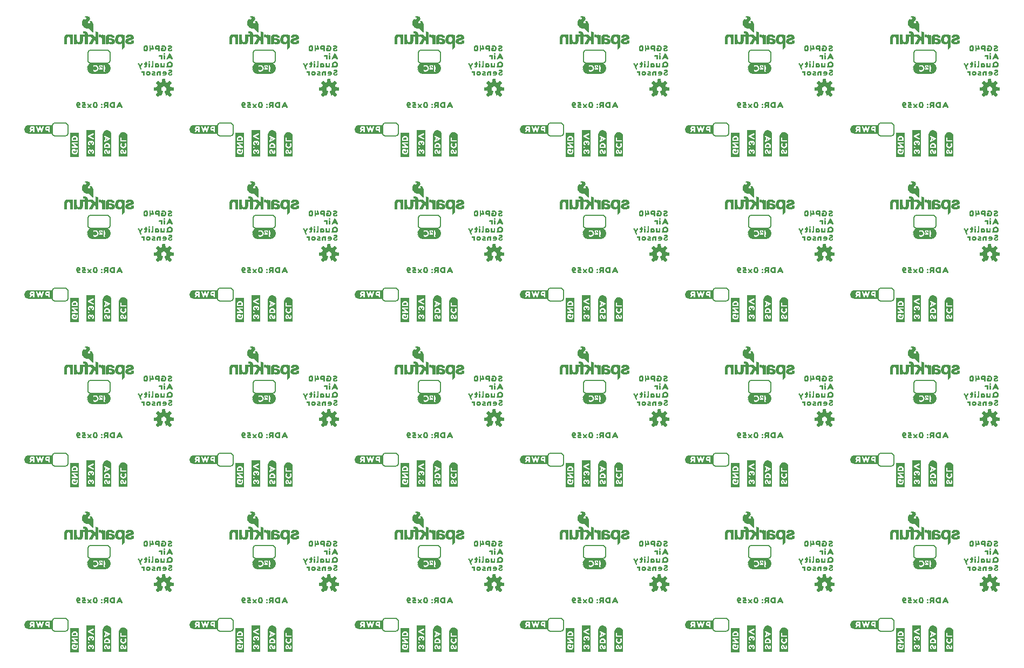
<source format=gbo>
G04 EAGLE Gerber RS-274X export*
G75*
%MOMM*%
%FSLAX34Y34*%
%LPD*%
%INSilkscreen Bottom*%
%IPPOS*%
%AMOC8*
5,1,8,0,0,1.08239X$1,22.5*%
G01*
%ADD10C,0.203200*%
%ADD11R,2.440000X0.040000*%
%ADD12R,2.680000X0.040000*%
%ADD13R,2.840000X0.040000*%
%ADD14R,3.000000X0.040000*%
%ADD15R,3.080000X0.040000*%
%ADD16R,3.160000X0.040000*%
%ADD17R,3.240000X0.040000*%
%ADD18R,1.240000X0.040000*%
%ADD19R,0.720000X0.040000*%
%ADD20R,1.000000X0.040000*%
%ADD21R,0.760000X0.040000*%
%ADD22R,0.200000X0.040000*%
%ADD23R,0.520000X0.040000*%
%ADD24R,0.880000X0.040000*%
%ADD25R,0.160000X0.040000*%
%ADD26R,0.400000X0.040000*%
%ADD27R,0.800000X0.040000*%
%ADD28R,0.320000X0.040000*%
%ADD29R,0.120000X0.040000*%
%ADD30R,0.280000X0.040000*%
%ADD31R,0.840000X0.040000*%
%ADD32R,0.080000X0.040000*%
%ADD33R,0.360000X0.040000*%
%ADD34R,0.960000X0.040000*%
%ADD35R,1.440000X0.040000*%
%ADD36R,1.480000X0.040000*%
%ADD37R,1.520000X0.040000*%
%ADD38R,0.240000X0.040000*%
%ADD39R,0.040000X0.040000*%
%ADD40R,0.920000X0.040000*%
%ADD41R,1.040000X0.040000*%
%ADD42R,1.160000X0.040000*%

G36*
X571636Y56670D02*
X571636Y56670D01*
X571649Y56670D01*
X571949Y57070D01*
X571949Y57078D01*
X571953Y57081D01*
X571949Y57085D01*
X571949Y57092D01*
X571959Y57100D01*
X571959Y69900D01*
X571946Y69918D01*
X571949Y69930D01*
X571649Y70330D01*
X571618Y70339D01*
X571610Y70349D01*
X534710Y70349D01*
X534706Y70346D01*
X534703Y70349D01*
X533303Y70149D01*
X533300Y70145D01*
X533298Y70145D01*
X533297Y70145D01*
X533294Y70147D01*
X532694Y69947D01*
X532691Y69942D01*
X532688Y69944D01*
X531488Y69344D01*
X531486Y69340D01*
X531483Y69341D01*
X530883Y68941D01*
X530882Y68938D01*
X530879Y68938D01*
X530379Y68538D01*
X530378Y68534D01*
X530375Y68535D01*
X529875Y68035D01*
X529875Y68031D01*
X529872Y68031D01*
X529472Y67531D01*
X529471Y67527D01*
X529469Y67527D01*
X529069Y66927D01*
X529069Y66923D01*
X529066Y66922D01*
X528766Y66322D01*
X528767Y66319D01*
X528764Y66317D01*
X528765Y66316D01*
X528763Y66316D01*
X528563Y65716D01*
X528564Y65714D01*
X528563Y65714D01*
X528538Y65628D01*
X528496Y65480D01*
X528482Y65431D01*
X528440Y65283D01*
X528397Y65135D01*
X528383Y65086D01*
X528363Y65014D01*
X528365Y65009D01*
X528361Y65007D01*
X528261Y64308D01*
X528161Y63708D01*
X528164Y63703D01*
X528161Y63700D01*
X528161Y63000D01*
X528164Y62996D01*
X528161Y62993D01*
X528261Y62293D01*
X528266Y62288D01*
X528263Y62284D01*
X528463Y61685D01*
X528663Y60986D01*
X528668Y60982D01*
X528666Y60978D01*
X529266Y59778D01*
X529273Y59775D01*
X529272Y59769D01*
X529672Y59269D01*
X529676Y59268D01*
X529675Y59265D01*
X530675Y58265D01*
X530679Y58265D01*
X530679Y58262D01*
X531179Y57862D01*
X531183Y57861D01*
X531183Y57859D01*
X531783Y57459D01*
X531792Y57460D01*
X531794Y57453D01*
X532391Y57254D01*
X532988Y56956D01*
X532999Y56958D01*
X533003Y56951D01*
X533702Y56851D01*
X534302Y56751D01*
X534303Y56752D01*
X534303Y56751D01*
X535003Y56651D01*
X535008Y56654D01*
X535010Y56651D01*
X571610Y56651D01*
X571636Y56670D01*
G37*
G36*
X1089796Y56670D02*
X1089796Y56670D01*
X1089809Y56670D01*
X1090109Y57070D01*
X1090109Y57078D01*
X1090113Y57081D01*
X1090109Y57085D01*
X1090109Y57092D01*
X1090119Y57100D01*
X1090119Y69900D01*
X1090106Y69918D01*
X1090109Y69930D01*
X1089809Y70330D01*
X1089778Y70339D01*
X1089770Y70349D01*
X1052870Y70349D01*
X1052866Y70346D01*
X1052863Y70349D01*
X1051463Y70149D01*
X1051460Y70145D01*
X1051458Y70145D01*
X1051457Y70145D01*
X1051454Y70147D01*
X1050854Y69947D01*
X1050851Y69942D01*
X1050848Y69944D01*
X1049648Y69344D01*
X1049646Y69340D01*
X1049643Y69341D01*
X1049043Y68941D01*
X1049042Y68938D01*
X1049039Y68938D01*
X1048539Y68538D01*
X1048538Y68534D01*
X1048535Y68535D01*
X1048035Y68035D01*
X1048035Y68031D01*
X1048032Y68031D01*
X1047632Y67531D01*
X1047631Y67527D01*
X1047629Y67527D01*
X1047229Y66927D01*
X1047229Y66923D01*
X1047226Y66922D01*
X1046926Y66322D01*
X1046927Y66319D01*
X1046924Y66317D01*
X1046925Y66316D01*
X1046923Y66316D01*
X1046723Y65716D01*
X1046724Y65714D01*
X1046723Y65714D01*
X1046698Y65628D01*
X1046656Y65480D01*
X1046642Y65431D01*
X1046600Y65283D01*
X1046557Y65135D01*
X1046543Y65086D01*
X1046523Y65014D01*
X1046525Y65009D01*
X1046521Y65007D01*
X1046421Y64308D01*
X1046321Y63708D01*
X1046324Y63703D01*
X1046321Y63700D01*
X1046321Y63000D01*
X1046324Y62996D01*
X1046321Y62993D01*
X1046421Y62293D01*
X1046426Y62288D01*
X1046423Y62284D01*
X1046623Y61685D01*
X1046823Y60986D01*
X1046828Y60982D01*
X1046826Y60978D01*
X1047426Y59778D01*
X1047433Y59775D01*
X1047432Y59769D01*
X1047832Y59269D01*
X1047836Y59268D01*
X1047835Y59265D01*
X1048835Y58265D01*
X1048839Y58265D01*
X1048839Y58262D01*
X1049339Y57862D01*
X1049343Y57861D01*
X1049343Y57859D01*
X1049943Y57459D01*
X1049952Y57460D01*
X1049954Y57453D01*
X1050551Y57254D01*
X1051148Y56956D01*
X1051159Y56958D01*
X1051163Y56951D01*
X1051862Y56851D01*
X1052462Y56751D01*
X1052463Y56752D01*
X1052463Y56751D01*
X1053163Y56651D01*
X1053168Y56654D01*
X1053170Y56651D01*
X1089770Y56651D01*
X1089796Y56670D01*
G37*
G36*
X53476Y56670D02*
X53476Y56670D01*
X53489Y56670D01*
X53789Y57070D01*
X53789Y57078D01*
X53793Y57081D01*
X53789Y57085D01*
X53789Y57092D01*
X53799Y57100D01*
X53799Y69900D01*
X53786Y69918D01*
X53789Y69930D01*
X53489Y70330D01*
X53458Y70339D01*
X53450Y70349D01*
X16550Y70349D01*
X16546Y70346D01*
X16543Y70349D01*
X15143Y70149D01*
X15140Y70145D01*
X15138Y70145D01*
X15137Y70145D01*
X15134Y70147D01*
X14534Y69947D01*
X14531Y69942D01*
X14528Y69944D01*
X13328Y69344D01*
X13326Y69340D01*
X13323Y69341D01*
X12723Y68941D01*
X12722Y68938D01*
X12719Y68938D01*
X12219Y68538D01*
X12218Y68534D01*
X12215Y68535D01*
X11715Y68035D01*
X11715Y68031D01*
X11712Y68031D01*
X11312Y67531D01*
X11311Y67527D01*
X11309Y67527D01*
X10909Y66927D01*
X10909Y66923D01*
X10906Y66922D01*
X10606Y66322D01*
X10607Y66319D01*
X10604Y66317D01*
X10605Y66316D01*
X10603Y66316D01*
X10403Y65716D01*
X10404Y65714D01*
X10403Y65714D01*
X10378Y65628D01*
X10336Y65480D01*
X10322Y65431D01*
X10280Y65283D01*
X10237Y65135D01*
X10223Y65086D01*
X10203Y65014D01*
X10205Y65009D01*
X10201Y65007D01*
X10101Y64308D01*
X10001Y63708D01*
X10004Y63703D01*
X10001Y63700D01*
X10001Y63000D01*
X10004Y62996D01*
X10001Y62993D01*
X10101Y62293D01*
X10106Y62288D01*
X10103Y62284D01*
X10303Y61685D01*
X10503Y60986D01*
X10508Y60982D01*
X10506Y60978D01*
X11106Y59778D01*
X11113Y59775D01*
X11112Y59769D01*
X11512Y59269D01*
X11516Y59268D01*
X11515Y59265D01*
X12515Y58265D01*
X12519Y58265D01*
X12519Y58262D01*
X13019Y57862D01*
X13023Y57861D01*
X13023Y57859D01*
X13623Y57459D01*
X13632Y57460D01*
X13634Y57453D01*
X14231Y57254D01*
X14828Y56956D01*
X14839Y56958D01*
X14843Y56951D01*
X15542Y56851D01*
X16142Y56751D01*
X16143Y56752D01*
X16143Y56751D01*
X16843Y56651D01*
X16848Y56654D01*
X16850Y56651D01*
X53450Y56651D01*
X53476Y56670D01*
G37*
G36*
X1348876Y56670D02*
X1348876Y56670D01*
X1348889Y56670D01*
X1349189Y57070D01*
X1349189Y57078D01*
X1349193Y57081D01*
X1349189Y57085D01*
X1349189Y57092D01*
X1349199Y57100D01*
X1349199Y69900D01*
X1349186Y69918D01*
X1349189Y69930D01*
X1348889Y70330D01*
X1348858Y70339D01*
X1348850Y70349D01*
X1311950Y70349D01*
X1311946Y70346D01*
X1311943Y70349D01*
X1310543Y70149D01*
X1310540Y70145D01*
X1310538Y70145D01*
X1310537Y70145D01*
X1310534Y70147D01*
X1309934Y69947D01*
X1309931Y69942D01*
X1309928Y69944D01*
X1308728Y69344D01*
X1308726Y69340D01*
X1308723Y69341D01*
X1308123Y68941D01*
X1308122Y68938D01*
X1308119Y68938D01*
X1307619Y68538D01*
X1307618Y68534D01*
X1307615Y68535D01*
X1307115Y68035D01*
X1307115Y68031D01*
X1307112Y68031D01*
X1306712Y67531D01*
X1306711Y67527D01*
X1306709Y67527D01*
X1306309Y66927D01*
X1306309Y66923D01*
X1306306Y66922D01*
X1306006Y66322D01*
X1306007Y66319D01*
X1306004Y66317D01*
X1306005Y66316D01*
X1306003Y66316D01*
X1305803Y65716D01*
X1305804Y65714D01*
X1305803Y65714D01*
X1305778Y65628D01*
X1305736Y65480D01*
X1305722Y65431D01*
X1305680Y65283D01*
X1305637Y65135D01*
X1305623Y65086D01*
X1305603Y65014D01*
X1305605Y65009D01*
X1305601Y65007D01*
X1305501Y64308D01*
X1305401Y63708D01*
X1305404Y63703D01*
X1305401Y63700D01*
X1305401Y63000D01*
X1305404Y62996D01*
X1305401Y62993D01*
X1305501Y62293D01*
X1305506Y62288D01*
X1305503Y62284D01*
X1305703Y61685D01*
X1305903Y60986D01*
X1305908Y60982D01*
X1305906Y60978D01*
X1306506Y59778D01*
X1306513Y59775D01*
X1306512Y59769D01*
X1306912Y59269D01*
X1306916Y59268D01*
X1306915Y59265D01*
X1307915Y58265D01*
X1307919Y58265D01*
X1307919Y58262D01*
X1308419Y57862D01*
X1308423Y57861D01*
X1308423Y57859D01*
X1309023Y57459D01*
X1309032Y57460D01*
X1309034Y57453D01*
X1309631Y57254D01*
X1310228Y56956D01*
X1310239Y56958D01*
X1310243Y56951D01*
X1310942Y56851D01*
X1311542Y56751D01*
X1311543Y56752D01*
X1311543Y56751D01*
X1312243Y56651D01*
X1312248Y56654D01*
X1312250Y56651D01*
X1348850Y56651D01*
X1348876Y56670D01*
G37*
G36*
X830716Y56670D02*
X830716Y56670D01*
X830729Y56670D01*
X831029Y57070D01*
X831029Y57078D01*
X831033Y57081D01*
X831029Y57085D01*
X831029Y57092D01*
X831039Y57100D01*
X831039Y69900D01*
X831026Y69918D01*
X831029Y69930D01*
X830729Y70330D01*
X830698Y70339D01*
X830690Y70349D01*
X793790Y70349D01*
X793786Y70346D01*
X793783Y70349D01*
X792383Y70149D01*
X792380Y70145D01*
X792378Y70145D01*
X792377Y70145D01*
X792374Y70147D01*
X791774Y69947D01*
X791771Y69942D01*
X791768Y69944D01*
X790568Y69344D01*
X790566Y69340D01*
X790563Y69341D01*
X789963Y68941D01*
X789962Y68938D01*
X789959Y68938D01*
X789459Y68538D01*
X789458Y68534D01*
X789455Y68535D01*
X788955Y68035D01*
X788955Y68031D01*
X788952Y68031D01*
X788552Y67531D01*
X788551Y67527D01*
X788549Y67527D01*
X788149Y66927D01*
X788149Y66923D01*
X788146Y66922D01*
X787846Y66322D01*
X787847Y66319D01*
X787844Y66317D01*
X787845Y66316D01*
X787843Y66316D01*
X787643Y65716D01*
X787644Y65714D01*
X787643Y65714D01*
X787618Y65628D01*
X787576Y65480D01*
X787562Y65431D01*
X787520Y65283D01*
X787477Y65135D01*
X787463Y65086D01*
X787443Y65014D01*
X787445Y65009D01*
X787441Y65007D01*
X787341Y64308D01*
X787241Y63708D01*
X787244Y63703D01*
X787241Y63700D01*
X787241Y63000D01*
X787244Y62996D01*
X787241Y62993D01*
X787341Y62293D01*
X787346Y62288D01*
X787343Y62284D01*
X787543Y61685D01*
X787743Y60986D01*
X787748Y60982D01*
X787746Y60978D01*
X788346Y59778D01*
X788353Y59775D01*
X788352Y59769D01*
X788752Y59269D01*
X788756Y59268D01*
X788755Y59265D01*
X789755Y58265D01*
X789759Y58265D01*
X789759Y58262D01*
X790259Y57862D01*
X790263Y57861D01*
X790263Y57859D01*
X790863Y57459D01*
X790872Y57460D01*
X790874Y57453D01*
X791471Y57254D01*
X792068Y56956D01*
X792079Y56958D01*
X792083Y56951D01*
X792782Y56851D01*
X793382Y56751D01*
X793383Y56752D01*
X793383Y56751D01*
X794083Y56651D01*
X794088Y56654D01*
X794090Y56651D01*
X830690Y56651D01*
X830716Y56670D01*
G37*
G36*
X312556Y56670D02*
X312556Y56670D01*
X312569Y56670D01*
X312869Y57070D01*
X312869Y57078D01*
X312873Y57081D01*
X312869Y57085D01*
X312869Y57092D01*
X312879Y57100D01*
X312879Y69900D01*
X312866Y69918D01*
X312869Y69930D01*
X312569Y70330D01*
X312538Y70339D01*
X312530Y70349D01*
X275630Y70349D01*
X275626Y70346D01*
X275623Y70349D01*
X274223Y70149D01*
X274220Y70145D01*
X274218Y70145D01*
X274217Y70145D01*
X274214Y70147D01*
X273614Y69947D01*
X273611Y69942D01*
X273608Y69944D01*
X272408Y69344D01*
X272406Y69340D01*
X272403Y69341D01*
X271803Y68941D01*
X271802Y68938D01*
X271799Y68938D01*
X271299Y68538D01*
X271298Y68534D01*
X271295Y68535D01*
X270795Y68035D01*
X270795Y68031D01*
X270792Y68031D01*
X270392Y67531D01*
X270391Y67527D01*
X270389Y67527D01*
X269989Y66927D01*
X269989Y66923D01*
X269986Y66922D01*
X269686Y66322D01*
X269687Y66319D01*
X269684Y66317D01*
X269685Y66316D01*
X269683Y66316D01*
X269483Y65716D01*
X269484Y65714D01*
X269483Y65714D01*
X269458Y65628D01*
X269416Y65480D01*
X269402Y65431D01*
X269360Y65283D01*
X269317Y65135D01*
X269303Y65086D01*
X269283Y65014D01*
X269285Y65009D01*
X269281Y65007D01*
X269181Y64308D01*
X269081Y63708D01*
X269084Y63703D01*
X269081Y63700D01*
X269081Y63000D01*
X269084Y62996D01*
X269081Y62993D01*
X269181Y62293D01*
X269186Y62288D01*
X269183Y62284D01*
X269383Y61685D01*
X269583Y60986D01*
X269588Y60982D01*
X269586Y60978D01*
X270186Y59778D01*
X270193Y59775D01*
X270192Y59769D01*
X270592Y59269D01*
X270596Y59268D01*
X270595Y59265D01*
X271595Y58265D01*
X271599Y58265D01*
X271599Y58262D01*
X272099Y57862D01*
X272103Y57861D01*
X272103Y57859D01*
X272703Y57459D01*
X272712Y57460D01*
X272714Y57453D01*
X273311Y57254D01*
X273908Y56956D01*
X273919Y56958D01*
X273923Y56951D01*
X274622Y56851D01*
X275222Y56751D01*
X275223Y56752D01*
X275223Y56751D01*
X275923Y56651D01*
X275928Y56654D01*
X275930Y56651D01*
X312530Y56651D01*
X312556Y56670D01*
G37*
G36*
X830716Y315750D02*
X830716Y315750D01*
X830729Y315750D01*
X831029Y316150D01*
X831029Y316158D01*
X831033Y316161D01*
X831029Y316165D01*
X831029Y316172D01*
X831039Y316180D01*
X831039Y328980D01*
X831026Y328998D01*
X831029Y329010D01*
X830729Y329410D01*
X830698Y329419D01*
X830690Y329429D01*
X793790Y329429D01*
X793786Y329426D01*
X793783Y329429D01*
X792383Y329229D01*
X792380Y329225D01*
X792378Y329225D01*
X792377Y329225D01*
X792374Y329227D01*
X791774Y329027D01*
X791771Y329022D01*
X791768Y329024D01*
X790568Y328424D01*
X790566Y328420D01*
X790563Y328421D01*
X789963Y328021D01*
X789962Y328018D01*
X789959Y328018D01*
X789459Y327618D01*
X789458Y327614D01*
X789455Y327615D01*
X788955Y327115D01*
X788955Y327111D01*
X788952Y327111D01*
X788552Y326611D01*
X788551Y326607D01*
X788549Y326607D01*
X788149Y326007D01*
X788149Y326003D01*
X788146Y326002D01*
X787846Y325402D01*
X787847Y325399D01*
X787844Y325397D01*
X787845Y325396D01*
X787843Y325396D01*
X787643Y324796D01*
X787644Y324794D01*
X787643Y324794D01*
X787604Y324658D01*
X787562Y324511D01*
X787548Y324461D01*
X787506Y324314D01*
X787463Y324166D01*
X787449Y324117D01*
X787443Y324094D01*
X787445Y324089D01*
X787441Y324087D01*
X787341Y323388D01*
X787241Y322788D01*
X787244Y322783D01*
X787241Y322780D01*
X787241Y322080D01*
X787244Y322076D01*
X787241Y322073D01*
X787341Y321373D01*
X787346Y321368D01*
X787343Y321364D01*
X787543Y320765D01*
X787743Y320066D01*
X787748Y320062D01*
X787746Y320058D01*
X788346Y318858D01*
X788353Y318855D01*
X788352Y318849D01*
X788752Y318349D01*
X788756Y318348D01*
X788755Y318345D01*
X789755Y317345D01*
X789759Y317345D01*
X789759Y317342D01*
X790259Y316942D01*
X790263Y316941D01*
X790263Y316939D01*
X790863Y316539D01*
X790872Y316540D01*
X790874Y316533D01*
X791471Y316334D01*
X792068Y316036D01*
X792079Y316038D01*
X792083Y316031D01*
X792782Y315931D01*
X793382Y315831D01*
X793383Y315832D01*
X793383Y315831D01*
X794083Y315731D01*
X794088Y315734D01*
X794090Y315731D01*
X830690Y315731D01*
X830716Y315750D01*
G37*
G36*
X571636Y315750D02*
X571636Y315750D01*
X571649Y315750D01*
X571949Y316150D01*
X571949Y316158D01*
X571953Y316161D01*
X571949Y316165D01*
X571949Y316172D01*
X571959Y316180D01*
X571959Y328980D01*
X571946Y328998D01*
X571949Y329010D01*
X571649Y329410D01*
X571618Y329419D01*
X571610Y329429D01*
X534710Y329429D01*
X534706Y329426D01*
X534703Y329429D01*
X533303Y329229D01*
X533300Y329225D01*
X533298Y329225D01*
X533297Y329225D01*
X533294Y329227D01*
X532694Y329027D01*
X532691Y329022D01*
X532688Y329024D01*
X531488Y328424D01*
X531486Y328420D01*
X531483Y328421D01*
X530883Y328021D01*
X530882Y328018D01*
X530879Y328018D01*
X530379Y327618D01*
X530378Y327614D01*
X530375Y327615D01*
X529875Y327115D01*
X529875Y327111D01*
X529872Y327111D01*
X529472Y326611D01*
X529471Y326607D01*
X529469Y326607D01*
X529069Y326007D01*
X529069Y326003D01*
X529066Y326002D01*
X528766Y325402D01*
X528767Y325399D01*
X528764Y325397D01*
X528765Y325396D01*
X528763Y325396D01*
X528563Y324796D01*
X528564Y324794D01*
X528563Y324794D01*
X528524Y324658D01*
X528482Y324511D01*
X528468Y324461D01*
X528426Y324314D01*
X528383Y324166D01*
X528369Y324117D01*
X528363Y324094D01*
X528365Y324089D01*
X528361Y324087D01*
X528261Y323388D01*
X528161Y322788D01*
X528164Y322783D01*
X528161Y322780D01*
X528161Y322080D01*
X528164Y322076D01*
X528161Y322073D01*
X528261Y321373D01*
X528266Y321368D01*
X528263Y321364D01*
X528463Y320765D01*
X528663Y320066D01*
X528668Y320062D01*
X528666Y320058D01*
X529266Y318858D01*
X529273Y318855D01*
X529272Y318849D01*
X529672Y318349D01*
X529676Y318348D01*
X529675Y318345D01*
X530675Y317345D01*
X530679Y317345D01*
X530679Y317342D01*
X531179Y316942D01*
X531183Y316941D01*
X531183Y316939D01*
X531783Y316539D01*
X531792Y316540D01*
X531794Y316533D01*
X532391Y316334D01*
X532988Y316036D01*
X532999Y316038D01*
X533003Y316031D01*
X533702Y315931D01*
X534302Y315831D01*
X534303Y315832D01*
X534303Y315831D01*
X535003Y315731D01*
X535008Y315734D01*
X535010Y315731D01*
X571610Y315731D01*
X571636Y315750D01*
G37*
G36*
X312556Y574830D02*
X312556Y574830D01*
X312569Y574830D01*
X312869Y575230D01*
X312869Y575238D01*
X312873Y575241D01*
X312869Y575245D01*
X312869Y575252D01*
X312879Y575260D01*
X312879Y588060D01*
X312866Y588078D01*
X312869Y588090D01*
X312569Y588490D01*
X312538Y588499D01*
X312530Y588509D01*
X275630Y588509D01*
X275626Y588506D01*
X275623Y588509D01*
X274223Y588309D01*
X274220Y588305D01*
X274218Y588305D01*
X274217Y588305D01*
X274214Y588307D01*
X273614Y588107D01*
X273611Y588102D01*
X273608Y588104D01*
X272408Y587504D01*
X272406Y587500D01*
X272403Y587501D01*
X271803Y587101D01*
X271802Y587098D01*
X271799Y587098D01*
X271299Y586698D01*
X271298Y586694D01*
X271295Y586695D01*
X270795Y586195D01*
X270795Y586191D01*
X270792Y586191D01*
X270392Y585691D01*
X270391Y585687D01*
X270389Y585687D01*
X269989Y585087D01*
X269989Y585083D01*
X269986Y585082D01*
X269686Y584482D01*
X269687Y584479D01*
X269684Y584477D01*
X269685Y584476D01*
X269683Y584476D01*
X269483Y583876D01*
X269484Y583874D01*
X269483Y583874D01*
X269444Y583738D01*
X269402Y583591D01*
X269388Y583541D01*
X269346Y583394D01*
X269303Y583246D01*
X269289Y583197D01*
X269283Y583174D01*
X269285Y583169D01*
X269281Y583167D01*
X269181Y582468D01*
X269081Y581868D01*
X269084Y581863D01*
X269081Y581860D01*
X269081Y581160D01*
X269084Y581156D01*
X269081Y581153D01*
X269181Y580453D01*
X269186Y580448D01*
X269183Y580444D01*
X269383Y579845D01*
X269583Y579146D01*
X269588Y579142D01*
X269586Y579138D01*
X270186Y577938D01*
X270193Y577935D01*
X270192Y577929D01*
X270592Y577429D01*
X270596Y577428D01*
X270595Y577425D01*
X271595Y576425D01*
X271599Y576425D01*
X271599Y576422D01*
X272099Y576022D01*
X272103Y576021D01*
X272103Y576019D01*
X272703Y575619D01*
X272712Y575620D01*
X272714Y575613D01*
X273311Y575414D01*
X273908Y575116D01*
X273919Y575118D01*
X273923Y575111D01*
X274622Y575011D01*
X275222Y574911D01*
X275223Y574912D01*
X275223Y574911D01*
X275923Y574811D01*
X275928Y574814D01*
X275930Y574811D01*
X312530Y574811D01*
X312556Y574830D01*
G37*
G36*
X830716Y574830D02*
X830716Y574830D01*
X830729Y574830D01*
X831029Y575230D01*
X831029Y575238D01*
X831033Y575241D01*
X831029Y575245D01*
X831029Y575252D01*
X831039Y575260D01*
X831039Y588060D01*
X831026Y588078D01*
X831029Y588090D01*
X830729Y588490D01*
X830698Y588499D01*
X830690Y588509D01*
X793790Y588509D01*
X793786Y588506D01*
X793783Y588509D01*
X792383Y588309D01*
X792380Y588305D01*
X792378Y588305D01*
X792377Y588305D01*
X792374Y588307D01*
X791774Y588107D01*
X791771Y588102D01*
X791768Y588104D01*
X790568Y587504D01*
X790566Y587500D01*
X790563Y587501D01*
X789963Y587101D01*
X789962Y587098D01*
X789959Y587098D01*
X789459Y586698D01*
X789458Y586694D01*
X789455Y586695D01*
X788955Y586195D01*
X788955Y586191D01*
X788952Y586191D01*
X788552Y585691D01*
X788551Y585687D01*
X788549Y585687D01*
X788149Y585087D01*
X788149Y585083D01*
X788146Y585082D01*
X787846Y584482D01*
X787847Y584479D01*
X787844Y584477D01*
X787845Y584476D01*
X787843Y584476D01*
X787643Y583876D01*
X787644Y583874D01*
X787643Y583874D01*
X787604Y583738D01*
X787562Y583591D01*
X787548Y583541D01*
X787506Y583394D01*
X787463Y583246D01*
X787449Y583197D01*
X787443Y583174D01*
X787445Y583169D01*
X787441Y583167D01*
X787341Y582468D01*
X787241Y581868D01*
X787244Y581863D01*
X787241Y581860D01*
X787241Y581160D01*
X787244Y581156D01*
X787241Y581153D01*
X787341Y580453D01*
X787346Y580448D01*
X787343Y580444D01*
X787543Y579845D01*
X787743Y579146D01*
X787748Y579142D01*
X787746Y579138D01*
X788346Y577938D01*
X788353Y577935D01*
X788352Y577929D01*
X788752Y577429D01*
X788756Y577428D01*
X788755Y577425D01*
X789755Y576425D01*
X789759Y576425D01*
X789759Y576422D01*
X790259Y576022D01*
X790263Y576021D01*
X790263Y576019D01*
X790863Y575619D01*
X790872Y575620D01*
X790874Y575613D01*
X791471Y575414D01*
X792068Y575116D01*
X792079Y575118D01*
X792083Y575111D01*
X792782Y575011D01*
X793382Y574911D01*
X793383Y574912D01*
X793383Y574911D01*
X794083Y574811D01*
X794088Y574814D01*
X794090Y574811D01*
X830690Y574811D01*
X830716Y574830D01*
G37*
G36*
X1089796Y574830D02*
X1089796Y574830D01*
X1089809Y574830D01*
X1090109Y575230D01*
X1090109Y575238D01*
X1090113Y575241D01*
X1090109Y575245D01*
X1090109Y575252D01*
X1090119Y575260D01*
X1090119Y588060D01*
X1090106Y588078D01*
X1090109Y588090D01*
X1089809Y588490D01*
X1089778Y588499D01*
X1089770Y588509D01*
X1052870Y588509D01*
X1052866Y588506D01*
X1052863Y588509D01*
X1051463Y588309D01*
X1051460Y588305D01*
X1051458Y588305D01*
X1051457Y588305D01*
X1051454Y588307D01*
X1050854Y588107D01*
X1050851Y588102D01*
X1050848Y588104D01*
X1049648Y587504D01*
X1049646Y587500D01*
X1049643Y587501D01*
X1049043Y587101D01*
X1049042Y587098D01*
X1049039Y587098D01*
X1048539Y586698D01*
X1048538Y586694D01*
X1048535Y586695D01*
X1048035Y586195D01*
X1048035Y586191D01*
X1048032Y586191D01*
X1047632Y585691D01*
X1047631Y585687D01*
X1047629Y585687D01*
X1047229Y585087D01*
X1047229Y585083D01*
X1047226Y585082D01*
X1046926Y584482D01*
X1046927Y584479D01*
X1046924Y584477D01*
X1046925Y584476D01*
X1046923Y584476D01*
X1046723Y583876D01*
X1046724Y583874D01*
X1046723Y583874D01*
X1046684Y583738D01*
X1046642Y583591D01*
X1046628Y583541D01*
X1046586Y583394D01*
X1046543Y583246D01*
X1046529Y583197D01*
X1046523Y583174D01*
X1046525Y583169D01*
X1046521Y583167D01*
X1046421Y582468D01*
X1046321Y581868D01*
X1046324Y581863D01*
X1046321Y581860D01*
X1046321Y581160D01*
X1046324Y581156D01*
X1046321Y581153D01*
X1046421Y580453D01*
X1046426Y580448D01*
X1046423Y580444D01*
X1046623Y579845D01*
X1046823Y579146D01*
X1046828Y579142D01*
X1046826Y579138D01*
X1047426Y577938D01*
X1047433Y577935D01*
X1047432Y577929D01*
X1047832Y577429D01*
X1047836Y577428D01*
X1047835Y577425D01*
X1048835Y576425D01*
X1048839Y576425D01*
X1048839Y576422D01*
X1049339Y576022D01*
X1049343Y576021D01*
X1049343Y576019D01*
X1049943Y575619D01*
X1049952Y575620D01*
X1049954Y575613D01*
X1050551Y575414D01*
X1051148Y575116D01*
X1051159Y575118D01*
X1051163Y575111D01*
X1051862Y575011D01*
X1052462Y574911D01*
X1052463Y574912D01*
X1052463Y574911D01*
X1053163Y574811D01*
X1053168Y574814D01*
X1053170Y574811D01*
X1089770Y574811D01*
X1089796Y574830D01*
G37*
G36*
X53476Y574830D02*
X53476Y574830D01*
X53489Y574830D01*
X53789Y575230D01*
X53789Y575238D01*
X53793Y575241D01*
X53789Y575245D01*
X53789Y575252D01*
X53799Y575260D01*
X53799Y588060D01*
X53786Y588078D01*
X53789Y588090D01*
X53489Y588490D01*
X53458Y588499D01*
X53450Y588509D01*
X16550Y588509D01*
X16546Y588506D01*
X16543Y588509D01*
X15143Y588309D01*
X15140Y588305D01*
X15138Y588305D01*
X15137Y588305D01*
X15134Y588307D01*
X14534Y588107D01*
X14531Y588102D01*
X14528Y588104D01*
X13328Y587504D01*
X13326Y587500D01*
X13323Y587501D01*
X12723Y587101D01*
X12722Y587098D01*
X12719Y587098D01*
X12219Y586698D01*
X12218Y586694D01*
X12215Y586695D01*
X11715Y586195D01*
X11715Y586191D01*
X11712Y586191D01*
X11312Y585691D01*
X11311Y585687D01*
X11309Y585687D01*
X10909Y585087D01*
X10909Y585083D01*
X10906Y585082D01*
X10606Y584482D01*
X10607Y584479D01*
X10604Y584477D01*
X10605Y584476D01*
X10603Y584476D01*
X10403Y583876D01*
X10404Y583874D01*
X10403Y583874D01*
X10364Y583738D01*
X10322Y583591D01*
X10308Y583541D01*
X10266Y583394D01*
X10223Y583246D01*
X10209Y583197D01*
X10203Y583174D01*
X10205Y583169D01*
X10201Y583167D01*
X10101Y582468D01*
X10001Y581868D01*
X10004Y581863D01*
X10001Y581860D01*
X10001Y581160D01*
X10004Y581156D01*
X10001Y581153D01*
X10101Y580453D01*
X10106Y580448D01*
X10103Y580444D01*
X10303Y579845D01*
X10503Y579146D01*
X10508Y579142D01*
X10506Y579138D01*
X11106Y577938D01*
X11113Y577935D01*
X11112Y577929D01*
X11512Y577429D01*
X11516Y577428D01*
X11515Y577425D01*
X12515Y576425D01*
X12519Y576425D01*
X12519Y576422D01*
X13019Y576022D01*
X13023Y576021D01*
X13023Y576019D01*
X13623Y575619D01*
X13632Y575620D01*
X13634Y575613D01*
X14231Y575414D01*
X14828Y575116D01*
X14839Y575118D01*
X14843Y575111D01*
X15542Y575011D01*
X16142Y574911D01*
X16143Y574912D01*
X16143Y574911D01*
X16843Y574811D01*
X16848Y574814D01*
X16850Y574811D01*
X53450Y574811D01*
X53476Y574830D01*
G37*
G36*
X53476Y315750D02*
X53476Y315750D01*
X53489Y315750D01*
X53789Y316150D01*
X53789Y316158D01*
X53793Y316161D01*
X53789Y316165D01*
X53789Y316172D01*
X53799Y316180D01*
X53799Y328980D01*
X53786Y328998D01*
X53789Y329010D01*
X53489Y329410D01*
X53458Y329419D01*
X53450Y329429D01*
X16550Y329429D01*
X16546Y329426D01*
X16543Y329429D01*
X15143Y329229D01*
X15140Y329225D01*
X15138Y329225D01*
X15137Y329225D01*
X15134Y329227D01*
X14534Y329027D01*
X14531Y329022D01*
X14528Y329024D01*
X13328Y328424D01*
X13326Y328420D01*
X13323Y328421D01*
X12723Y328021D01*
X12722Y328018D01*
X12719Y328018D01*
X12219Y327618D01*
X12218Y327614D01*
X12215Y327615D01*
X11715Y327115D01*
X11715Y327111D01*
X11712Y327111D01*
X11312Y326611D01*
X11311Y326607D01*
X11309Y326607D01*
X10909Y326007D01*
X10909Y326003D01*
X10906Y326002D01*
X10606Y325402D01*
X10607Y325399D01*
X10604Y325397D01*
X10605Y325396D01*
X10603Y325396D01*
X10403Y324796D01*
X10404Y324794D01*
X10403Y324794D01*
X10364Y324658D01*
X10322Y324511D01*
X10308Y324461D01*
X10266Y324314D01*
X10223Y324166D01*
X10209Y324117D01*
X10203Y324094D01*
X10205Y324089D01*
X10201Y324087D01*
X10101Y323388D01*
X10001Y322788D01*
X10004Y322783D01*
X10001Y322780D01*
X10001Y322080D01*
X10004Y322076D01*
X10001Y322073D01*
X10101Y321373D01*
X10106Y321368D01*
X10103Y321364D01*
X10303Y320765D01*
X10503Y320066D01*
X10508Y320062D01*
X10506Y320058D01*
X11106Y318858D01*
X11113Y318855D01*
X11112Y318849D01*
X11512Y318349D01*
X11516Y318348D01*
X11515Y318345D01*
X12515Y317345D01*
X12519Y317345D01*
X12519Y317342D01*
X13019Y316942D01*
X13023Y316941D01*
X13023Y316939D01*
X13623Y316539D01*
X13632Y316540D01*
X13634Y316533D01*
X14231Y316334D01*
X14828Y316036D01*
X14839Y316038D01*
X14843Y316031D01*
X15542Y315931D01*
X16142Y315831D01*
X16143Y315832D01*
X16143Y315831D01*
X16843Y315731D01*
X16848Y315734D01*
X16850Y315731D01*
X53450Y315731D01*
X53476Y315750D01*
G37*
G36*
X571636Y574830D02*
X571636Y574830D01*
X571649Y574830D01*
X571949Y575230D01*
X571949Y575238D01*
X571953Y575241D01*
X571949Y575245D01*
X571949Y575252D01*
X571959Y575260D01*
X571959Y588060D01*
X571946Y588078D01*
X571949Y588090D01*
X571649Y588490D01*
X571618Y588499D01*
X571610Y588509D01*
X534710Y588509D01*
X534706Y588506D01*
X534703Y588509D01*
X533303Y588309D01*
X533300Y588305D01*
X533298Y588305D01*
X533297Y588305D01*
X533294Y588307D01*
X532694Y588107D01*
X532691Y588102D01*
X532688Y588104D01*
X531488Y587504D01*
X531486Y587500D01*
X531483Y587501D01*
X530883Y587101D01*
X530882Y587098D01*
X530879Y587098D01*
X530379Y586698D01*
X530378Y586694D01*
X530375Y586695D01*
X529875Y586195D01*
X529875Y586191D01*
X529872Y586191D01*
X529472Y585691D01*
X529471Y585687D01*
X529469Y585687D01*
X529069Y585087D01*
X529069Y585083D01*
X529066Y585082D01*
X528766Y584482D01*
X528767Y584479D01*
X528764Y584477D01*
X528765Y584476D01*
X528763Y584476D01*
X528563Y583876D01*
X528564Y583874D01*
X528563Y583874D01*
X528524Y583738D01*
X528482Y583591D01*
X528468Y583541D01*
X528426Y583394D01*
X528383Y583246D01*
X528369Y583197D01*
X528363Y583174D01*
X528365Y583169D01*
X528361Y583167D01*
X528261Y582468D01*
X528161Y581868D01*
X528164Y581863D01*
X528161Y581860D01*
X528161Y581160D01*
X528164Y581156D01*
X528161Y581153D01*
X528261Y580453D01*
X528266Y580448D01*
X528263Y580444D01*
X528463Y579845D01*
X528663Y579146D01*
X528668Y579142D01*
X528666Y579138D01*
X529266Y577938D01*
X529273Y577935D01*
X529272Y577929D01*
X529672Y577429D01*
X529676Y577428D01*
X529675Y577425D01*
X530675Y576425D01*
X530679Y576425D01*
X530679Y576422D01*
X531179Y576022D01*
X531183Y576021D01*
X531183Y576019D01*
X531783Y575619D01*
X531792Y575620D01*
X531794Y575613D01*
X532391Y575414D01*
X532988Y575116D01*
X532999Y575118D01*
X533003Y575111D01*
X533702Y575011D01*
X534302Y574911D01*
X534303Y574912D01*
X534303Y574911D01*
X535003Y574811D01*
X535008Y574814D01*
X535010Y574811D01*
X571610Y574811D01*
X571636Y574830D01*
G37*
G36*
X1348876Y574830D02*
X1348876Y574830D01*
X1348889Y574830D01*
X1349189Y575230D01*
X1349189Y575238D01*
X1349193Y575241D01*
X1349189Y575245D01*
X1349189Y575252D01*
X1349199Y575260D01*
X1349199Y588060D01*
X1349186Y588078D01*
X1349189Y588090D01*
X1348889Y588490D01*
X1348858Y588499D01*
X1348850Y588509D01*
X1311950Y588509D01*
X1311946Y588506D01*
X1311943Y588509D01*
X1310543Y588309D01*
X1310540Y588305D01*
X1310538Y588305D01*
X1310537Y588305D01*
X1310534Y588307D01*
X1309934Y588107D01*
X1309931Y588102D01*
X1309928Y588104D01*
X1308728Y587504D01*
X1308726Y587500D01*
X1308723Y587501D01*
X1308123Y587101D01*
X1308122Y587098D01*
X1308119Y587098D01*
X1307619Y586698D01*
X1307618Y586694D01*
X1307615Y586695D01*
X1307115Y586195D01*
X1307115Y586191D01*
X1307112Y586191D01*
X1306712Y585691D01*
X1306711Y585687D01*
X1306709Y585687D01*
X1306309Y585087D01*
X1306309Y585083D01*
X1306306Y585082D01*
X1306006Y584482D01*
X1306007Y584479D01*
X1306004Y584477D01*
X1306005Y584476D01*
X1306003Y584476D01*
X1305803Y583876D01*
X1305804Y583874D01*
X1305803Y583874D01*
X1305764Y583738D01*
X1305722Y583591D01*
X1305708Y583541D01*
X1305666Y583394D01*
X1305623Y583246D01*
X1305609Y583197D01*
X1305603Y583174D01*
X1305605Y583169D01*
X1305601Y583167D01*
X1305501Y582468D01*
X1305401Y581868D01*
X1305404Y581863D01*
X1305401Y581860D01*
X1305401Y581160D01*
X1305404Y581156D01*
X1305401Y581153D01*
X1305501Y580453D01*
X1305506Y580448D01*
X1305503Y580444D01*
X1305703Y579845D01*
X1305903Y579146D01*
X1305908Y579142D01*
X1305906Y579138D01*
X1306506Y577938D01*
X1306513Y577935D01*
X1306512Y577929D01*
X1306912Y577429D01*
X1306916Y577428D01*
X1306915Y577425D01*
X1307915Y576425D01*
X1307919Y576425D01*
X1307919Y576422D01*
X1308419Y576022D01*
X1308423Y576021D01*
X1308423Y576019D01*
X1309023Y575619D01*
X1309032Y575620D01*
X1309034Y575613D01*
X1309631Y575414D01*
X1310228Y575116D01*
X1310239Y575118D01*
X1310243Y575111D01*
X1310942Y575011D01*
X1311542Y574911D01*
X1311543Y574912D01*
X1311543Y574911D01*
X1312243Y574811D01*
X1312248Y574814D01*
X1312250Y574811D01*
X1348850Y574811D01*
X1348876Y574830D01*
G37*
G36*
X1348876Y315750D02*
X1348876Y315750D01*
X1348889Y315750D01*
X1349189Y316150D01*
X1349189Y316158D01*
X1349193Y316161D01*
X1349189Y316165D01*
X1349189Y316172D01*
X1349199Y316180D01*
X1349199Y328980D01*
X1349186Y328998D01*
X1349189Y329010D01*
X1348889Y329410D01*
X1348858Y329419D01*
X1348850Y329429D01*
X1311950Y329429D01*
X1311946Y329426D01*
X1311943Y329429D01*
X1310543Y329229D01*
X1310540Y329225D01*
X1310538Y329225D01*
X1310537Y329225D01*
X1310534Y329227D01*
X1309934Y329027D01*
X1309931Y329022D01*
X1309928Y329024D01*
X1308728Y328424D01*
X1308726Y328420D01*
X1308723Y328421D01*
X1308123Y328021D01*
X1308122Y328018D01*
X1308119Y328018D01*
X1307619Y327618D01*
X1307618Y327614D01*
X1307615Y327615D01*
X1307115Y327115D01*
X1307115Y327111D01*
X1307112Y327111D01*
X1306712Y326611D01*
X1306711Y326607D01*
X1306709Y326607D01*
X1306309Y326007D01*
X1306309Y326003D01*
X1306306Y326002D01*
X1306006Y325402D01*
X1306007Y325399D01*
X1306004Y325397D01*
X1306005Y325396D01*
X1306003Y325396D01*
X1305803Y324796D01*
X1305804Y324794D01*
X1305803Y324794D01*
X1305764Y324658D01*
X1305722Y324511D01*
X1305708Y324461D01*
X1305666Y324314D01*
X1305623Y324166D01*
X1305609Y324117D01*
X1305603Y324094D01*
X1305605Y324089D01*
X1305601Y324087D01*
X1305501Y323388D01*
X1305401Y322788D01*
X1305404Y322783D01*
X1305401Y322780D01*
X1305401Y322080D01*
X1305404Y322076D01*
X1305401Y322073D01*
X1305501Y321373D01*
X1305506Y321368D01*
X1305503Y321364D01*
X1305703Y320765D01*
X1305903Y320066D01*
X1305908Y320062D01*
X1305906Y320058D01*
X1306506Y318858D01*
X1306513Y318855D01*
X1306512Y318849D01*
X1306912Y318349D01*
X1306916Y318348D01*
X1306915Y318345D01*
X1307915Y317345D01*
X1307919Y317345D01*
X1307919Y317342D01*
X1308419Y316942D01*
X1308423Y316941D01*
X1308423Y316939D01*
X1309023Y316539D01*
X1309032Y316540D01*
X1309034Y316533D01*
X1309631Y316334D01*
X1310228Y316036D01*
X1310239Y316038D01*
X1310243Y316031D01*
X1310942Y315931D01*
X1311542Y315831D01*
X1311543Y315832D01*
X1311543Y315831D01*
X1312243Y315731D01*
X1312248Y315734D01*
X1312250Y315731D01*
X1348850Y315731D01*
X1348876Y315750D01*
G37*
G36*
X1089796Y315750D02*
X1089796Y315750D01*
X1089809Y315750D01*
X1090109Y316150D01*
X1090109Y316158D01*
X1090113Y316161D01*
X1090109Y316165D01*
X1090109Y316172D01*
X1090119Y316180D01*
X1090119Y328980D01*
X1090106Y328998D01*
X1090109Y329010D01*
X1089809Y329410D01*
X1089778Y329419D01*
X1089770Y329429D01*
X1052870Y329429D01*
X1052866Y329426D01*
X1052863Y329429D01*
X1051463Y329229D01*
X1051460Y329225D01*
X1051458Y329225D01*
X1051457Y329225D01*
X1051454Y329227D01*
X1050854Y329027D01*
X1050851Y329022D01*
X1050848Y329024D01*
X1049648Y328424D01*
X1049646Y328420D01*
X1049643Y328421D01*
X1049043Y328021D01*
X1049042Y328018D01*
X1049039Y328018D01*
X1048539Y327618D01*
X1048538Y327614D01*
X1048535Y327615D01*
X1048035Y327115D01*
X1048035Y327111D01*
X1048032Y327111D01*
X1047632Y326611D01*
X1047631Y326607D01*
X1047629Y326607D01*
X1047229Y326007D01*
X1047229Y326003D01*
X1047226Y326002D01*
X1046926Y325402D01*
X1046927Y325399D01*
X1046924Y325397D01*
X1046925Y325396D01*
X1046923Y325396D01*
X1046723Y324796D01*
X1046724Y324794D01*
X1046723Y324794D01*
X1046684Y324658D01*
X1046642Y324511D01*
X1046628Y324461D01*
X1046586Y324314D01*
X1046543Y324166D01*
X1046529Y324117D01*
X1046523Y324094D01*
X1046525Y324089D01*
X1046521Y324087D01*
X1046421Y323388D01*
X1046321Y322788D01*
X1046324Y322783D01*
X1046321Y322780D01*
X1046321Y322080D01*
X1046324Y322076D01*
X1046321Y322073D01*
X1046421Y321373D01*
X1046426Y321368D01*
X1046423Y321364D01*
X1046623Y320765D01*
X1046823Y320066D01*
X1046828Y320062D01*
X1046826Y320058D01*
X1047426Y318858D01*
X1047433Y318855D01*
X1047432Y318849D01*
X1047832Y318349D01*
X1047836Y318348D01*
X1047835Y318345D01*
X1048835Y317345D01*
X1048839Y317345D01*
X1048839Y317342D01*
X1049339Y316942D01*
X1049343Y316941D01*
X1049343Y316939D01*
X1049943Y316539D01*
X1049952Y316540D01*
X1049954Y316533D01*
X1050551Y316334D01*
X1051148Y316036D01*
X1051159Y316038D01*
X1051163Y316031D01*
X1051862Y315931D01*
X1052462Y315831D01*
X1052463Y315832D01*
X1052463Y315831D01*
X1053163Y315731D01*
X1053168Y315734D01*
X1053170Y315731D01*
X1089770Y315731D01*
X1089796Y315750D01*
G37*
G36*
X312556Y315750D02*
X312556Y315750D01*
X312569Y315750D01*
X312869Y316150D01*
X312869Y316158D01*
X312873Y316161D01*
X312869Y316165D01*
X312869Y316172D01*
X312879Y316180D01*
X312879Y328980D01*
X312866Y328998D01*
X312869Y329010D01*
X312569Y329410D01*
X312538Y329419D01*
X312530Y329429D01*
X275630Y329429D01*
X275626Y329426D01*
X275623Y329429D01*
X274223Y329229D01*
X274220Y329225D01*
X274218Y329225D01*
X274217Y329225D01*
X274214Y329227D01*
X273614Y329027D01*
X273611Y329022D01*
X273608Y329024D01*
X272408Y328424D01*
X272406Y328420D01*
X272403Y328421D01*
X271803Y328021D01*
X271802Y328018D01*
X271799Y328018D01*
X271299Y327618D01*
X271298Y327614D01*
X271295Y327615D01*
X270795Y327115D01*
X270795Y327111D01*
X270792Y327111D01*
X270392Y326611D01*
X270391Y326607D01*
X270389Y326607D01*
X269989Y326007D01*
X269989Y326003D01*
X269986Y326002D01*
X269686Y325402D01*
X269687Y325399D01*
X269684Y325397D01*
X269685Y325396D01*
X269683Y325396D01*
X269483Y324796D01*
X269484Y324794D01*
X269483Y324794D01*
X269444Y324658D01*
X269402Y324511D01*
X269388Y324461D01*
X269346Y324314D01*
X269303Y324166D01*
X269289Y324117D01*
X269283Y324094D01*
X269285Y324089D01*
X269281Y324087D01*
X269181Y323388D01*
X269081Y322788D01*
X269084Y322783D01*
X269081Y322780D01*
X269081Y322080D01*
X269084Y322076D01*
X269081Y322073D01*
X269181Y321373D01*
X269186Y321368D01*
X269183Y321364D01*
X269383Y320765D01*
X269583Y320066D01*
X269588Y320062D01*
X269586Y320058D01*
X270186Y318858D01*
X270193Y318855D01*
X270192Y318849D01*
X270592Y318349D01*
X270596Y318348D01*
X270595Y318345D01*
X271595Y317345D01*
X271599Y317345D01*
X271599Y317342D01*
X272099Y316942D01*
X272103Y316941D01*
X272103Y316939D01*
X272703Y316539D01*
X272712Y316540D01*
X272714Y316533D01*
X273311Y316334D01*
X273908Y316036D01*
X273919Y316038D01*
X273923Y316031D01*
X274622Y315931D01*
X275222Y315831D01*
X275223Y315832D01*
X275223Y315831D01*
X275923Y315731D01*
X275928Y315734D01*
X275930Y315731D01*
X312530Y315731D01*
X312556Y315750D01*
G37*
G36*
X53476Y833910D02*
X53476Y833910D01*
X53489Y833910D01*
X53789Y834310D01*
X53789Y834318D01*
X53793Y834321D01*
X53789Y834325D01*
X53789Y834332D01*
X53799Y834340D01*
X53799Y847140D01*
X53786Y847158D01*
X53789Y847170D01*
X53489Y847570D01*
X53458Y847579D01*
X53450Y847589D01*
X16550Y847589D01*
X16546Y847586D01*
X16543Y847589D01*
X15143Y847389D01*
X15140Y847385D01*
X15138Y847385D01*
X15137Y847385D01*
X15134Y847387D01*
X14534Y847187D01*
X14531Y847182D01*
X14528Y847184D01*
X13328Y846584D01*
X13326Y846580D01*
X13323Y846581D01*
X12723Y846181D01*
X12722Y846178D01*
X12719Y846178D01*
X12219Y845778D01*
X12218Y845774D01*
X12215Y845775D01*
X11715Y845275D01*
X11715Y845271D01*
X11712Y845271D01*
X11312Y844771D01*
X11311Y844767D01*
X11309Y844767D01*
X10909Y844167D01*
X10909Y844163D01*
X10906Y844162D01*
X10606Y843562D01*
X10607Y843559D01*
X10604Y843557D01*
X10605Y843556D01*
X10603Y843556D01*
X10403Y842956D01*
X10404Y842954D01*
X10403Y842954D01*
X10364Y842818D01*
X10322Y842671D01*
X10308Y842621D01*
X10266Y842474D01*
X10223Y842326D01*
X10209Y842277D01*
X10203Y842254D01*
X10205Y842249D01*
X10201Y842247D01*
X10101Y841548D01*
X10001Y840948D01*
X10004Y840943D01*
X10001Y840940D01*
X10001Y840240D01*
X10004Y840236D01*
X10001Y840233D01*
X10101Y839533D01*
X10106Y839528D01*
X10103Y839524D01*
X10303Y838925D01*
X10503Y838226D01*
X10508Y838222D01*
X10506Y838218D01*
X11106Y837018D01*
X11113Y837015D01*
X11112Y837009D01*
X11512Y836509D01*
X11516Y836508D01*
X11515Y836505D01*
X12515Y835505D01*
X12519Y835505D01*
X12519Y835502D01*
X13019Y835102D01*
X13023Y835101D01*
X13023Y835099D01*
X13623Y834699D01*
X13632Y834700D01*
X13634Y834693D01*
X14231Y834494D01*
X14828Y834196D01*
X14839Y834198D01*
X14843Y834191D01*
X15542Y834091D01*
X16142Y833991D01*
X16143Y833992D01*
X16143Y833991D01*
X16843Y833891D01*
X16848Y833894D01*
X16850Y833891D01*
X53450Y833891D01*
X53476Y833910D01*
G37*
G36*
X571636Y833910D02*
X571636Y833910D01*
X571649Y833910D01*
X571949Y834310D01*
X571949Y834318D01*
X571953Y834321D01*
X571949Y834325D01*
X571949Y834332D01*
X571959Y834340D01*
X571959Y847140D01*
X571946Y847158D01*
X571949Y847170D01*
X571649Y847570D01*
X571618Y847579D01*
X571610Y847589D01*
X534710Y847589D01*
X534706Y847586D01*
X534703Y847589D01*
X533303Y847389D01*
X533300Y847385D01*
X533298Y847385D01*
X533297Y847385D01*
X533294Y847387D01*
X532694Y847187D01*
X532691Y847182D01*
X532688Y847184D01*
X531488Y846584D01*
X531486Y846580D01*
X531483Y846581D01*
X530883Y846181D01*
X530882Y846178D01*
X530879Y846178D01*
X530379Y845778D01*
X530378Y845774D01*
X530375Y845775D01*
X529875Y845275D01*
X529875Y845271D01*
X529872Y845271D01*
X529472Y844771D01*
X529471Y844767D01*
X529469Y844767D01*
X529069Y844167D01*
X529069Y844163D01*
X529066Y844162D01*
X528766Y843562D01*
X528767Y843559D01*
X528764Y843557D01*
X528765Y843556D01*
X528763Y843556D01*
X528563Y842956D01*
X528564Y842954D01*
X528563Y842954D01*
X528524Y842818D01*
X528482Y842671D01*
X528468Y842621D01*
X528426Y842474D01*
X528383Y842326D01*
X528369Y842277D01*
X528363Y842254D01*
X528365Y842249D01*
X528361Y842247D01*
X528261Y841548D01*
X528161Y840948D01*
X528164Y840943D01*
X528161Y840940D01*
X528161Y840240D01*
X528164Y840236D01*
X528161Y840233D01*
X528261Y839533D01*
X528266Y839528D01*
X528263Y839524D01*
X528463Y838925D01*
X528663Y838226D01*
X528668Y838222D01*
X528666Y838218D01*
X529266Y837018D01*
X529273Y837015D01*
X529272Y837009D01*
X529672Y836509D01*
X529676Y836508D01*
X529675Y836505D01*
X530675Y835505D01*
X530679Y835505D01*
X530679Y835502D01*
X531179Y835102D01*
X531183Y835101D01*
X531183Y835099D01*
X531783Y834699D01*
X531792Y834700D01*
X531794Y834693D01*
X532391Y834494D01*
X532988Y834196D01*
X532999Y834198D01*
X533003Y834191D01*
X533702Y834091D01*
X534302Y833991D01*
X534303Y833992D01*
X534303Y833991D01*
X535003Y833891D01*
X535008Y833894D01*
X535010Y833891D01*
X571610Y833891D01*
X571636Y833910D01*
G37*
G36*
X1348876Y833910D02*
X1348876Y833910D01*
X1348889Y833910D01*
X1349189Y834310D01*
X1349189Y834318D01*
X1349193Y834321D01*
X1349189Y834325D01*
X1349189Y834332D01*
X1349199Y834340D01*
X1349199Y847140D01*
X1349186Y847158D01*
X1349189Y847170D01*
X1348889Y847570D01*
X1348858Y847579D01*
X1348850Y847589D01*
X1311950Y847589D01*
X1311946Y847586D01*
X1311943Y847589D01*
X1310543Y847389D01*
X1310540Y847385D01*
X1310538Y847385D01*
X1310537Y847385D01*
X1310534Y847387D01*
X1309934Y847187D01*
X1309931Y847182D01*
X1309928Y847184D01*
X1308728Y846584D01*
X1308726Y846580D01*
X1308723Y846581D01*
X1308123Y846181D01*
X1308122Y846178D01*
X1308119Y846178D01*
X1307619Y845778D01*
X1307618Y845774D01*
X1307615Y845775D01*
X1307115Y845275D01*
X1307115Y845271D01*
X1307112Y845271D01*
X1306712Y844771D01*
X1306711Y844767D01*
X1306709Y844767D01*
X1306309Y844167D01*
X1306309Y844163D01*
X1306306Y844162D01*
X1306006Y843562D01*
X1306007Y843559D01*
X1306004Y843557D01*
X1306005Y843556D01*
X1306003Y843556D01*
X1305803Y842956D01*
X1305804Y842954D01*
X1305803Y842954D01*
X1305764Y842818D01*
X1305722Y842671D01*
X1305708Y842621D01*
X1305666Y842474D01*
X1305623Y842326D01*
X1305609Y842277D01*
X1305603Y842254D01*
X1305605Y842249D01*
X1305601Y842247D01*
X1305501Y841548D01*
X1305401Y840948D01*
X1305404Y840943D01*
X1305401Y840940D01*
X1305401Y840240D01*
X1305404Y840236D01*
X1305401Y840233D01*
X1305501Y839533D01*
X1305506Y839528D01*
X1305503Y839524D01*
X1305703Y838925D01*
X1305903Y838226D01*
X1305908Y838222D01*
X1305906Y838218D01*
X1306506Y837018D01*
X1306513Y837015D01*
X1306512Y837009D01*
X1306912Y836509D01*
X1306916Y836508D01*
X1306915Y836505D01*
X1307915Y835505D01*
X1307919Y835505D01*
X1307919Y835502D01*
X1308419Y835102D01*
X1308423Y835101D01*
X1308423Y835099D01*
X1309023Y834699D01*
X1309032Y834700D01*
X1309034Y834693D01*
X1309631Y834494D01*
X1310228Y834196D01*
X1310239Y834198D01*
X1310243Y834191D01*
X1310942Y834091D01*
X1311542Y833991D01*
X1311543Y833992D01*
X1311543Y833991D01*
X1312243Y833891D01*
X1312248Y833894D01*
X1312250Y833891D01*
X1348850Y833891D01*
X1348876Y833910D01*
G37*
G36*
X312556Y833910D02*
X312556Y833910D01*
X312569Y833910D01*
X312869Y834310D01*
X312869Y834318D01*
X312873Y834321D01*
X312869Y834325D01*
X312869Y834332D01*
X312879Y834340D01*
X312879Y847140D01*
X312866Y847158D01*
X312869Y847170D01*
X312569Y847570D01*
X312538Y847579D01*
X312530Y847589D01*
X275630Y847589D01*
X275626Y847586D01*
X275623Y847589D01*
X274223Y847389D01*
X274220Y847385D01*
X274218Y847385D01*
X274217Y847385D01*
X274214Y847387D01*
X273614Y847187D01*
X273611Y847182D01*
X273608Y847184D01*
X272408Y846584D01*
X272406Y846580D01*
X272403Y846581D01*
X271803Y846181D01*
X271802Y846178D01*
X271799Y846178D01*
X271299Y845778D01*
X271298Y845774D01*
X271295Y845775D01*
X270795Y845275D01*
X270795Y845271D01*
X270792Y845271D01*
X270392Y844771D01*
X270391Y844767D01*
X270389Y844767D01*
X269989Y844167D01*
X269989Y844163D01*
X269986Y844162D01*
X269686Y843562D01*
X269687Y843559D01*
X269684Y843557D01*
X269685Y843556D01*
X269683Y843556D01*
X269483Y842956D01*
X269484Y842954D01*
X269483Y842954D01*
X269444Y842818D01*
X269402Y842671D01*
X269388Y842621D01*
X269346Y842474D01*
X269303Y842326D01*
X269289Y842277D01*
X269283Y842254D01*
X269285Y842249D01*
X269281Y842247D01*
X269181Y841548D01*
X269081Y840948D01*
X269084Y840943D01*
X269081Y840940D01*
X269081Y840240D01*
X269084Y840236D01*
X269081Y840233D01*
X269181Y839533D01*
X269186Y839528D01*
X269183Y839524D01*
X269383Y838925D01*
X269583Y838226D01*
X269588Y838222D01*
X269586Y838218D01*
X270186Y837018D01*
X270193Y837015D01*
X270192Y837009D01*
X270592Y836509D01*
X270596Y836508D01*
X270595Y836505D01*
X271595Y835505D01*
X271599Y835505D01*
X271599Y835502D01*
X272099Y835102D01*
X272103Y835101D01*
X272103Y835099D01*
X272703Y834699D01*
X272712Y834700D01*
X272714Y834693D01*
X273311Y834494D01*
X273908Y834196D01*
X273919Y834198D01*
X273923Y834191D01*
X274622Y834091D01*
X275222Y833991D01*
X275223Y833992D01*
X275223Y833991D01*
X275923Y833891D01*
X275928Y833894D01*
X275930Y833891D01*
X312530Y833891D01*
X312556Y833910D01*
G37*
G36*
X1089796Y833910D02*
X1089796Y833910D01*
X1089809Y833910D01*
X1090109Y834310D01*
X1090109Y834318D01*
X1090113Y834321D01*
X1090109Y834325D01*
X1090109Y834332D01*
X1090119Y834340D01*
X1090119Y847140D01*
X1090106Y847158D01*
X1090109Y847170D01*
X1089809Y847570D01*
X1089778Y847579D01*
X1089770Y847589D01*
X1052870Y847589D01*
X1052866Y847586D01*
X1052863Y847589D01*
X1051463Y847389D01*
X1051460Y847385D01*
X1051458Y847385D01*
X1051457Y847385D01*
X1051454Y847387D01*
X1050854Y847187D01*
X1050851Y847182D01*
X1050848Y847184D01*
X1049648Y846584D01*
X1049646Y846580D01*
X1049643Y846581D01*
X1049043Y846181D01*
X1049042Y846178D01*
X1049039Y846178D01*
X1048539Y845778D01*
X1048538Y845774D01*
X1048535Y845775D01*
X1048035Y845275D01*
X1048035Y845271D01*
X1048032Y845271D01*
X1047632Y844771D01*
X1047631Y844767D01*
X1047629Y844767D01*
X1047229Y844167D01*
X1047229Y844163D01*
X1047226Y844162D01*
X1046926Y843562D01*
X1046927Y843559D01*
X1046924Y843557D01*
X1046925Y843556D01*
X1046923Y843556D01*
X1046723Y842956D01*
X1046724Y842954D01*
X1046723Y842954D01*
X1046684Y842818D01*
X1046642Y842671D01*
X1046628Y842621D01*
X1046586Y842474D01*
X1046543Y842326D01*
X1046529Y842277D01*
X1046523Y842254D01*
X1046525Y842249D01*
X1046521Y842247D01*
X1046421Y841548D01*
X1046321Y840948D01*
X1046324Y840943D01*
X1046321Y840940D01*
X1046321Y840240D01*
X1046324Y840236D01*
X1046321Y840233D01*
X1046421Y839533D01*
X1046426Y839528D01*
X1046423Y839524D01*
X1046623Y838925D01*
X1046823Y838226D01*
X1046828Y838222D01*
X1046826Y838218D01*
X1047426Y837018D01*
X1047433Y837015D01*
X1047432Y837009D01*
X1047832Y836509D01*
X1047836Y836508D01*
X1047835Y836505D01*
X1048835Y835505D01*
X1048839Y835505D01*
X1048839Y835502D01*
X1049339Y835102D01*
X1049343Y835101D01*
X1049343Y835099D01*
X1049943Y834699D01*
X1049952Y834700D01*
X1049954Y834693D01*
X1050551Y834494D01*
X1051148Y834196D01*
X1051159Y834198D01*
X1051163Y834191D01*
X1051862Y834091D01*
X1052462Y833991D01*
X1052463Y833992D01*
X1052463Y833991D01*
X1053163Y833891D01*
X1053168Y833894D01*
X1053170Y833891D01*
X1089770Y833891D01*
X1089796Y833910D01*
G37*
G36*
X830716Y833910D02*
X830716Y833910D01*
X830729Y833910D01*
X831029Y834310D01*
X831029Y834318D01*
X831033Y834321D01*
X831029Y834325D01*
X831029Y834332D01*
X831039Y834340D01*
X831039Y847140D01*
X831026Y847158D01*
X831029Y847170D01*
X830729Y847570D01*
X830698Y847579D01*
X830690Y847589D01*
X793790Y847589D01*
X793786Y847586D01*
X793783Y847589D01*
X792383Y847389D01*
X792380Y847385D01*
X792378Y847385D01*
X792377Y847385D01*
X792374Y847387D01*
X791774Y847187D01*
X791771Y847182D01*
X791768Y847184D01*
X790568Y846584D01*
X790566Y846580D01*
X790563Y846581D01*
X789963Y846181D01*
X789962Y846178D01*
X789959Y846178D01*
X789459Y845778D01*
X789458Y845774D01*
X789455Y845775D01*
X788955Y845275D01*
X788955Y845271D01*
X788952Y845271D01*
X788552Y844771D01*
X788551Y844767D01*
X788549Y844767D01*
X788149Y844167D01*
X788149Y844163D01*
X788146Y844162D01*
X787846Y843562D01*
X787847Y843559D01*
X787844Y843557D01*
X787845Y843556D01*
X787843Y843556D01*
X787643Y842956D01*
X787644Y842954D01*
X787643Y842954D01*
X787604Y842818D01*
X787562Y842671D01*
X787548Y842621D01*
X787506Y842474D01*
X787463Y842326D01*
X787449Y842277D01*
X787443Y842254D01*
X787445Y842249D01*
X787441Y842247D01*
X787341Y841548D01*
X787241Y840948D01*
X787244Y840943D01*
X787241Y840940D01*
X787241Y840240D01*
X787244Y840236D01*
X787241Y840233D01*
X787341Y839533D01*
X787346Y839528D01*
X787343Y839524D01*
X787543Y838925D01*
X787743Y838226D01*
X787748Y838222D01*
X787746Y838218D01*
X788346Y837018D01*
X788353Y837015D01*
X788352Y837009D01*
X788752Y836509D01*
X788756Y836508D01*
X788755Y836505D01*
X789755Y835505D01*
X789759Y835505D01*
X789759Y835502D01*
X790259Y835102D01*
X790263Y835101D01*
X790263Y835099D01*
X790863Y834699D01*
X790872Y834700D01*
X790874Y834693D01*
X791471Y834494D01*
X792068Y834196D01*
X792079Y834198D01*
X792083Y834191D01*
X792782Y834091D01*
X793382Y833991D01*
X793383Y833992D01*
X793383Y833991D01*
X794083Y833891D01*
X794088Y833894D01*
X794090Y833891D01*
X830690Y833891D01*
X830716Y833910D01*
G37*
G36*
X1156825Y539224D02*
X1156825Y539224D01*
X1156828Y539221D01*
X1157428Y539321D01*
X1157469Y539365D01*
X1157466Y539368D01*
X1157469Y539370D01*
X1157469Y580570D01*
X1157450Y580596D01*
X1157450Y580609D01*
X1157050Y580909D01*
X1157028Y580909D01*
X1157020Y580919D01*
X1144120Y580919D01*
X1144094Y580900D01*
X1144081Y580900D01*
X1143781Y580500D01*
X1143781Y580478D01*
X1143771Y580470D01*
X1143771Y539870D01*
X1143778Y539861D01*
X1143773Y539854D01*
X1143973Y539254D01*
X1144017Y539224D01*
X1144020Y539221D01*
X1156820Y539221D01*
X1156825Y539224D01*
G37*
G36*
X897745Y539224D02*
X897745Y539224D01*
X897748Y539221D01*
X898348Y539321D01*
X898389Y539365D01*
X898386Y539368D01*
X898389Y539370D01*
X898389Y580570D01*
X898370Y580596D01*
X898370Y580609D01*
X897970Y580909D01*
X897948Y580909D01*
X897940Y580919D01*
X885040Y580919D01*
X885014Y580900D01*
X885001Y580900D01*
X884701Y580500D01*
X884701Y580478D01*
X884691Y580470D01*
X884691Y539870D01*
X884698Y539861D01*
X884693Y539854D01*
X884893Y539254D01*
X884937Y539224D01*
X884940Y539221D01*
X897740Y539221D01*
X897745Y539224D01*
G37*
G36*
X897745Y280144D02*
X897745Y280144D01*
X897748Y280141D01*
X898348Y280241D01*
X898389Y280285D01*
X898386Y280288D01*
X898389Y280290D01*
X898389Y321490D01*
X898370Y321516D01*
X898370Y321529D01*
X897970Y321829D01*
X897948Y321829D01*
X897940Y321839D01*
X885040Y321839D01*
X885014Y321820D01*
X885001Y321820D01*
X884701Y321420D01*
X884701Y321398D01*
X884691Y321390D01*
X884691Y280790D01*
X884698Y280781D01*
X884693Y280774D01*
X884893Y280174D01*
X884937Y280144D01*
X884940Y280141D01*
X897740Y280141D01*
X897745Y280144D01*
G37*
G36*
X379585Y21064D02*
X379585Y21064D01*
X379588Y21061D01*
X380188Y21161D01*
X380229Y21205D01*
X380226Y21208D01*
X380229Y21210D01*
X380229Y62410D01*
X380210Y62436D01*
X380210Y62449D01*
X379810Y62749D01*
X379788Y62749D01*
X379780Y62759D01*
X366880Y62759D01*
X366854Y62740D01*
X366841Y62740D01*
X366541Y62340D01*
X366541Y62318D01*
X366531Y62310D01*
X366531Y21710D01*
X366538Y21701D01*
X366533Y21694D01*
X366733Y21094D01*
X366777Y21064D01*
X366780Y21061D01*
X379580Y21061D01*
X379585Y21064D01*
G37*
G36*
X1415905Y21064D02*
X1415905Y21064D01*
X1415908Y21061D01*
X1416508Y21161D01*
X1416549Y21205D01*
X1416546Y21208D01*
X1416549Y21210D01*
X1416549Y62410D01*
X1416530Y62436D01*
X1416530Y62449D01*
X1416130Y62749D01*
X1416108Y62749D01*
X1416100Y62759D01*
X1403200Y62759D01*
X1403174Y62740D01*
X1403161Y62740D01*
X1402861Y62340D01*
X1402861Y62318D01*
X1402851Y62310D01*
X1402851Y21710D01*
X1402858Y21701D01*
X1402853Y21694D01*
X1403053Y21094D01*
X1403097Y21064D01*
X1403100Y21061D01*
X1415900Y21061D01*
X1415905Y21064D01*
G37*
G36*
X379585Y539224D02*
X379585Y539224D01*
X379588Y539221D01*
X380188Y539321D01*
X380229Y539365D01*
X380226Y539368D01*
X380229Y539370D01*
X380229Y580570D01*
X380210Y580596D01*
X380210Y580609D01*
X379810Y580909D01*
X379788Y580909D01*
X379780Y580919D01*
X366880Y580919D01*
X366854Y580900D01*
X366841Y580900D01*
X366541Y580500D01*
X366541Y580478D01*
X366531Y580470D01*
X366531Y539870D01*
X366538Y539861D01*
X366533Y539854D01*
X366733Y539254D01*
X366777Y539224D01*
X366780Y539221D01*
X379580Y539221D01*
X379585Y539224D01*
G37*
G36*
X1415905Y539224D02*
X1415905Y539224D01*
X1415908Y539221D01*
X1416508Y539321D01*
X1416549Y539365D01*
X1416546Y539368D01*
X1416549Y539370D01*
X1416549Y580570D01*
X1416530Y580596D01*
X1416530Y580609D01*
X1416130Y580909D01*
X1416108Y580909D01*
X1416100Y580919D01*
X1403200Y580919D01*
X1403174Y580900D01*
X1403161Y580900D01*
X1402861Y580500D01*
X1402861Y580478D01*
X1402851Y580470D01*
X1402851Y539870D01*
X1402858Y539861D01*
X1402853Y539854D01*
X1403053Y539254D01*
X1403097Y539224D01*
X1403100Y539221D01*
X1415900Y539221D01*
X1415905Y539224D01*
G37*
G36*
X1156825Y798304D02*
X1156825Y798304D01*
X1156828Y798301D01*
X1157428Y798401D01*
X1157469Y798445D01*
X1157466Y798448D01*
X1157469Y798450D01*
X1157469Y839650D01*
X1157450Y839676D01*
X1157450Y839689D01*
X1157050Y839989D01*
X1157028Y839989D01*
X1157020Y839999D01*
X1144120Y839999D01*
X1144094Y839980D01*
X1144081Y839980D01*
X1143781Y839580D01*
X1143781Y839558D01*
X1143771Y839550D01*
X1143771Y798950D01*
X1143778Y798941D01*
X1143773Y798934D01*
X1143973Y798334D01*
X1144017Y798304D01*
X1144020Y798301D01*
X1156820Y798301D01*
X1156825Y798304D01*
G37*
G36*
X379585Y280144D02*
X379585Y280144D01*
X379588Y280141D01*
X380188Y280241D01*
X380229Y280285D01*
X380226Y280288D01*
X380229Y280290D01*
X380229Y321490D01*
X380210Y321516D01*
X380210Y321529D01*
X379810Y321829D01*
X379788Y321829D01*
X379780Y321839D01*
X366880Y321839D01*
X366854Y321820D01*
X366841Y321820D01*
X366541Y321420D01*
X366541Y321398D01*
X366531Y321390D01*
X366531Y280790D01*
X366538Y280781D01*
X366533Y280774D01*
X366733Y280174D01*
X366777Y280144D01*
X366780Y280141D01*
X379580Y280141D01*
X379585Y280144D01*
G37*
G36*
X1156825Y280144D02*
X1156825Y280144D01*
X1156828Y280141D01*
X1157428Y280241D01*
X1157469Y280285D01*
X1157466Y280288D01*
X1157469Y280290D01*
X1157469Y321490D01*
X1157450Y321516D01*
X1157450Y321529D01*
X1157050Y321829D01*
X1157028Y321829D01*
X1157020Y321839D01*
X1144120Y321839D01*
X1144094Y321820D01*
X1144081Y321820D01*
X1143781Y321420D01*
X1143781Y321398D01*
X1143771Y321390D01*
X1143771Y280790D01*
X1143778Y280781D01*
X1143773Y280774D01*
X1143973Y280174D01*
X1144017Y280144D01*
X1144020Y280141D01*
X1156820Y280141D01*
X1156825Y280144D01*
G37*
G36*
X120505Y280144D02*
X120505Y280144D01*
X120508Y280141D01*
X121108Y280241D01*
X121149Y280285D01*
X121146Y280288D01*
X121149Y280290D01*
X121149Y321490D01*
X121130Y321516D01*
X121130Y321529D01*
X120730Y321829D01*
X120708Y321829D01*
X120700Y321839D01*
X107800Y321839D01*
X107774Y321820D01*
X107761Y321820D01*
X107461Y321420D01*
X107461Y321398D01*
X107451Y321390D01*
X107451Y280790D01*
X107458Y280781D01*
X107453Y280774D01*
X107653Y280174D01*
X107697Y280144D01*
X107700Y280141D01*
X120500Y280141D01*
X120505Y280144D01*
G37*
G36*
X638665Y280144D02*
X638665Y280144D01*
X638668Y280141D01*
X639268Y280241D01*
X639309Y280285D01*
X639306Y280288D01*
X639309Y280290D01*
X639309Y321490D01*
X639290Y321516D01*
X639290Y321529D01*
X638890Y321829D01*
X638868Y321829D01*
X638860Y321839D01*
X625960Y321839D01*
X625934Y321820D01*
X625921Y321820D01*
X625621Y321420D01*
X625621Y321398D01*
X625611Y321390D01*
X625611Y280790D01*
X625618Y280781D01*
X625613Y280774D01*
X625813Y280174D01*
X625857Y280144D01*
X625860Y280141D01*
X638660Y280141D01*
X638665Y280144D01*
G37*
G36*
X379585Y798304D02*
X379585Y798304D01*
X379588Y798301D01*
X380188Y798401D01*
X380229Y798445D01*
X380226Y798448D01*
X380229Y798450D01*
X380229Y839650D01*
X380210Y839676D01*
X380210Y839689D01*
X379810Y839989D01*
X379788Y839989D01*
X379780Y839999D01*
X366880Y839999D01*
X366854Y839980D01*
X366841Y839980D01*
X366541Y839580D01*
X366541Y839558D01*
X366531Y839550D01*
X366531Y798950D01*
X366538Y798941D01*
X366533Y798934D01*
X366733Y798334D01*
X366777Y798304D01*
X366780Y798301D01*
X379580Y798301D01*
X379585Y798304D01*
G37*
G36*
X1415905Y280144D02*
X1415905Y280144D01*
X1415908Y280141D01*
X1416508Y280241D01*
X1416549Y280285D01*
X1416546Y280288D01*
X1416549Y280290D01*
X1416549Y321490D01*
X1416530Y321516D01*
X1416530Y321529D01*
X1416130Y321829D01*
X1416108Y321829D01*
X1416100Y321839D01*
X1403200Y321839D01*
X1403174Y321820D01*
X1403161Y321820D01*
X1402861Y321420D01*
X1402861Y321398D01*
X1402851Y321390D01*
X1402851Y280790D01*
X1402858Y280781D01*
X1402853Y280774D01*
X1403053Y280174D01*
X1403097Y280144D01*
X1403100Y280141D01*
X1415900Y280141D01*
X1415905Y280144D01*
G37*
G36*
X1415905Y798304D02*
X1415905Y798304D01*
X1415908Y798301D01*
X1416508Y798401D01*
X1416549Y798445D01*
X1416546Y798448D01*
X1416549Y798450D01*
X1416549Y839650D01*
X1416530Y839676D01*
X1416530Y839689D01*
X1416130Y839989D01*
X1416108Y839989D01*
X1416100Y839999D01*
X1403200Y839999D01*
X1403174Y839980D01*
X1403161Y839980D01*
X1402861Y839580D01*
X1402861Y839558D01*
X1402851Y839550D01*
X1402851Y798950D01*
X1402858Y798941D01*
X1402853Y798934D01*
X1403053Y798334D01*
X1403097Y798304D01*
X1403100Y798301D01*
X1415900Y798301D01*
X1415905Y798304D01*
G37*
G36*
X120505Y798304D02*
X120505Y798304D01*
X120508Y798301D01*
X121108Y798401D01*
X121149Y798445D01*
X121146Y798448D01*
X121149Y798450D01*
X121149Y839650D01*
X121130Y839676D01*
X121130Y839689D01*
X120730Y839989D01*
X120708Y839989D01*
X120700Y839999D01*
X107800Y839999D01*
X107774Y839980D01*
X107761Y839980D01*
X107461Y839580D01*
X107461Y839558D01*
X107451Y839550D01*
X107451Y798950D01*
X107458Y798941D01*
X107453Y798934D01*
X107653Y798334D01*
X107697Y798304D01*
X107700Y798301D01*
X120500Y798301D01*
X120505Y798304D01*
G37*
G36*
X638665Y798304D02*
X638665Y798304D01*
X638668Y798301D01*
X639268Y798401D01*
X639309Y798445D01*
X639306Y798448D01*
X639309Y798450D01*
X639309Y839650D01*
X639290Y839676D01*
X639290Y839689D01*
X638890Y839989D01*
X638868Y839989D01*
X638860Y839999D01*
X625960Y839999D01*
X625934Y839980D01*
X625921Y839980D01*
X625621Y839580D01*
X625621Y839558D01*
X625611Y839550D01*
X625611Y798950D01*
X625618Y798941D01*
X625613Y798934D01*
X625813Y798334D01*
X625857Y798304D01*
X625860Y798301D01*
X638660Y798301D01*
X638665Y798304D01*
G37*
G36*
X897745Y798304D02*
X897745Y798304D01*
X897748Y798301D01*
X898348Y798401D01*
X898389Y798445D01*
X898386Y798448D01*
X898389Y798450D01*
X898389Y839650D01*
X898370Y839676D01*
X898370Y839689D01*
X897970Y839989D01*
X897948Y839989D01*
X897940Y839999D01*
X885040Y839999D01*
X885014Y839980D01*
X885001Y839980D01*
X884701Y839580D01*
X884701Y839558D01*
X884691Y839550D01*
X884691Y798950D01*
X884698Y798941D01*
X884693Y798934D01*
X884893Y798334D01*
X884937Y798304D01*
X884940Y798301D01*
X897740Y798301D01*
X897745Y798304D01*
G37*
G36*
X120505Y539224D02*
X120505Y539224D01*
X120508Y539221D01*
X121108Y539321D01*
X121149Y539365D01*
X121146Y539368D01*
X121149Y539370D01*
X121149Y580570D01*
X121130Y580596D01*
X121130Y580609D01*
X120730Y580909D01*
X120708Y580909D01*
X120700Y580919D01*
X107800Y580919D01*
X107774Y580900D01*
X107761Y580900D01*
X107461Y580500D01*
X107461Y580478D01*
X107451Y580470D01*
X107451Y539870D01*
X107458Y539861D01*
X107453Y539854D01*
X107653Y539254D01*
X107697Y539224D01*
X107700Y539221D01*
X120500Y539221D01*
X120505Y539224D01*
G37*
G36*
X638665Y539224D02*
X638665Y539224D01*
X638668Y539221D01*
X639268Y539321D01*
X639309Y539365D01*
X639306Y539368D01*
X639309Y539370D01*
X639309Y580570D01*
X639290Y580596D01*
X639290Y580609D01*
X638890Y580909D01*
X638868Y580909D01*
X638860Y580919D01*
X625960Y580919D01*
X625934Y580900D01*
X625921Y580900D01*
X625621Y580500D01*
X625621Y580478D01*
X625611Y580470D01*
X625611Y539870D01*
X625618Y539861D01*
X625613Y539854D01*
X625813Y539254D01*
X625857Y539224D01*
X625860Y539221D01*
X638660Y539221D01*
X638665Y539224D01*
G37*
G36*
X638665Y21064D02*
X638665Y21064D01*
X638668Y21061D01*
X639268Y21161D01*
X639309Y21205D01*
X639306Y21208D01*
X639309Y21210D01*
X639309Y62410D01*
X639290Y62436D01*
X639290Y62449D01*
X638890Y62749D01*
X638868Y62749D01*
X638860Y62759D01*
X625960Y62759D01*
X625934Y62740D01*
X625921Y62740D01*
X625621Y62340D01*
X625621Y62318D01*
X625611Y62310D01*
X625611Y21710D01*
X625618Y21701D01*
X625613Y21694D01*
X625813Y21094D01*
X625857Y21064D01*
X625860Y21061D01*
X638660Y21061D01*
X638665Y21064D01*
G37*
G36*
X897745Y21064D02*
X897745Y21064D01*
X897748Y21061D01*
X898348Y21161D01*
X898389Y21205D01*
X898386Y21208D01*
X898389Y21210D01*
X898389Y62410D01*
X898370Y62436D01*
X898370Y62449D01*
X897970Y62749D01*
X897948Y62749D01*
X897940Y62759D01*
X885040Y62759D01*
X885014Y62740D01*
X885001Y62740D01*
X884701Y62340D01*
X884701Y62318D01*
X884691Y62310D01*
X884691Y21710D01*
X884698Y21701D01*
X884693Y21694D01*
X884893Y21094D01*
X884937Y21064D01*
X884940Y21061D01*
X897740Y21061D01*
X897745Y21064D01*
G37*
G36*
X1156825Y21064D02*
X1156825Y21064D01*
X1156828Y21061D01*
X1157428Y21161D01*
X1157469Y21205D01*
X1157466Y21208D01*
X1157469Y21210D01*
X1157469Y62410D01*
X1157450Y62436D01*
X1157450Y62449D01*
X1157050Y62749D01*
X1157028Y62749D01*
X1157020Y62759D01*
X1144120Y62759D01*
X1144094Y62740D01*
X1144081Y62740D01*
X1143781Y62340D01*
X1143781Y62318D01*
X1143771Y62310D01*
X1143771Y21710D01*
X1143778Y21701D01*
X1143773Y21694D01*
X1143973Y21094D01*
X1144017Y21064D01*
X1144020Y21061D01*
X1156820Y21061D01*
X1156825Y21064D01*
G37*
G36*
X120505Y21064D02*
X120505Y21064D01*
X120508Y21061D01*
X121108Y21161D01*
X121149Y21205D01*
X121146Y21208D01*
X121149Y21210D01*
X121149Y62410D01*
X121130Y62436D01*
X121130Y62449D01*
X120730Y62749D01*
X120708Y62749D01*
X120700Y62759D01*
X107800Y62759D01*
X107774Y62740D01*
X107761Y62740D01*
X107461Y62340D01*
X107461Y62318D01*
X107451Y62310D01*
X107451Y21710D01*
X107458Y21701D01*
X107453Y21694D01*
X107653Y21094D01*
X107697Y21064D01*
X107700Y21061D01*
X120500Y21061D01*
X120505Y21064D01*
G37*
G36*
X923358Y798384D02*
X923358Y798384D01*
X923370Y798381D01*
X923770Y798681D01*
X923774Y798697D01*
X923781Y798702D01*
X923777Y798708D01*
X923779Y798712D01*
X923789Y798720D01*
X923789Y832920D01*
X923786Y832924D01*
X923789Y832927D01*
X923689Y833627D01*
X923688Y833628D01*
X923689Y833628D01*
X923589Y834228D01*
X923585Y834231D01*
X923587Y834234D01*
X923387Y834934D01*
X923382Y834938D01*
X923384Y834942D01*
X922784Y836142D01*
X922780Y836144D01*
X922781Y836147D01*
X922381Y836747D01*
X922378Y836748D01*
X922378Y836751D01*
X921978Y837251D01*
X921974Y837252D01*
X921975Y837255D01*
X921475Y837755D01*
X921471Y837755D01*
X921471Y837758D01*
X920971Y838158D01*
X920963Y838159D01*
X920962Y838164D01*
X920365Y838463D01*
X919767Y838861D01*
X919758Y838860D01*
X919756Y838867D01*
X919156Y839067D01*
X919154Y839066D01*
X919154Y839067D01*
X918454Y839267D01*
X918450Y839266D01*
X918448Y839269D01*
X917848Y839369D01*
X917847Y839368D01*
X917847Y839369D01*
X917147Y839469D01*
X917138Y839464D01*
X917133Y839469D01*
X916437Y839369D01*
X915740Y839369D01*
X915731Y839362D01*
X915724Y839367D01*
X915125Y839167D01*
X914426Y838967D01*
X914422Y838962D01*
X914418Y838964D01*
X913218Y838364D01*
X913215Y838357D01*
X913209Y838358D01*
X912709Y837958D01*
X912708Y837954D01*
X912705Y837955D01*
X912207Y837457D01*
X911709Y837058D01*
X911707Y837048D01*
X911699Y837047D01*
X911299Y836447D01*
X911299Y836443D01*
X911296Y836442D01*
X910396Y834642D01*
X910397Y834636D01*
X910392Y834632D01*
X910395Y834629D01*
X910391Y834627D01*
X910291Y833928D01*
X910191Y833328D01*
X910192Y833327D01*
X910191Y833327D01*
X910091Y832627D01*
X910094Y832622D01*
X910091Y832620D01*
X910091Y798820D01*
X910104Y798802D01*
X910101Y798790D01*
X910401Y798390D01*
X910432Y798382D01*
X910440Y798371D01*
X923340Y798371D01*
X923358Y798384D01*
G37*
G36*
X1441518Y21144D02*
X1441518Y21144D01*
X1441530Y21141D01*
X1441930Y21441D01*
X1441934Y21457D01*
X1441941Y21462D01*
X1441937Y21468D01*
X1441939Y21472D01*
X1441949Y21480D01*
X1441949Y55680D01*
X1441946Y55684D01*
X1441949Y55687D01*
X1441849Y56387D01*
X1441848Y56388D01*
X1441849Y56388D01*
X1441749Y56988D01*
X1441745Y56991D01*
X1441747Y56994D01*
X1441547Y57694D01*
X1441542Y57698D01*
X1441544Y57702D01*
X1440944Y58902D01*
X1440940Y58904D01*
X1440941Y58907D01*
X1440541Y59507D01*
X1440538Y59508D01*
X1440538Y59511D01*
X1440138Y60011D01*
X1440134Y60012D01*
X1440135Y60015D01*
X1439635Y60515D01*
X1439631Y60515D01*
X1439631Y60518D01*
X1439131Y60918D01*
X1439123Y60919D01*
X1439122Y60924D01*
X1438525Y61223D01*
X1437927Y61621D01*
X1437918Y61620D01*
X1437916Y61627D01*
X1437316Y61827D01*
X1437314Y61826D01*
X1437314Y61827D01*
X1436614Y62027D01*
X1436610Y62026D01*
X1436608Y62029D01*
X1436008Y62129D01*
X1436007Y62128D01*
X1436007Y62129D01*
X1435307Y62229D01*
X1435298Y62224D01*
X1435293Y62229D01*
X1434597Y62129D01*
X1433900Y62129D01*
X1433891Y62122D01*
X1433884Y62127D01*
X1433285Y61927D01*
X1432586Y61727D01*
X1432582Y61722D01*
X1432578Y61724D01*
X1431378Y61124D01*
X1431375Y61117D01*
X1431369Y61118D01*
X1430869Y60718D01*
X1430868Y60714D01*
X1430865Y60715D01*
X1430367Y60217D01*
X1429869Y59818D01*
X1429867Y59808D01*
X1429859Y59807D01*
X1429459Y59207D01*
X1429459Y59203D01*
X1429456Y59202D01*
X1428556Y57402D01*
X1428557Y57396D01*
X1428552Y57392D01*
X1428555Y57389D01*
X1428551Y57387D01*
X1428451Y56688D01*
X1428351Y56088D01*
X1428352Y56087D01*
X1428351Y56087D01*
X1428251Y55387D01*
X1428254Y55382D01*
X1428251Y55380D01*
X1428251Y21580D01*
X1428264Y21562D01*
X1428261Y21550D01*
X1428561Y21150D01*
X1428592Y21142D01*
X1428600Y21131D01*
X1441500Y21131D01*
X1441518Y21144D01*
G37*
G36*
X1182438Y21144D02*
X1182438Y21144D01*
X1182450Y21141D01*
X1182850Y21441D01*
X1182854Y21457D01*
X1182861Y21462D01*
X1182857Y21468D01*
X1182859Y21472D01*
X1182869Y21480D01*
X1182869Y55680D01*
X1182866Y55684D01*
X1182869Y55687D01*
X1182769Y56387D01*
X1182768Y56388D01*
X1182769Y56388D01*
X1182669Y56988D01*
X1182665Y56991D01*
X1182667Y56994D01*
X1182467Y57694D01*
X1182462Y57698D01*
X1182464Y57702D01*
X1181864Y58902D01*
X1181860Y58904D01*
X1181861Y58907D01*
X1181461Y59507D01*
X1181458Y59508D01*
X1181458Y59511D01*
X1181058Y60011D01*
X1181054Y60012D01*
X1181055Y60015D01*
X1180555Y60515D01*
X1180551Y60515D01*
X1180551Y60518D01*
X1180051Y60918D01*
X1180043Y60919D01*
X1180042Y60924D01*
X1179445Y61223D01*
X1178847Y61621D01*
X1178838Y61620D01*
X1178836Y61627D01*
X1178236Y61827D01*
X1178234Y61826D01*
X1178234Y61827D01*
X1177534Y62027D01*
X1177530Y62026D01*
X1177528Y62029D01*
X1176928Y62129D01*
X1176927Y62128D01*
X1176927Y62129D01*
X1176227Y62229D01*
X1176218Y62224D01*
X1176213Y62229D01*
X1175517Y62129D01*
X1174820Y62129D01*
X1174811Y62122D01*
X1174804Y62127D01*
X1174205Y61927D01*
X1173506Y61727D01*
X1173502Y61722D01*
X1173498Y61724D01*
X1172298Y61124D01*
X1172295Y61117D01*
X1172289Y61118D01*
X1171789Y60718D01*
X1171788Y60714D01*
X1171785Y60715D01*
X1171287Y60217D01*
X1170789Y59818D01*
X1170787Y59808D01*
X1170779Y59807D01*
X1170379Y59207D01*
X1170379Y59203D01*
X1170376Y59202D01*
X1169476Y57402D01*
X1169477Y57396D01*
X1169472Y57392D01*
X1169475Y57389D01*
X1169471Y57387D01*
X1169371Y56688D01*
X1169271Y56088D01*
X1169272Y56087D01*
X1169271Y56087D01*
X1169171Y55387D01*
X1169174Y55382D01*
X1169171Y55380D01*
X1169171Y21580D01*
X1169184Y21562D01*
X1169181Y21550D01*
X1169481Y21150D01*
X1169512Y21142D01*
X1169520Y21131D01*
X1182420Y21131D01*
X1182438Y21144D01*
G37*
G36*
X664278Y21144D02*
X664278Y21144D01*
X664290Y21141D01*
X664690Y21441D01*
X664694Y21457D01*
X664701Y21462D01*
X664697Y21468D01*
X664699Y21472D01*
X664709Y21480D01*
X664709Y55680D01*
X664706Y55684D01*
X664709Y55687D01*
X664609Y56387D01*
X664608Y56388D01*
X664609Y56388D01*
X664509Y56988D01*
X664505Y56991D01*
X664507Y56994D01*
X664307Y57694D01*
X664302Y57698D01*
X664304Y57702D01*
X663704Y58902D01*
X663700Y58904D01*
X663701Y58907D01*
X663301Y59507D01*
X663298Y59508D01*
X663298Y59511D01*
X662898Y60011D01*
X662894Y60012D01*
X662895Y60015D01*
X662395Y60515D01*
X662391Y60515D01*
X662391Y60518D01*
X661891Y60918D01*
X661883Y60919D01*
X661882Y60924D01*
X661285Y61223D01*
X660687Y61621D01*
X660678Y61620D01*
X660676Y61627D01*
X660076Y61827D01*
X660074Y61826D01*
X660074Y61827D01*
X659374Y62027D01*
X659370Y62026D01*
X659368Y62029D01*
X658768Y62129D01*
X658767Y62128D01*
X658767Y62129D01*
X658067Y62229D01*
X658058Y62224D01*
X658053Y62229D01*
X657357Y62129D01*
X656660Y62129D01*
X656651Y62122D01*
X656644Y62127D01*
X656045Y61927D01*
X655346Y61727D01*
X655342Y61722D01*
X655338Y61724D01*
X654138Y61124D01*
X654135Y61117D01*
X654129Y61118D01*
X653629Y60718D01*
X653628Y60714D01*
X653625Y60715D01*
X653127Y60217D01*
X652629Y59818D01*
X652627Y59808D01*
X652619Y59807D01*
X652219Y59207D01*
X652219Y59203D01*
X652216Y59202D01*
X651316Y57402D01*
X651317Y57396D01*
X651312Y57392D01*
X651315Y57389D01*
X651311Y57387D01*
X651211Y56688D01*
X651111Y56088D01*
X651112Y56087D01*
X651111Y56087D01*
X651011Y55387D01*
X651014Y55382D01*
X651011Y55380D01*
X651011Y21580D01*
X651024Y21562D01*
X651021Y21550D01*
X651321Y21150D01*
X651352Y21142D01*
X651360Y21131D01*
X664260Y21131D01*
X664278Y21144D01*
G37*
G36*
X146118Y21144D02*
X146118Y21144D01*
X146130Y21141D01*
X146530Y21441D01*
X146534Y21457D01*
X146541Y21462D01*
X146537Y21468D01*
X146539Y21472D01*
X146549Y21480D01*
X146549Y55680D01*
X146546Y55684D01*
X146549Y55687D01*
X146449Y56387D01*
X146448Y56388D01*
X146449Y56388D01*
X146349Y56988D01*
X146345Y56991D01*
X146347Y56994D01*
X146147Y57694D01*
X146142Y57698D01*
X146144Y57702D01*
X145544Y58902D01*
X145540Y58904D01*
X145541Y58907D01*
X145141Y59507D01*
X145138Y59508D01*
X145138Y59511D01*
X144738Y60011D01*
X144734Y60012D01*
X144735Y60015D01*
X144235Y60515D01*
X144231Y60515D01*
X144231Y60518D01*
X143731Y60918D01*
X143723Y60919D01*
X143722Y60924D01*
X143125Y61223D01*
X142527Y61621D01*
X142518Y61620D01*
X142516Y61627D01*
X141916Y61827D01*
X141914Y61826D01*
X141914Y61827D01*
X141214Y62027D01*
X141210Y62026D01*
X141208Y62029D01*
X140608Y62129D01*
X140607Y62128D01*
X140607Y62129D01*
X139907Y62229D01*
X139898Y62224D01*
X139893Y62229D01*
X139197Y62129D01*
X138500Y62129D01*
X138491Y62122D01*
X138484Y62127D01*
X137885Y61927D01*
X137186Y61727D01*
X137182Y61722D01*
X137178Y61724D01*
X135978Y61124D01*
X135975Y61117D01*
X135969Y61118D01*
X135469Y60718D01*
X135468Y60714D01*
X135465Y60715D01*
X134967Y60217D01*
X134469Y59818D01*
X134467Y59808D01*
X134459Y59807D01*
X134059Y59207D01*
X134059Y59203D01*
X134056Y59202D01*
X133156Y57402D01*
X133157Y57396D01*
X133152Y57392D01*
X133155Y57389D01*
X133151Y57387D01*
X133051Y56688D01*
X132951Y56088D01*
X132952Y56087D01*
X132951Y56087D01*
X132851Y55387D01*
X132854Y55382D01*
X132851Y55380D01*
X132851Y21580D01*
X132864Y21562D01*
X132861Y21550D01*
X133161Y21150D01*
X133192Y21142D01*
X133200Y21131D01*
X146100Y21131D01*
X146118Y21144D01*
G37*
G36*
X405198Y21144D02*
X405198Y21144D01*
X405210Y21141D01*
X405610Y21441D01*
X405614Y21457D01*
X405621Y21462D01*
X405617Y21468D01*
X405619Y21472D01*
X405629Y21480D01*
X405629Y55680D01*
X405626Y55684D01*
X405629Y55687D01*
X405529Y56387D01*
X405528Y56388D01*
X405529Y56388D01*
X405429Y56988D01*
X405425Y56991D01*
X405427Y56994D01*
X405227Y57694D01*
X405222Y57698D01*
X405224Y57702D01*
X404624Y58902D01*
X404620Y58904D01*
X404621Y58907D01*
X404221Y59507D01*
X404218Y59508D01*
X404218Y59511D01*
X403818Y60011D01*
X403814Y60012D01*
X403815Y60015D01*
X403315Y60515D01*
X403311Y60515D01*
X403311Y60518D01*
X402811Y60918D01*
X402803Y60919D01*
X402802Y60924D01*
X402205Y61223D01*
X401607Y61621D01*
X401598Y61620D01*
X401596Y61627D01*
X400996Y61827D01*
X400994Y61826D01*
X400994Y61827D01*
X400294Y62027D01*
X400290Y62026D01*
X400288Y62029D01*
X399688Y62129D01*
X399687Y62128D01*
X399687Y62129D01*
X398987Y62229D01*
X398978Y62224D01*
X398973Y62229D01*
X398277Y62129D01*
X397580Y62129D01*
X397571Y62122D01*
X397564Y62127D01*
X396965Y61927D01*
X396266Y61727D01*
X396262Y61722D01*
X396258Y61724D01*
X395058Y61124D01*
X395055Y61117D01*
X395049Y61118D01*
X394549Y60718D01*
X394548Y60714D01*
X394545Y60715D01*
X394047Y60217D01*
X393549Y59818D01*
X393547Y59808D01*
X393539Y59807D01*
X393139Y59207D01*
X393139Y59203D01*
X393136Y59202D01*
X392236Y57402D01*
X392237Y57396D01*
X392232Y57392D01*
X392235Y57389D01*
X392231Y57387D01*
X392131Y56688D01*
X392031Y56088D01*
X392032Y56087D01*
X392031Y56087D01*
X391931Y55387D01*
X391934Y55382D01*
X391931Y55380D01*
X391931Y21580D01*
X391944Y21562D01*
X391941Y21550D01*
X392241Y21150D01*
X392272Y21142D01*
X392280Y21131D01*
X405180Y21131D01*
X405198Y21144D01*
G37*
G36*
X923358Y21144D02*
X923358Y21144D01*
X923370Y21141D01*
X923770Y21441D01*
X923774Y21457D01*
X923781Y21462D01*
X923777Y21468D01*
X923779Y21472D01*
X923789Y21480D01*
X923789Y55680D01*
X923786Y55684D01*
X923789Y55687D01*
X923689Y56387D01*
X923688Y56388D01*
X923689Y56388D01*
X923589Y56988D01*
X923585Y56991D01*
X923587Y56994D01*
X923387Y57694D01*
X923382Y57698D01*
X923384Y57702D01*
X922784Y58902D01*
X922780Y58904D01*
X922781Y58907D01*
X922381Y59507D01*
X922378Y59508D01*
X922378Y59511D01*
X921978Y60011D01*
X921974Y60012D01*
X921975Y60015D01*
X921475Y60515D01*
X921471Y60515D01*
X921471Y60518D01*
X920971Y60918D01*
X920963Y60919D01*
X920962Y60924D01*
X920365Y61223D01*
X919767Y61621D01*
X919758Y61620D01*
X919756Y61627D01*
X919156Y61827D01*
X919154Y61826D01*
X919154Y61827D01*
X918454Y62027D01*
X918450Y62026D01*
X918448Y62029D01*
X917848Y62129D01*
X917847Y62128D01*
X917847Y62129D01*
X917147Y62229D01*
X917138Y62224D01*
X917133Y62229D01*
X916437Y62129D01*
X915740Y62129D01*
X915731Y62122D01*
X915724Y62127D01*
X915125Y61927D01*
X914426Y61727D01*
X914422Y61722D01*
X914418Y61724D01*
X913218Y61124D01*
X913215Y61117D01*
X913209Y61118D01*
X912709Y60718D01*
X912708Y60714D01*
X912705Y60715D01*
X912207Y60217D01*
X911709Y59818D01*
X911707Y59808D01*
X911699Y59807D01*
X911299Y59207D01*
X911299Y59203D01*
X911296Y59202D01*
X910396Y57402D01*
X910397Y57396D01*
X910392Y57392D01*
X910395Y57389D01*
X910391Y57387D01*
X910291Y56688D01*
X910191Y56088D01*
X910192Y56087D01*
X910191Y56087D01*
X910091Y55387D01*
X910094Y55382D01*
X910091Y55380D01*
X910091Y21580D01*
X910104Y21562D01*
X910101Y21550D01*
X910401Y21150D01*
X910432Y21142D01*
X910440Y21131D01*
X923340Y21131D01*
X923358Y21144D01*
G37*
G36*
X146118Y539304D02*
X146118Y539304D01*
X146130Y539301D01*
X146530Y539601D01*
X146534Y539617D01*
X146541Y539622D01*
X146537Y539628D01*
X146539Y539632D01*
X146549Y539640D01*
X146549Y573840D01*
X146546Y573844D01*
X146549Y573847D01*
X146449Y574547D01*
X146448Y574548D01*
X146449Y574548D01*
X146349Y575148D01*
X146345Y575151D01*
X146347Y575154D01*
X146147Y575854D01*
X146142Y575858D01*
X146144Y575862D01*
X145544Y577062D01*
X145540Y577064D01*
X145541Y577067D01*
X145141Y577667D01*
X145138Y577668D01*
X145138Y577671D01*
X144738Y578171D01*
X144734Y578172D01*
X144735Y578175D01*
X144235Y578675D01*
X144231Y578675D01*
X144231Y578678D01*
X143731Y579078D01*
X143723Y579079D01*
X143722Y579084D01*
X143125Y579383D01*
X142527Y579781D01*
X142518Y579780D01*
X142516Y579787D01*
X141916Y579987D01*
X141914Y579986D01*
X141914Y579987D01*
X141214Y580187D01*
X141210Y580186D01*
X141208Y580189D01*
X140608Y580289D01*
X140607Y580288D01*
X140607Y580289D01*
X139907Y580389D01*
X139898Y580384D01*
X139893Y580389D01*
X139197Y580289D01*
X138500Y580289D01*
X138491Y580282D01*
X138484Y580287D01*
X137885Y580087D01*
X137186Y579887D01*
X137182Y579882D01*
X137178Y579884D01*
X135978Y579284D01*
X135975Y579277D01*
X135969Y579278D01*
X135469Y578878D01*
X135468Y578874D01*
X135465Y578875D01*
X134967Y578377D01*
X134469Y577978D01*
X134467Y577968D01*
X134459Y577967D01*
X134059Y577367D01*
X134059Y577363D01*
X134056Y577362D01*
X133156Y575562D01*
X133157Y575556D01*
X133152Y575552D01*
X133155Y575549D01*
X133151Y575547D01*
X133051Y574848D01*
X132951Y574248D01*
X132952Y574247D01*
X132951Y574247D01*
X132851Y573547D01*
X132854Y573542D01*
X132851Y573540D01*
X132851Y539740D01*
X132864Y539722D01*
X132861Y539710D01*
X133161Y539310D01*
X133192Y539302D01*
X133200Y539291D01*
X146100Y539291D01*
X146118Y539304D01*
G37*
G36*
X405198Y539304D02*
X405198Y539304D01*
X405210Y539301D01*
X405610Y539601D01*
X405614Y539617D01*
X405621Y539622D01*
X405617Y539628D01*
X405619Y539632D01*
X405629Y539640D01*
X405629Y573840D01*
X405626Y573844D01*
X405629Y573847D01*
X405529Y574547D01*
X405528Y574548D01*
X405529Y574548D01*
X405429Y575148D01*
X405425Y575151D01*
X405427Y575154D01*
X405227Y575854D01*
X405222Y575858D01*
X405224Y575862D01*
X404624Y577062D01*
X404620Y577064D01*
X404621Y577067D01*
X404221Y577667D01*
X404218Y577668D01*
X404218Y577671D01*
X403818Y578171D01*
X403814Y578172D01*
X403815Y578175D01*
X403315Y578675D01*
X403311Y578675D01*
X403311Y578678D01*
X402811Y579078D01*
X402803Y579079D01*
X402802Y579084D01*
X402205Y579383D01*
X401607Y579781D01*
X401598Y579780D01*
X401596Y579787D01*
X400996Y579987D01*
X400994Y579986D01*
X400994Y579987D01*
X400294Y580187D01*
X400290Y580186D01*
X400288Y580189D01*
X399688Y580289D01*
X399687Y580288D01*
X399687Y580289D01*
X398987Y580389D01*
X398978Y580384D01*
X398973Y580389D01*
X398277Y580289D01*
X397580Y580289D01*
X397571Y580282D01*
X397564Y580287D01*
X396965Y580087D01*
X396266Y579887D01*
X396262Y579882D01*
X396258Y579884D01*
X395058Y579284D01*
X395055Y579277D01*
X395049Y579278D01*
X394549Y578878D01*
X394548Y578874D01*
X394545Y578875D01*
X394047Y578377D01*
X393549Y577978D01*
X393547Y577968D01*
X393539Y577967D01*
X393139Y577367D01*
X393139Y577363D01*
X393136Y577362D01*
X392236Y575562D01*
X392237Y575556D01*
X392232Y575552D01*
X392235Y575549D01*
X392231Y575547D01*
X392131Y574848D01*
X392031Y574248D01*
X392032Y574247D01*
X392031Y574247D01*
X391931Y573547D01*
X391934Y573542D01*
X391931Y573540D01*
X391931Y539740D01*
X391944Y539722D01*
X391941Y539710D01*
X392241Y539310D01*
X392272Y539302D01*
X392280Y539291D01*
X405180Y539291D01*
X405198Y539304D01*
G37*
G36*
X1182438Y539304D02*
X1182438Y539304D01*
X1182450Y539301D01*
X1182850Y539601D01*
X1182854Y539617D01*
X1182861Y539622D01*
X1182857Y539628D01*
X1182859Y539632D01*
X1182869Y539640D01*
X1182869Y573840D01*
X1182866Y573844D01*
X1182869Y573847D01*
X1182769Y574547D01*
X1182768Y574548D01*
X1182769Y574548D01*
X1182669Y575148D01*
X1182665Y575151D01*
X1182667Y575154D01*
X1182467Y575854D01*
X1182462Y575858D01*
X1182464Y575862D01*
X1181864Y577062D01*
X1181860Y577064D01*
X1181861Y577067D01*
X1181461Y577667D01*
X1181458Y577668D01*
X1181458Y577671D01*
X1181058Y578171D01*
X1181054Y578172D01*
X1181055Y578175D01*
X1180555Y578675D01*
X1180551Y578675D01*
X1180551Y578678D01*
X1180051Y579078D01*
X1180043Y579079D01*
X1180042Y579084D01*
X1179445Y579383D01*
X1178847Y579781D01*
X1178838Y579780D01*
X1178836Y579787D01*
X1178236Y579987D01*
X1178234Y579986D01*
X1178234Y579987D01*
X1177534Y580187D01*
X1177530Y580186D01*
X1177528Y580189D01*
X1176928Y580289D01*
X1176927Y580288D01*
X1176927Y580289D01*
X1176227Y580389D01*
X1176218Y580384D01*
X1176213Y580389D01*
X1175517Y580289D01*
X1174820Y580289D01*
X1174811Y580282D01*
X1174804Y580287D01*
X1174205Y580087D01*
X1173506Y579887D01*
X1173502Y579882D01*
X1173498Y579884D01*
X1172298Y579284D01*
X1172295Y579277D01*
X1172289Y579278D01*
X1171789Y578878D01*
X1171788Y578874D01*
X1171785Y578875D01*
X1171287Y578377D01*
X1170789Y577978D01*
X1170787Y577968D01*
X1170779Y577967D01*
X1170379Y577367D01*
X1170379Y577363D01*
X1170376Y577362D01*
X1169476Y575562D01*
X1169477Y575556D01*
X1169472Y575552D01*
X1169475Y575549D01*
X1169471Y575547D01*
X1169371Y574848D01*
X1169271Y574248D01*
X1169272Y574247D01*
X1169271Y574247D01*
X1169171Y573547D01*
X1169174Y573542D01*
X1169171Y573540D01*
X1169171Y539740D01*
X1169184Y539722D01*
X1169181Y539710D01*
X1169481Y539310D01*
X1169512Y539302D01*
X1169520Y539291D01*
X1182420Y539291D01*
X1182438Y539304D01*
G37*
G36*
X1441518Y539304D02*
X1441518Y539304D01*
X1441530Y539301D01*
X1441930Y539601D01*
X1441934Y539617D01*
X1441941Y539622D01*
X1441937Y539628D01*
X1441939Y539632D01*
X1441949Y539640D01*
X1441949Y573840D01*
X1441946Y573844D01*
X1441949Y573847D01*
X1441849Y574547D01*
X1441848Y574548D01*
X1441849Y574548D01*
X1441749Y575148D01*
X1441745Y575151D01*
X1441747Y575154D01*
X1441547Y575854D01*
X1441542Y575858D01*
X1441544Y575862D01*
X1440944Y577062D01*
X1440940Y577064D01*
X1440941Y577067D01*
X1440541Y577667D01*
X1440538Y577668D01*
X1440538Y577671D01*
X1440138Y578171D01*
X1440134Y578172D01*
X1440135Y578175D01*
X1439635Y578675D01*
X1439631Y578675D01*
X1439631Y578678D01*
X1439131Y579078D01*
X1439123Y579079D01*
X1439122Y579084D01*
X1438525Y579383D01*
X1437927Y579781D01*
X1437918Y579780D01*
X1437916Y579787D01*
X1437316Y579987D01*
X1437314Y579986D01*
X1437314Y579987D01*
X1436614Y580187D01*
X1436610Y580186D01*
X1436608Y580189D01*
X1436008Y580289D01*
X1436007Y580288D01*
X1436007Y580289D01*
X1435307Y580389D01*
X1435298Y580384D01*
X1435293Y580389D01*
X1434597Y580289D01*
X1433900Y580289D01*
X1433891Y580282D01*
X1433884Y580287D01*
X1433285Y580087D01*
X1432586Y579887D01*
X1432582Y579882D01*
X1432578Y579884D01*
X1431378Y579284D01*
X1431375Y579277D01*
X1431369Y579278D01*
X1430869Y578878D01*
X1430868Y578874D01*
X1430865Y578875D01*
X1430367Y578377D01*
X1429869Y577978D01*
X1429867Y577968D01*
X1429859Y577967D01*
X1429459Y577367D01*
X1429459Y577363D01*
X1429456Y577362D01*
X1428556Y575562D01*
X1428557Y575556D01*
X1428552Y575552D01*
X1428555Y575549D01*
X1428551Y575547D01*
X1428451Y574848D01*
X1428351Y574248D01*
X1428352Y574247D01*
X1428351Y574247D01*
X1428251Y573547D01*
X1428254Y573542D01*
X1428251Y573540D01*
X1428251Y539740D01*
X1428264Y539722D01*
X1428261Y539710D01*
X1428561Y539310D01*
X1428592Y539302D01*
X1428600Y539291D01*
X1441500Y539291D01*
X1441518Y539304D01*
G37*
G36*
X664278Y539304D02*
X664278Y539304D01*
X664290Y539301D01*
X664690Y539601D01*
X664694Y539617D01*
X664701Y539622D01*
X664697Y539628D01*
X664699Y539632D01*
X664709Y539640D01*
X664709Y573840D01*
X664706Y573844D01*
X664709Y573847D01*
X664609Y574547D01*
X664608Y574548D01*
X664609Y574548D01*
X664509Y575148D01*
X664505Y575151D01*
X664507Y575154D01*
X664307Y575854D01*
X664302Y575858D01*
X664304Y575862D01*
X663704Y577062D01*
X663700Y577064D01*
X663701Y577067D01*
X663301Y577667D01*
X663298Y577668D01*
X663298Y577671D01*
X662898Y578171D01*
X662894Y578172D01*
X662895Y578175D01*
X662395Y578675D01*
X662391Y578675D01*
X662391Y578678D01*
X661891Y579078D01*
X661883Y579079D01*
X661882Y579084D01*
X661285Y579383D01*
X660687Y579781D01*
X660678Y579780D01*
X660676Y579787D01*
X660076Y579987D01*
X660074Y579986D01*
X660074Y579987D01*
X659374Y580187D01*
X659370Y580186D01*
X659368Y580189D01*
X658768Y580289D01*
X658767Y580288D01*
X658767Y580289D01*
X658067Y580389D01*
X658058Y580384D01*
X658053Y580389D01*
X657357Y580289D01*
X656660Y580289D01*
X656651Y580282D01*
X656644Y580287D01*
X656045Y580087D01*
X655346Y579887D01*
X655342Y579882D01*
X655338Y579884D01*
X654138Y579284D01*
X654135Y579277D01*
X654129Y579278D01*
X653629Y578878D01*
X653628Y578874D01*
X653625Y578875D01*
X653127Y578377D01*
X652629Y577978D01*
X652627Y577968D01*
X652619Y577967D01*
X652219Y577367D01*
X652219Y577363D01*
X652216Y577362D01*
X651316Y575562D01*
X651317Y575556D01*
X651312Y575552D01*
X651315Y575549D01*
X651311Y575547D01*
X651211Y574848D01*
X651111Y574248D01*
X651112Y574247D01*
X651111Y574247D01*
X651011Y573547D01*
X651014Y573542D01*
X651011Y573540D01*
X651011Y539740D01*
X651024Y539722D01*
X651021Y539710D01*
X651321Y539310D01*
X651352Y539302D01*
X651360Y539291D01*
X664260Y539291D01*
X664278Y539304D01*
G37*
G36*
X923358Y280224D02*
X923358Y280224D01*
X923370Y280221D01*
X923770Y280521D01*
X923774Y280537D01*
X923781Y280542D01*
X923777Y280548D01*
X923779Y280552D01*
X923789Y280560D01*
X923789Y314760D01*
X923786Y314764D01*
X923789Y314767D01*
X923689Y315467D01*
X923688Y315468D01*
X923689Y315468D01*
X923589Y316068D01*
X923585Y316071D01*
X923587Y316074D01*
X923387Y316774D01*
X923382Y316778D01*
X923384Y316782D01*
X922784Y317982D01*
X922780Y317984D01*
X922781Y317987D01*
X922381Y318587D01*
X922378Y318588D01*
X922378Y318591D01*
X921978Y319091D01*
X921974Y319092D01*
X921975Y319095D01*
X921475Y319595D01*
X921471Y319595D01*
X921471Y319598D01*
X920971Y319998D01*
X920963Y319999D01*
X920962Y320004D01*
X920365Y320303D01*
X919767Y320701D01*
X919758Y320700D01*
X919756Y320707D01*
X919156Y320907D01*
X919154Y320906D01*
X919154Y320907D01*
X918454Y321107D01*
X918450Y321106D01*
X918448Y321109D01*
X917848Y321209D01*
X917847Y321208D01*
X917847Y321209D01*
X917147Y321309D01*
X917138Y321304D01*
X917133Y321309D01*
X916437Y321209D01*
X915740Y321209D01*
X915731Y321202D01*
X915724Y321207D01*
X915125Y321007D01*
X914426Y320807D01*
X914422Y320802D01*
X914418Y320804D01*
X913218Y320204D01*
X913215Y320197D01*
X913209Y320198D01*
X912709Y319798D01*
X912708Y319794D01*
X912705Y319795D01*
X912207Y319297D01*
X911709Y318898D01*
X911707Y318888D01*
X911699Y318887D01*
X911299Y318287D01*
X911299Y318283D01*
X911296Y318282D01*
X910396Y316482D01*
X910397Y316476D01*
X910392Y316472D01*
X910395Y316469D01*
X910391Y316467D01*
X910291Y315768D01*
X910191Y315168D01*
X910192Y315167D01*
X910191Y315167D01*
X910091Y314467D01*
X910094Y314462D01*
X910091Y314460D01*
X910091Y280660D01*
X910104Y280642D01*
X910101Y280630D01*
X910401Y280230D01*
X910432Y280222D01*
X910440Y280211D01*
X923340Y280211D01*
X923358Y280224D01*
G37*
G36*
X1441518Y280224D02*
X1441518Y280224D01*
X1441530Y280221D01*
X1441930Y280521D01*
X1441934Y280537D01*
X1441941Y280542D01*
X1441937Y280548D01*
X1441939Y280552D01*
X1441949Y280560D01*
X1441949Y314760D01*
X1441946Y314764D01*
X1441949Y314767D01*
X1441849Y315467D01*
X1441848Y315468D01*
X1441849Y315468D01*
X1441749Y316068D01*
X1441745Y316071D01*
X1441747Y316074D01*
X1441547Y316774D01*
X1441542Y316778D01*
X1441544Y316782D01*
X1440944Y317982D01*
X1440940Y317984D01*
X1440941Y317987D01*
X1440541Y318587D01*
X1440538Y318588D01*
X1440538Y318591D01*
X1440138Y319091D01*
X1440134Y319092D01*
X1440135Y319095D01*
X1439635Y319595D01*
X1439631Y319595D01*
X1439631Y319598D01*
X1439131Y319998D01*
X1439123Y319999D01*
X1439122Y320004D01*
X1438525Y320303D01*
X1437927Y320701D01*
X1437918Y320700D01*
X1437916Y320707D01*
X1437316Y320907D01*
X1437314Y320906D01*
X1437314Y320907D01*
X1436614Y321107D01*
X1436610Y321106D01*
X1436608Y321109D01*
X1436008Y321209D01*
X1436007Y321208D01*
X1436007Y321209D01*
X1435307Y321309D01*
X1435298Y321304D01*
X1435293Y321309D01*
X1434597Y321209D01*
X1433900Y321209D01*
X1433891Y321202D01*
X1433884Y321207D01*
X1433285Y321007D01*
X1432586Y320807D01*
X1432582Y320802D01*
X1432578Y320804D01*
X1431378Y320204D01*
X1431375Y320197D01*
X1431369Y320198D01*
X1430869Y319798D01*
X1430868Y319794D01*
X1430865Y319795D01*
X1430367Y319297D01*
X1429869Y318898D01*
X1429867Y318888D01*
X1429859Y318887D01*
X1429459Y318287D01*
X1429459Y318283D01*
X1429456Y318282D01*
X1428556Y316482D01*
X1428557Y316476D01*
X1428552Y316472D01*
X1428555Y316469D01*
X1428551Y316467D01*
X1428451Y315768D01*
X1428351Y315168D01*
X1428352Y315167D01*
X1428351Y315167D01*
X1428251Y314467D01*
X1428254Y314462D01*
X1428251Y314460D01*
X1428251Y280660D01*
X1428264Y280642D01*
X1428261Y280630D01*
X1428561Y280230D01*
X1428592Y280222D01*
X1428600Y280211D01*
X1441500Y280211D01*
X1441518Y280224D01*
G37*
G36*
X1182438Y280224D02*
X1182438Y280224D01*
X1182450Y280221D01*
X1182850Y280521D01*
X1182854Y280537D01*
X1182861Y280542D01*
X1182857Y280548D01*
X1182859Y280552D01*
X1182869Y280560D01*
X1182869Y314760D01*
X1182866Y314764D01*
X1182869Y314767D01*
X1182769Y315467D01*
X1182768Y315468D01*
X1182769Y315468D01*
X1182669Y316068D01*
X1182665Y316071D01*
X1182667Y316074D01*
X1182467Y316774D01*
X1182462Y316778D01*
X1182464Y316782D01*
X1181864Y317982D01*
X1181860Y317984D01*
X1181861Y317987D01*
X1181461Y318587D01*
X1181458Y318588D01*
X1181458Y318591D01*
X1181058Y319091D01*
X1181054Y319092D01*
X1181055Y319095D01*
X1180555Y319595D01*
X1180551Y319595D01*
X1180551Y319598D01*
X1180051Y319998D01*
X1180043Y319999D01*
X1180042Y320004D01*
X1179445Y320303D01*
X1178847Y320701D01*
X1178838Y320700D01*
X1178836Y320707D01*
X1178236Y320907D01*
X1178234Y320906D01*
X1178234Y320907D01*
X1177534Y321107D01*
X1177530Y321106D01*
X1177528Y321109D01*
X1176928Y321209D01*
X1176927Y321208D01*
X1176927Y321209D01*
X1176227Y321309D01*
X1176218Y321304D01*
X1176213Y321309D01*
X1175517Y321209D01*
X1174820Y321209D01*
X1174811Y321202D01*
X1174804Y321207D01*
X1174205Y321007D01*
X1173506Y320807D01*
X1173502Y320802D01*
X1173498Y320804D01*
X1172298Y320204D01*
X1172295Y320197D01*
X1172289Y320198D01*
X1171789Y319798D01*
X1171788Y319794D01*
X1171785Y319795D01*
X1171287Y319297D01*
X1170789Y318898D01*
X1170787Y318888D01*
X1170779Y318887D01*
X1170379Y318287D01*
X1170379Y318283D01*
X1170376Y318282D01*
X1169476Y316482D01*
X1169477Y316476D01*
X1169472Y316472D01*
X1169475Y316469D01*
X1169471Y316467D01*
X1169371Y315768D01*
X1169271Y315168D01*
X1169272Y315167D01*
X1169271Y315167D01*
X1169171Y314467D01*
X1169174Y314462D01*
X1169171Y314460D01*
X1169171Y280660D01*
X1169184Y280642D01*
X1169181Y280630D01*
X1169481Y280230D01*
X1169512Y280222D01*
X1169520Y280211D01*
X1182420Y280211D01*
X1182438Y280224D01*
G37*
G36*
X664278Y280224D02*
X664278Y280224D01*
X664290Y280221D01*
X664690Y280521D01*
X664694Y280537D01*
X664701Y280542D01*
X664697Y280548D01*
X664699Y280552D01*
X664709Y280560D01*
X664709Y314760D01*
X664706Y314764D01*
X664709Y314767D01*
X664609Y315467D01*
X664608Y315468D01*
X664609Y315468D01*
X664509Y316068D01*
X664505Y316071D01*
X664507Y316074D01*
X664307Y316774D01*
X664302Y316778D01*
X664304Y316782D01*
X663704Y317982D01*
X663700Y317984D01*
X663701Y317987D01*
X663301Y318587D01*
X663298Y318588D01*
X663298Y318591D01*
X662898Y319091D01*
X662894Y319092D01*
X662895Y319095D01*
X662395Y319595D01*
X662391Y319595D01*
X662391Y319598D01*
X661891Y319998D01*
X661883Y319999D01*
X661882Y320004D01*
X661285Y320303D01*
X660687Y320701D01*
X660678Y320700D01*
X660676Y320707D01*
X660076Y320907D01*
X660074Y320906D01*
X660074Y320907D01*
X659374Y321107D01*
X659370Y321106D01*
X659368Y321109D01*
X658768Y321209D01*
X658767Y321208D01*
X658767Y321209D01*
X658067Y321309D01*
X658058Y321304D01*
X658053Y321309D01*
X657357Y321209D01*
X656660Y321209D01*
X656651Y321202D01*
X656644Y321207D01*
X656045Y321007D01*
X655346Y320807D01*
X655342Y320802D01*
X655338Y320804D01*
X654138Y320204D01*
X654135Y320197D01*
X654129Y320198D01*
X653629Y319798D01*
X653628Y319794D01*
X653625Y319795D01*
X653127Y319297D01*
X652629Y318898D01*
X652627Y318888D01*
X652619Y318887D01*
X652219Y318287D01*
X652219Y318283D01*
X652216Y318282D01*
X651316Y316482D01*
X651317Y316476D01*
X651312Y316472D01*
X651315Y316469D01*
X651311Y316467D01*
X651211Y315768D01*
X651111Y315168D01*
X651112Y315167D01*
X651111Y315167D01*
X651011Y314467D01*
X651014Y314462D01*
X651011Y314460D01*
X651011Y280660D01*
X651024Y280642D01*
X651021Y280630D01*
X651321Y280230D01*
X651352Y280222D01*
X651360Y280211D01*
X664260Y280211D01*
X664278Y280224D01*
G37*
G36*
X146118Y280224D02*
X146118Y280224D01*
X146130Y280221D01*
X146530Y280521D01*
X146534Y280537D01*
X146541Y280542D01*
X146537Y280548D01*
X146539Y280552D01*
X146549Y280560D01*
X146549Y314760D01*
X146546Y314764D01*
X146549Y314767D01*
X146449Y315467D01*
X146448Y315468D01*
X146449Y315468D01*
X146349Y316068D01*
X146345Y316071D01*
X146347Y316074D01*
X146147Y316774D01*
X146142Y316778D01*
X146144Y316782D01*
X145544Y317982D01*
X145540Y317984D01*
X145541Y317987D01*
X145141Y318587D01*
X145138Y318588D01*
X145138Y318591D01*
X144738Y319091D01*
X144734Y319092D01*
X144735Y319095D01*
X144235Y319595D01*
X144231Y319595D01*
X144231Y319598D01*
X143731Y319998D01*
X143723Y319999D01*
X143722Y320004D01*
X143125Y320303D01*
X142527Y320701D01*
X142518Y320700D01*
X142516Y320707D01*
X141916Y320907D01*
X141914Y320906D01*
X141914Y320907D01*
X141214Y321107D01*
X141210Y321106D01*
X141208Y321109D01*
X140608Y321209D01*
X140607Y321208D01*
X140607Y321209D01*
X139907Y321309D01*
X139898Y321304D01*
X139893Y321309D01*
X139197Y321209D01*
X138500Y321209D01*
X138491Y321202D01*
X138484Y321207D01*
X137885Y321007D01*
X137186Y320807D01*
X137182Y320802D01*
X137178Y320804D01*
X135978Y320204D01*
X135975Y320197D01*
X135969Y320198D01*
X135469Y319798D01*
X135468Y319794D01*
X135465Y319795D01*
X134967Y319297D01*
X134469Y318898D01*
X134467Y318888D01*
X134459Y318887D01*
X134059Y318287D01*
X134059Y318283D01*
X134056Y318282D01*
X133156Y316482D01*
X133157Y316476D01*
X133152Y316472D01*
X133155Y316469D01*
X133151Y316467D01*
X133051Y315768D01*
X132951Y315168D01*
X132952Y315167D01*
X132951Y315167D01*
X132851Y314467D01*
X132854Y314462D01*
X132851Y314460D01*
X132851Y280660D01*
X132864Y280642D01*
X132861Y280630D01*
X133161Y280230D01*
X133192Y280222D01*
X133200Y280211D01*
X146100Y280211D01*
X146118Y280224D01*
G37*
G36*
X405198Y280224D02*
X405198Y280224D01*
X405210Y280221D01*
X405610Y280521D01*
X405614Y280537D01*
X405621Y280542D01*
X405617Y280548D01*
X405619Y280552D01*
X405629Y280560D01*
X405629Y314760D01*
X405626Y314764D01*
X405629Y314767D01*
X405529Y315467D01*
X405528Y315468D01*
X405529Y315468D01*
X405429Y316068D01*
X405425Y316071D01*
X405427Y316074D01*
X405227Y316774D01*
X405222Y316778D01*
X405224Y316782D01*
X404624Y317982D01*
X404620Y317984D01*
X404621Y317987D01*
X404221Y318587D01*
X404218Y318588D01*
X404218Y318591D01*
X403818Y319091D01*
X403814Y319092D01*
X403815Y319095D01*
X403315Y319595D01*
X403311Y319595D01*
X403311Y319598D01*
X402811Y319998D01*
X402803Y319999D01*
X402802Y320004D01*
X402205Y320303D01*
X401607Y320701D01*
X401598Y320700D01*
X401596Y320707D01*
X400996Y320907D01*
X400994Y320906D01*
X400994Y320907D01*
X400294Y321107D01*
X400290Y321106D01*
X400288Y321109D01*
X399688Y321209D01*
X399687Y321208D01*
X399687Y321209D01*
X398987Y321309D01*
X398978Y321304D01*
X398973Y321309D01*
X398277Y321209D01*
X397580Y321209D01*
X397571Y321202D01*
X397564Y321207D01*
X396965Y321007D01*
X396266Y320807D01*
X396262Y320802D01*
X396258Y320804D01*
X395058Y320204D01*
X395055Y320197D01*
X395049Y320198D01*
X394549Y319798D01*
X394548Y319794D01*
X394545Y319795D01*
X394047Y319297D01*
X393549Y318898D01*
X393547Y318888D01*
X393539Y318887D01*
X393139Y318287D01*
X393139Y318283D01*
X393136Y318282D01*
X392236Y316482D01*
X392237Y316476D01*
X392232Y316472D01*
X392235Y316469D01*
X392231Y316467D01*
X392131Y315768D01*
X392031Y315168D01*
X392032Y315167D01*
X392031Y315167D01*
X391931Y314467D01*
X391934Y314462D01*
X391931Y314460D01*
X391931Y280660D01*
X391944Y280642D01*
X391941Y280630D01*
X392241Y280230D01*
X392272Y280222D01*
X392280Y280211D01*
X405180Y280211D01*
X405198Y280224D01*
G37*
G36*
X923358Y539304D02*
X923358Y539304D01*
X923370Y539301D01*
X923770Y539601D01*
X923774Y539617D01*
X923781Y539622D01*
X923777Y539628D01*
X923779Y539632D01*
X923789Y539640D01*
X923789Y573840D01*
X923786Y573844D01*
X923789Y573847D01*
X923689Y574547D01*
X923688Y574548D01*
X923689Y574548D01*
X923589Y575148D01*
X923585Y575151D01*
X923587Y575154D01*
X923387Y575854D01*
X923382Y575858D01*
X923384Y575862D01*
X922784Y577062D01*
X922780Y577064D01*
X922781Y577067D01*
X922381Y577667D01*
X922378Y577668D01*
X922378Y577671D01*
X921978Y578171D01*
X921974Y578172D01*
X921975Y578175D01*
X921475Y578675D01*
X921471Y578675D01*
X921471Y578678D01*
X920971Y579078D01*
X920963Y579079D01*
X920962Y579084D01*
X920365Y579383D01*
X919767Y579781D01*
X919758Y579780D01*
X919756Y579787D01*
X919156Y579987D01*
X919154Y579986D01*
X919154Y579987D01*
X918454Y580187D01*
X918450Y580186D01*
X918448Y580189D01*
X917848Y580289D01*
X917847Y580288D01*
X917847Y580289D01*
X917147Y580389D01*
X917138Y580384D01*
X917133Y580389D01*
X916437Y580289D01*
X915740Y580289D01*
X915731Y580282D01*
X915724Y580287D01*
X915125Y580087D01*
X914426Y579887D01*
X914422Y579882D01*
X914418Y579884D01*
X913218Y579284D01*
X913215Y579277D01*
X913209Y579278D01*
X912709Y578878D01*
X912708Y578874D01*
X912705Y578875D01*
X912207Y578377D01*
X911709Y577978D01*
X911707Y577968D01*
X911699Y577967D01*
X911299Y577367D01*
X911299Y577363D01*
X911296Y577362D01*
X910396Y575562D01*
X910397Y575556D01*
X910392Y575552D01*
X910395Y575549D01*
X910391Y575547D01*
X910291Y574848D01*
X910191Y574248D01*
X910192Y574247D01*
X910191Y574247D01*
X910091Y573547D01*
X910094Y573542D01*
X910091Y573540D01*
X910091Y539740D01*
X910104Y539722D01*
X910101Y539710D01*
X910401Y539310D01*
X910432Y539302D01*
X910440Y539291D01*
X923340Y539291D01*
X923358Y539304D01*
G37*
G36*
X405198Y798384D02*
X405198Y798384D01*
X405210Y798381D01*
X405610Y798681D01*
X405614Y798697D01*
X405621Y798702D01*
X405617Y798708D01*
X405619Y798712D01*
X405629Y798720D01*
X405629Y832920D01*
X405626Y832924D01*
X405629Y832927D01*
X405529Y833627D01*
X405528Y833628D01*
X405529Y833628D01*
X405429Y834228D01*
X405425Y834231D01*
X405427Y834234D01*
X405227Y834934D01*
X405222Y834938D01*
X405224Y834942D01*
X404624Y836142D01*
X404620Y836144D01*
X404621Y836147D01*
X404221Y836747D01*
X404218Y836748D01*
X404218Y836751D01*
X403818Y837251D01*
X403814Y837252D01*
X403815Y837255D01*
X403315Y837755D01*
X403311Y837755D01*
X403311Y837758D01*
X402811Y838158D01*
X402803Y838159D01*
X402802Y838164D01*
X402205Y838463D01*
X401607Y838861D01*
X401598Y838860D01*
X401596Y838867D01*
X400996Y839067D01*
X400994Y839066D01*
X400994Y839067D01*
X400294Y839267D01*
X400290Y839266D01*
X400288Y839269D01*
X399688Y839369D01*
X399687Y839368D01*
X399687Y839369D01*
X398987Y839469D01*
X398978Y839464D01*
X398973Y839469D01*
X398277Y839369D01*
X397580Y839369D01*
X397571Y839362D01*
X397564Y839367D01*
X396965Y839167D01*
X396266Y838967D01*
X396262Y838962D01*
X396258Y838964D01*
X395058Y838364D01*
X395055Y838357D01*
X395049Y838358D01*
X394549Y837958D01*
X394548Y837954D01*
X394545Y837955D01*
X394047Y837457D01*
X393549Y837058D01*
X393547Y837048D01*
X393539Y837047D01*
X393139Y836447D01*
X393139Y836443D01*
X393136Y836442D01*
X392236Y834642D01*
X392237Y834636D01*
X392232Y834632D01*
X392235Y834629D01*
X392231Y834627D01*
X392131Y833928D01*
X392031Y833328D01*
X392032Y833327D01*
X392031Y833327D01*
X391931Y832627D01*
X391934Y832622D01*
X391931Y832620D01*
X391931Y798820D01*
X391944Y798802D01*
X391941Y798790D01*
X392241Y798390D01*
X392272Y798382D01*
X392280Y798371D01*
X405180Y798371D01*
X405198Y798384D01*
G37*
G36*
X664278Y798384D02*
X664278Y798384D01*
X664290Y798381D01*
X664690Y798681D01*
X664694Y798697D01*
X664701Y798702D01*
X664697Y798708D01*
X664699Y798712D01*
X664709Y798720D01*
X664709Y832920D01*
X664706Y832924D01*
X664709Y832927D01*
X664609Y833627D01*
X664608Y833628D01*
X664609Y833628D01*
X664509Y834228D01*
X664505Y834231D01*
X664507Y834234D01*
X664307Y834934D01*
X664302Y834938D01*
X664304Y834942D01*
X663704Y836142D01*
X663700Y836144D01*
X663701Y836147D01*
X663301Y836747D01*
X663298Y836748D01*
X663298Y836751D01*
X662898Y837251D01*
X662894Y837252D01*
X662895Y837255D01*
X662395Y837755D01*
X662391Y837755D01*
X662391Y837758D01*
X661891Y838158D01*
X661883Y838159D01*
X661882Y838164D01*
X661285Y838463D01*
X660687Y838861D01*
X660678Y838860D01*
X660676Y838867D01*
X660076Y839067D01*
X660074Y839066D01*
X660074Y839067D01*
X659374Y839267D01*
X659370Y839266D01*
X659368Y839269D01*
X658768Y839369D01*
X658767Y839368D01*
X658767Y839369D01*
X658067Y839469D01*
X658058Y839464D01*
X658053Y839469D01*
X657357Y839369D01*
X656660Y839369D01*
X656651Y839362D01*
X656644Y839367D01*
X656045Y839167D01*
X655346Y838967D01*
X655342Y838962D01*
X655338Y838964D01*
X654138Y838364D01*
X654135Y838357D01*
X654129Y838358D01*
X653629Y837958D01*
X653628Y837954D01*
X653625Y837955D01*
X653127Y837457D01*
X652629Y837058D01*
X652627Y837048D01*
X652619Y837047D01*
X652219Y836447D01*
X652219Y836443D01*
X652216Y836442D01*
X651316Y834642D01*
X651317Y834636D01*
X651312Y834632D01*
X651315Y834629D01*
X651311Y834627D01*
X651211Y833928D01*
X651111Y833328D01*
X651112Y833327D01*
X651111Y833327D01*
X651011Y832627D01*
X651014Y832622D01*
X651011Y832620D01*
X651011Y798820D01*
X651024Y798802D01*
X651021Y798790D01*
X651321Y798390D01*
X651352Y798382D01*
X651360Y798371D01*
X664260Y798371D01*
X664278Y798384D01*
G37*
G36*
X1182438Y798384D02*
X1182438Y798384D01*
X1182450Y798381D01*
X1182850Y798681D01*
X1182854Y798697D01*
X1182861Y798702D01*
X1182857Y798708D01*
X1182859Y798712D01*
X1182869Y798720D01*
X1182869Y832920D01*
X1182866Y832924D01*
X1182869Y832927D01*
X1182769Y833627D01*
X1182768Y833628D01*
X1182769Y833628D01*
X1182669Y834228D01*
X1182665Y834231D01*
X1182667Y834234D01*
X1182467Y834934D01*
X1182462Y834938D01*
X1182464Y834942D01*
X1181864Y836142D01*
X1181860Y836144D01*
X1181861Y836147D01*
X1181461Y836747D01*
X1181458Y836748D01*
X1181458Y836751D01*
X1181058Y837251D01*
X1181054Y837252D01*
X1181055Y837255D01*
X1180555Y837755D01*
X1180551Y837755D01*
X1180551Y837758D01*
X1180051Y838158D01*
X1180043Y838159D01*
X1180042Y838164D01*
X1179445Y838463D01*
X1178847Y838861D01*
X1178838Y838860D01*
X1178836Y838867D01*
X1178236Y839067D01*
X1178234Y839066D01*
X1178234Y839067D01*
X1177534Y839267D01*
X1177530Y839266D01*
X1177528Y839269D01*
X1176928Y839369D01*
X1176927Y839368D01*
X1176927Y839369D01*
X1176227Y839469D01*
X1176218Y839464D01*
X1176213Y839469D01*
X1175517Y839369D01*
X1174820Y839369D01*
X1174811Y839362D01*
X1174804Y839367D01*
X1174205Y839167D01*
X1173506Y838967D01*
X1173502Y838962D01*
X1173498Y838964D01*
X1172298Y838364D01*
X1172295Y838357D01*
X1172289Y838358D01*
X1171789Y837958D01*
X1171788Y837954D01*
X1171785Y837955D01*
X1171287Y837457D01*
X1170789Y837058D01*
X1170787Y837048D01*
X1170779Y837047D01*
X1170379Y836447D01*
X1170379Y836443D01*
X1170376Y836442D01*
X1169476Y834642D01*
X1169477Y834636D01*
X1169472Y834632D01*
X1169475Y834629D01*
X1169471Y834627D01*
X1169371Y833928D01*
X1169271Y833328D01*
X1169272Y833327D01*
X1169271Y833327D01*
X1169171Y832627D01*
X1169174Y832622D01*
X1169171Y832620D01*
X1169171Y798820D01*
X1169184Y798802D01*
X1169181Y798790D01*
X1169481Y798390D01*
X1169512Y798382D01*
X1169520Y798371D01*
X1182420Y798371D01*
X1182438Y798384D01*
G37*
G36*
X1441518Y798384D02*
X1441518Y798384D01*
X1441530Y798381D01*
X1441930Y798681D01*
X1441934Y798697D01*
X1441941Y798702D01*
X1441937Y798708D01*
X1441939Y798712D01*
X1441949Y798720D01*
X1441949Y832920D01*
X1441946Y832924D01*
X1441949Y832927D01*
X1441849Y833627D01*
X1441848Y833628D01*
X1441849Y833628D01*
X1441749Y834228D01*
X1441745Y834231D01*
X1441747Y834234D01*
X1441547Y834934D01*
X1441542Y834938D01*
X1441544Y834942D01*
X1440944Y836142D01*
X1440940Y836144D01*
X1440941Y836147D01*
X1440541Y836747D01*
X1440538Y836748D01*
X1440538Y836751D01*
X1440138Y837251D01*
X1440134Y837252D01*
X1440135Y837255D01*
X1439635Y837755D01*
X1439631Y837755D01*
X1439631Y837758D01*
X1439131Y838158D01*
X1439123Y838159D01*
X1439122Y838164D01*
X1438525Y838463D01*
X1437927Y838861D01*
X1437918Y838860D01*
X1437916Y838867D01*
X1437316Y839067D01*
X1437314Y839066D01*
X1437314Y839067D01*
X1436614Y839267D01*
X1436610Y839266D01*
X1436608Y839269D01*
X1436008Y839369D01*
X1436007Y839368D01*
X1436007Y839369D01*
X1435307Y839469D01*
X1435298Y839464D01*
X1435293Y839469D01*
X1434597Y839369D01*
X1433900Y839369D01*
X1433891Y839362D01*
X1433884Y839367D01*
X1433285Y839167D01*
X1432586Y838967D01*
X1432582Y838962D01*
X1432578Y838964D01*
X1431378Y838364D01*
X1431375Y838357D01*
X1431369Y838358D01*
X1430869Y837958D01*
X1430868Y837954D01*
X1430865Y837955D01*
X1430367Y837457D01*
X1429869Y837058D01*
X1429867Y837048D01*
X1429859Y837047D01*
X1429459Y836447D01*
X1429459Y836443D01*
X1429456Y836442D01*
X1428556Y834642D01*
X1428557Y834636D01*
X1428552Y834632D01*
X1428555Y834629D01*
X1428551Y834627D01*
X1428451Y833928D01*
X1428351Y833328D01*
X1428352Y833327D01*
X1428351Y833327D01*
X1428251Y832627D01*
X1428254Y832622D01*
X1428251Y832620D01*
X1428251Y798820D01*
X1428264Y798802D01*
X1428261Y798790D01*
X1428561Y798390D01*
X1428592Y798382D01*
X1428600Y798371D01*
X1441500Y798371D01*
X1441518Y798384D01*
G37*
G36*
X146118Y798384D02*
X146118Y798384D01*
X146130Y798381D01*
X146530Y798681D01*
X146534Y798697D01*
X146541Y798702D01*
X146537Y798708D01*
X146539Y798712D01*
X146549Y798720D01*
X146549Y832920D01*
X146546Y832924D01*
X146549Y832927D01*
X146449Y833627D01*
X146448Y833628D01*
X146449Y833628D01*
X146349Y834228D01*
X146345Y834231D01*
X146347Y834234D01*
X146147Y834934D01*
X146142Y834938D01*
X146144Y834942D01*
X145544Y836142D01*
X145540Y836144D01*
X145541Y836147D01*
X145141Y836747D01*
X145138Y836748D01*
X145138Y836751D01*
X144738Y837251D01*
X144734Y837252D01*
X144735Y837255D01*
X144235Y837755D01*
X144231Y837755D01*
X144231Y837758D01*
X143731Y838158D01*
X143723Y838159D01*
X143722Y838164D01*
X143125Y838463D01*
X142527Y838861D01*
X142518Y838860D01*
X142516Y838867D01*
X141916Y839067D01*
X141914Y839066D01*
X141914Y839067D01*
X141214Y839267D01*
X141210Y839266D01*
X141208Y839269D01*
X140608Y839369D01*
X140607Y839368D01*
X140607Y839369D01*
X139907Y839469D01*
X139898Y839464D01*
X139893Y839469D01*
X139197Y839369D01*
X138500Y839369D01*
X138491Y839362D01*
X138484Y839367D01*
X137885Y839167D01*
X137186Y838967D01*
X137182Y838962D01*
X137178Y838964D01*
X135978Y838364D01*
X135975Y838357D01*
X135969Y838358D01*
X135469Y837958D01*
X135468Y837954D01*
X135465Y837955D01*
X134967Y837457D01*
X134469Y837058D01*
X134467Y837048D01*
X134459Y837047D01*
X134059Y836447D01*
X134059Y836443D01*
X134056Y836442D01*
X133156Y834642D01*
X133157Y834636D01*
X133152Y834632D01*
X133155Y834629D01*
X133151Y834627D01*
X133051Y833928D01*
X132951Y833328D01*
X132952Y833327D01*
X132951Y833327D01*
X132851Y832627D01*
X132854Y832622D01*
X132851Y832620D01*
X132851Y798820D01*
X132864Y798802D01*
X132861Y798790D01*
X133161Y798390D01*
X133192Y798382D01*
X133200Y798371D01*
X146100Y798371D01*
X146118Y798384D01*
G37*
G36*
X354827Y20457D02*
X354827Y20457D01*
X354822Y20464D01*
X354829Y20470D01*
X354829Y23770D01*
X354809Y23797D01*
X354809Y23810D01*
X354780Y23831D01*
X354811Y23832D01*
X354810Y23856D01*
X354829Y23870D01*
X354829Y57670D01*
X354826Y57675D01*
X354829Y57678D01*
X354729Y58278D01*
X354685Y58319D01*
X354683Y58316D01*
X354680Y58319D01*
X341180Y58319D01*
X341133Y58283D01*
X341138Y58276D01*
X341131Y58270D01*
X341131Y21070D01*
X341134Y21065D01*
X341131Y21062D01*
X341231Y20462D01*
X341275Y20421D01*
X341278Y20424D01*
X341280Y20421D01*
X354780Y20421D01*
X354827Y20457D01*
G37*
G36*
X1391147Y279537D02*
X1391147Y279537D01*
X1391142Y279544D01*
X1391149Y279550D01*
X1391149Y282850D01*
X1391129Y282877D01*
X1391129Y282890D01*
X1391100Y282911D01*
X1391131Y282912D01*
X1391130Y282936D01*
X1391149Y282950D01*
X1391149Y316750D01*
X1391146Y316755D01*
X1391149Y316758D01*
X1391049Y317358D01*
X1391005Y317399D01*
X1391003Y317396D01*
X1391000Y317399D01*
X1377500Y317399D01*
X1377453Y317363D01*
X1377458Y317356D01*
X1377451Y317350D01*
X1377451Y280150D01*
X1377454Y280145D01*
X1377451Y280142D01*
X1377551Y279542D01*
X1377595Y279501D01*
X1377598Y279504D01*
X1377600Y279501D01*
X1391100Y279501D01*
X1391147Y279537D01*
G37*
G36*
X354827Y279537D02*
X354827Y279537D01*
X354822Y279544D01*
X354829Y279550D01*
X354829Y282850D01*
X354809Y282877D01*
X354809Y282890D01*
X354780Y282911D01*
X354811Y282912D01*
X354810Y282936D01*
X354829Y282950D01*
X354829Y316750D01*
X354826Y316755D01*
X354829Y316758D01*
X354729Y317358D01*
X354685Y317399D01*
X354683Y317396D01*
X354680Y317399D01*
X341180Y317399D01*
X341133Y317363D01*
X341138Y317356D01*
X341131Y317350D01*
X341131Y280150D01*
X341134Y280145D01*
X341131Y280142D01*
X341231Y279542D01*
X341275Y279501D01*
X341278Y279504D01*
X341280Y279501D01*
X354780Y279501D01*
X354827Y279537D01*
G37*
G36*
X613907Y279537D02*
X613907Y279537D01*
X613902Y279544D01*
X613909Y279550D01*
X613909Y282850D01*
X613889Y282877D01*
X613889Y282890D01*
X613860Y282911D01*
X613891Y282912D01*
X613890Y282936D01*
X613909Y282950D01*
X613909Y316750D01*
X613906Y316755D01*
X613909Y316758D01*
X613809Y317358D01*
X613765Y317399D01*
X613763Y317396D01*
X613760Y317399D01*
X600260Y317399D01*
X600213Y317363D01*
X600218Y317356D01*
X600211Y317350D01*
X600211Y280150D01*
X600214Y280145D01*
X600211Y280142D01*
X600311Y279542D01*
X600355Y279501D01*
X600358Y279504D01*
X600360Y279501D01*
X613860Y279501D01*
X613907Y279537D01*
G37*
G36*
X95747Y279537D02*
X95747Y279537D01*
X95742Y279544D01*
X95749Y279550D01*
X95749Y282850D01*
X95729Y282877D01*
X95729Y282890D01*
X95700Y282911D01*
X95731Y282912D01*
X95730Y282936D01*
X95749Y282950D01*
X95749Y316750D01*
X95746Y316755D01*
X95749Y316758D01*
X95649Y317358D01*
X95605Y317399D01*
X95603Y317396D01*
X95600Y317399D01*
X82100Y317399D01*
X82053Y317363D01*
X82058Y317356D01*
X82051Y317350D01*
X82051Y280150D01*
X82054Y280145D01*
X82051Y280142D01*
X82151Y279542D01*
X82195Y279501D01*
X82198Y279504D01*
X82200Y279501D01*
X95700Y279501D01*
X95747Y279537D01*
G37*
G36*
X95747Y797697D02*
X95747Y797697D01*
X95742Y797704D01*
X95749Y797710D01*
X95749Y801010D01*
X95729Y801037D01*
X95729Y801050D01*
X95700Y801071D01*
X95731Y801072D01*
X95730Y801096D01*
X95749Y801110D01*
X95749Y834910D01*
X95746Y834915D01*
X95749Y834918D01*
X95649Y835518D01*
X95605Y835559D01*
X95603Y835556D01*
X95600Y835559D01*
X82100Y835559D01*
X82053Y835523D01*
X82058Y835516D01*
X82051Y835510D01*
X82051Y798310D01*
X82054Y798305D01*
X82051Y798302D01*
X82151Y797702D01*
X82195Y797661D01*
X82198Y797664D01*
X82200Y797661D01*
X95700Y797661D01*
X95747Y797697D01*
G37*
G36*
X872987Y797697D02*
X872987Y797697D01*
X872982Y797704D01*
X872989Y797710D01*
X872989Y801010D01*
X872969Y801037D01*
X872969Y801050D01*
X872940Y801071D01*
X872971Y801072D01*
X872970Y801096D01*
X872989Y801110D01*
X872989Y834910D01*
X872986Y834915D01*
X872989Y834918D01*
X872889Y835518D01*
X872845Y835559D01*
X872843Y835556D01*
X872840Y835559D01*
X859340Y835559D01*
X859293Y835523D01*
X859298Y835516D01*
X859291Y835510D01*
X859291Y798310D01*
X859294Y798305D01*
X859291Y798302D01*
X859391Y797702D01*
X859435Y797661D01*
X859438Y797664D01*
X859440Y797661D01*
X872940Y797661D01*
X872987Y797697D01*
G37*
G36*
X1391147Y797697D02*
X1391147Y797697D01*
X1391142Y797704D01*
X1391149Y797710D01*
X1391149Y801010D01*
X1391129Y801037D01*
X1391129Y801050D01*
X1391100Y801071D01*
X1391131Y801072D01*
X1391130Y801096D01*
X1391149Y801110D01*
X1391149Y834910D01*
X1391146Y834915D01*
X1391149Y834918D01*
X1391049Y835518D01*
X1391005Y835559D01*
X1391003Y835556D01*
X1391000Y835559D01*
X1377500Y835559D01*
X1377453Y835523D01*
X1377458Y835516D01*
X1377451Y835510D01*
X1377451Y798310D01*
X1377454Y798305D01*
X1377451Y798302D01*
X1377551Y797702D01*
X1377595Y797661D01*
X1377598Y797664D01*
X1377600Y797661D01*
X1391100Y797661D01*
X1391147Y797697D01*
G37*
G36*
X613907Y797697D02*
X613907Y797697D01*
X613902Y797704D01*
X613909Y797710D01*
X613909Y801010D01*
X613889Y801037D01*
X613889Y801050D01*
X613860Y801071D01*
X613891Y801072D01*
X613890Y801096D01*
X613909Y801110D01*
X613909Y834910D01*
X613906Y834915D01*
X613909Y834918D01*
X613809Y835518D01*
X613765Y835559D01*
X613763Y835556D01*
X613760Y835559D01*
X600260Y835559D01*
X600213Y835523D01*
X600218Y835516D01*
X600211Y835510D01*
X600211Y798310D01*
X600214Y798305D01*
X600211Y798302D01*
X600311Y797702D01*
X600355Y797661D01*
X600358Y797664D01*
X600360Y797661D01*
X613860Y797661D01*
X613907Y797697D01*
G37*
G36*
X613907Y538617D02*
X613907Y538617D01*
X613902Y538624D01*
X613909Y538630D01*
X613909Y541930D01*
X613889Y541957D01*
X613889Y541970D01*
X613860Y541991D01*
X613891Y541992D01*
X613890Y542016D01*
X613909Y542030D01*
X613909Y575830D01*
X613906Y575835D01*
X613909Y575838D01*
X613809Y576438D01*
X613765Y576479D01*
X613763Y576476D01*
X613760Y576479D01*
X600260Y576479D01*
X600213Y576443D01*
X600218Y576436D01*
X600211Y576430D01*
X600211Y539230D01*
X600214Y539225D01*
X600211Y539222D01*
X600311Y538622D01*
X600355Y538581D01*
X600358Y538584D01*
X600360Y538581D01*
X613860Y538581D01*
X613907Y538617D01*
G37*
G36*
X354827Y797697D02*
X354827Y797697D01*
X354822Y797704D01*
X354829Y797710D01*
X354829Y801010D01*
X354809Y801037D01*
X354809Y801050D01*
X354780Y801071D01*
X354811Y801072D01*
X354810Y801096D01*
X354829Y801110D01*
X354829Y834910D01*
X354826Y834915D01*
X354829Y834918D01*
X354729Y835518D01*
X354685Y835559D01*
X354683Y835556D01*
X354680Y835559D01*
X341180Y835559D01*
X341133Y835523D01*
X341138Y835516D01*
X341131Y835510D01*
X341131Y798310D01*
X341134Y798305D01*
X341131Y798302D01*
X341231Y797702D01*
X341275Y797661D01*
X341278Y797664D01*
X341280Y797661D01*
X354780Y797661D01*
X354827Y797697D01*
G37*
G36*
X354827Y538617D02*
X354827Y538617D01*
X354822Y538624D01*
X354829Y538630D01*
X354829Y541930D01*
X354809Y541957D01*
X354809Y541970D01*
X354780Y541991D01*
X354811Y541992D01*
X354810Y542016D01*
X354829Y542030D01*
X354829Y575830D01*
X354826Y575835D01*
X354829Y575838D01*
X354729Y576438D01*
X354685Y576479D01*
X354683Y576476D01*
X354680Y576479D01*
X341180Y576479D01*
X341133Y576443D01*
X341138Y576436D01*
X341131Y576430D01*
X341131Y539230D01*
X341134Y539225D01*
X341131Y539222D01*
X341231Y538622D01*
X341275Y538581D01*
X341278Y538584D01*
X341280Y538581D01*
X354780Y538581D01*
X354827Y538617D01*
G37*
G36*
X1132067Y279537D02*
X1132067Y279537D01*
X1132062Y279544D01*
X1132069Y279550D01*
X1132069Y282850D01*
X1132049Y282877D01*
X1132049Y282890D01*
X1132020Y282911D01*
X1132051Y282912D01*
X1132050Y282936D01*
X1132069Y282950D01*
X1132069Y316750D01*
X1132066Y316755D01*
X1132069Y316758D01*
X1131969Y317358D01*
X1131925Y317399D01*
X1131923Y317396D01*
X1131920Y317399D01*
X1118420Y317399D01*
X1118373Y317363D01*
X1118378Y317356D01*
X1118371Y317350D01*
X1118371Y280150D01*
X1118374Y280145D01*
X1118371Y280142D01*
X1118471Y279542D01*
X1118515Y279501D01*
X1118518Y279504D01*
X1118520Y279501D01*
X1132020Y279501D01*
X1132067Y279537D01*
G37*
G36*
X1132067Y797697D02*
X1132067Y797697D01*
X1132062Y797704D01*
X1132069Y797710D01*
X1132069Y801010D01*
X1132049Y801037D01*
X1132049Y801050D01*
X1132020Y801071D01*
X1132051Y801072D01*
X1132050Y801096D01*
X1132069Y801110D01*
X1132069Y834910D01*
X1132066Y834915D01*
X1132069Y834918D01*
X1131969Y835518D01*
X1131925Y835559D01*
X1131923Y835556D01*
X1131920Y835559D01*
X1118420Y835559D01*
X1118373Y835523D01*
X1118378Y835516D01*
X1118371Y835510D01*
X1118371Y798310D01*
X1118374Y798305D01*
X1118371Y798302D01*
X1118471Y797702D01*
X1118515Y797661D01*
X1118518Y797664D01*
X1118520Y797661D01*
X1132020Y797661D01*
X1132067Y797697D01*
G37*
G36*
X95747Y538617D02*
X95747Y538617D01*
X95742Y538624D01*
X95749Y538630D01*
X95749Y541930D01*
X95729Y541957D01*
X95729Y541970D01*
X95700Y541991D01*
X95731Y541992D01*
X95730Y542016D01*
X95749Y542030D01*
X95749Y575830D01*
X95746Y575835D01*
X95749Y575838D01*
X95649Y576438D01*
X95605Y576479D01*
X95603Y576476D01*
X95600Y576479D01*
X82100Y576479D01*
X82053Y576443D01*
X82058Y576436D01*
X82051Y576430D01*
X82051Y539230D01*
X82054Y539225D01*
X82051Y539222D01*
X82151Y538622D01*
X82195Y538581D01*
X82198Y538584D01*
X82200Y538581D01*
X95700Y538581D01*
X95747Y538617D01*
G37*
G36*
X872987Y538617D02*
X872987Y538617D01*
X872982Y538624D01*
X872989Y538630D01*
X872989Y541930D01*
X872969Y541957D01*
X872969Y541970D01*
X872940Y541991D01*
X872971Y541992D01*
X872970Y542016D01*
X872989Y542030D01*
X872989Y575830D01*
X872986Y575835D01*
X872989Y575838D01*
X872889Y576438D01*
X872845Y576479D01*
X872843Y576476D01*
X872840Y576479D01*
X859340Y576479D01*
X859293Y576443D01*
X859298Y576436D01*
X859291Y576430D01*
X859291Y539230D01*
X859294Y539225D01*
X859291Y539222D01*
X859391Y538622D01*
X859435Y538581D01*
X859438Y538584D01*
X859440Y538581D01*
X872940Y538581D01*
X872987Y538617D01*
G37*
G36*
X1132067Y538617D02*
X1132067Y538617D01*
X1132062Y538624D01*
X1132069Y538630D01*
X1132069Y541930D01*
X1132049Y541957D01*
X1132049Y541970D01*
X1132020Y541991D01*
X1132051Y541992D01*
X1132050Y542016D01*
X1132069Y542030D01*
X1132069Y575830D01*
X1132066Y575835D01*
X1132069Y575838D01*
X1131969Y576438D01*
X1131925Y576479D01*
X1131923Y576476D01*
X1131920Y576479D01*
X1118420Y576479D01*
X1118373Y576443D01*
X1118378Y576436D01*
X1118371Y576430D01*
X1118371Y539230D01*
X1118374Y539225D01*
X1118371Y539222D01*
X1118471Y538622D01*
X1118515Y538581D01*
X1118518Y538584D01*
X1118520Y538581D01*
X1132020Y538581D01*
X1132067Y538617D01*
G37*
G36*
X1391147Y538617D02*
X1391147Y538617D01*
X1391142Y538624D01*
X1391149Y538630D01*
X1391149Y541930D01*
X1391129Y541957D01*
X1391129Y541970D01*
X1391100Y541991D01*
X1391131Y541992D01*
X1391130Y542016D01*
X1391149Y542030D01*
X1391149Y575830D01*
X1391146Y575835D01*
X1391149Y575838D01*
X1391049Y576438D01*
X1391005Y576479D01*
X1391003Y576476D01*
X1391000Y576479D01*
X1377500Y576479D01*
X1377453Y576443D01*
X1377458Y576436D01*
X1377451Y576430D01*
X1377451Y539230D01*
X1377454Y539225D01*
X1377451Y539222D01*
X1377551Y538622D01*
X1377595Y538581D01*
X1377598Y538584D01*
X1377600Y538581D01*
X1391100Y538581D01*
X1391147Y538617D01*
G37*
G36*
X872987Y279537D02*
X872987Y279537D01*
X872982Y279544D01*
X872989Y279550D01*
X872989Y282850D01*
X872969Y282877D01*
X872969Y282890D01*
X872940Y282911D01*
X872971Y282912D01*
X872970Y282936D01*
X872989Y282950D01*
X872989Y316750D01*
X872986Y316755D01*
X872989Y316758D01*
X872889Y317358D01*
X872845Y317399D01*
X872843Y317396D01*
X872840Y317399D01*
X859340Y317399D01*
X859293Y317363D01*
X859298Y317356D01*
X859291Y317350D01*
X859291Y280150D01*
X859294Y280145D01*
X859291Y280142D01*
X859391Y279542D01*
X859435Y279501D01*
X859438Y279504D01*
X859440Y279501D01*
X872940Y279501D01*
X872987Y279537D01*
G37*
G36*
X1132067Y20457D02*
X1132067Y20457D01*
X1132062Y20464D01*
X1132069Y20470D01*
X1132069Y23770D01*
X1132049Y23797D01*
X1132049Y23810D01*
X1132020Y23831D01*
X1132051Y23832D01*
X1132050Y23856D01*
X1132069Y23870D01*
X1132069Y57670D01*
X1132066Y57675D01*
X1132069Y57678D01*
X1131969Y58278D01*
X1131925Y58319D01*
X1131923Y58316D01*
X1131920Y58319D01*
X1118420Y58319D01*
X1118373Y58283D01*
X1118378Y58276D01*
X1118371Y58270D01*
X1118371Y21070D01*
X1118374Y21065D01*
X1118371Y21062D01*
X1118471Y20462D01*
X1118515Y20421D01*
X1118518Y20424D01*
X1118520Y20421D01*
X1132020Y20421D01*
X1132067Y20457D01*
G37*
G36*
X1391147Y20457D02*
X1391147Y20457D01*
X1391142Y20464D01*
X1391149Y20470D01*
X1391149Y23770D01*
X1391129Y23797D01*
X1391129Y23810D01*
X1391100Y23831D01*
X1391131Y23832D01*
X1391130Y23856D01*
X1391149Y23870D01*
X1391149Y57670D01*
X1391146Y57675D01*
X1391149Y57678D01*
X1391049Y58278D01*
X1391005Y58319D01*
X1391003Y58316D01*
X1391000Y58319D01*
X1377500Y58319D01*
X1377453Y58283D01*
X1377458Y58276D01*
X1377451Y58270D01*
X1377451Y21070D01*
X1377454Y21065D01*
X1377451Y21062D01*
X1377551Y20462D01*
X1377595Y20421D01*
X1377598Y20424D01*
X1377600Y20421D01*
X1391100Y20421D01*
X1391147Y20457D01*
G37*
G36*
X95747Y20457D02*
X95747Y20457D01*
X95742Y20464D01*
X95749Y20470D01*
X95749Y23770D01*
X95729Y23797D01*
X95729Y23810D01*
X95700Y23831D01*
X95731Y23832D01*
X95730Y23856D01*
X95749Y23870D01*
X95749Y57670D01*
X95746Y57675D01*
X95749Y57678D01*
X95649Y58278D01*
X95605Y58319D01*
X95603Y58316D01*
X95600Y58319D01*
X82100Y58319D01*
X82053Y58283D01*
X82058Y58276D01*
X82051Y58270D01*
X82051Y21070D01*
X82054Y21065D01*
X82051Y21062D01*
X82151Y20462D01*
X82195Y20421D01*
X82198Y20424D01*
X82200Y20421D01*
X95700Y20421D01*
X95747Y20457D01*
G37*
G36*
X613907Y20457D02*
X613907Y20457D01*
X613902Y20464D01*
X613909Y20470D01*
X613909Y23770D01*
X613889Y23797D01*
X613889Y23810D01*
X613860Y23831D01*
X613891Y23832D01*
X613890Y23856D01*
X613909Y23870D01*
X613909Y57670D01*
X613906Y57675D01*
X613909Y57678D01*
X613809Y58278D01*
X613765Y58319D01*
X613763Y58316D01*
X613760Y58319D01*
X600260Y58319D01*
X600213Y58283D01*
X600218Y58276D01*
X600211Y58270D01*
X600211Y21070D01*
X600214Y21065D01*
X600211Y21062D01*
X600311Y20462D01*
X600355Y20421D01*
X600358Y20424D01*
X600360Y20421D01*
X613860Y20421D01*
X613907Y20457D01*
G37*
G36*
X872987Y20457D02*
X872987Y20457D01*
X872982Y20464D01*
X872989Y20470D01*
X872989Y23770D01*
X872969Y23797D01*
X872969Y23810D01*
X872940Y23831D01*
X872971Y23832D01*
X872970Y23856D01*
X872989Y23870D01*
X872989Y57670D01*
X872986Y57675D01*
X872989Y57678D01*
X872889Y58278D01*
X872845Y58319D01*
X872843Y58316D01*
X872840Y58319D01*
X859340Y58319D01*
X859293Y58283D01*
X859298Y58276D01*
X859291Y58270D01*
X859291Y21070D01*
X859294Y21065D01*
X859291Y21062D01*
X859391Y20462D01*
X859435Y20421D01*
X859438Y20424D01*
X859440Y20421D01*
X872940Y20421D01*
X872987Y20457D01*
G37*
G36*
X1467347Y798407D02*
X1467347Y798407D01*
X1467342Y798414D01*
X1467349Y798420D01*
X1467349Y830220D01*
X1467346Y830224D01*
X1467349Y830227D01*
X1467249Y830927D01*
X1467245Y830931D01*
X1467247Y830934D01*
X1467047Y831634D01*
X1467046Y831635D01*
X1467047Y831636D01*
X1466847Y832236D01*
X1466842Y832239D01*
X1466844Y832242D01*
X1466244Y833442D01*
X1466240Y833444D01*
X1466241Y833447D01*
X1465841Y834047D01*
X1465834Y834050D01*
X1465835Y834055D01*
X1465335Y834555D01*
X1465331Y834555D01*
X1465331Y834558D01*
X1464331Y835358D01*
X1464327Y835359D01*
X1464327Y835361D01*
X1463727Y835761D01*
X1463723Y835761D01*
X1463722Y835764D01*
X1463122Y836064D01*
X1463117Y836063D01*
X1463116Y836067D01*
X1462516Y836267D01*
X1462514Y836266D01*
X1462514Y836267D01*
X1461814Y836467D01*
X1461810Y836466D01*
X1461808Y836469D01*
X1461208Y836569D01*
X1461203Y836566D01*
X1461200Y836569D01*
X1459800Y836569D01*
X1459796Y836566D01*
X1459793Y836569D01*
X1459093Y836469D01*
X1459088Y836464D01*
X1459084Y836467D01*
X1458485Y836267D01*
X1457786Y836067D01*
X1457782Y836062D01*
X1457778Y836064D01*
X1457178Y835764D01*
X1457175Y835757D01*
X1457169Y835758D01*
X1456671Y835360D01*
X1456073Y834961D01*
X1456070Y834954D01*
X1456065Y834955D01*
X1455565Y834455D01*
X1455565Y834451D01*
X1455562Y834451D01*
X1454762Y833451D01*
X1454761Y833447D01*
X1454759Y833447D01*
X1454359Y832847D01*
X1454360Y832838D01*
X1454353Y832836D01*
X1454153Y832236D01*
X1454154Y832234D01*
X1454153Y832234D01*
X1454120Y832120D01*
X1454106Y832071D01*
X1454064Y831923D01*
X1454022Y831776D01*
X1454008Y831726D01*
X1453966Y831579D01*
X1453953Y831535D01*
X1453753Y830936D01*
X1453755Y830929D01*
X1453751Y830927D01*
X1453651Y830227D01*
X1453654Y830222D01*
X1453651Y830220D01*
X1453651Y799020D01*
X1453654Y799015D01*
X1453651Y799012D01*
X1453751Y798412D01*
X1453795Y798371D01*
X1453798Y798374D01*
X1453800Y798371D01*
X1467300Y798371D01*
X1467347Y798407D01*
G37*
G36*
X949187Y798407D02*
X949187Y798407D01*
X949182Y798414D01*
X949189Y798420D01*
X949189Y830220D01*
X949186Y830224D01*
X949189Y830227D01*
X949089Y830927D01*
X949085Y830931D01*
X949087Y830934D01*
X948887Y831634D01*
X948886Y831635D01*
X948887Y831636D01*
X948687Y832236D01*
X948682Y832239D01*
X948684Y832242D01*
X948084Y833442D01*
X948080Y833444D01*
X948081Y833447D01*
X947681Y834047D01*
X947674Y834050D01*
X947675Y834055D01*
X947175Y834555D01*
X947171Y834555D01*
X947171Y834558D01*
X946171Y835358D01*
X946167Y835359D01*
X946167Y835361D01*
X945567Y835761D01*
X945563Y835761D01*
X945562Y835764D01*
X944962Y836064D01*
X944957Y836063D01*
X944956Y836067D01*
X944356Y836267D01*
X944354Y836266D01*
X944354Y836267D01*
X943654Y836467D01*
X943650Y836466D01*
X943648Y836469D01*
X943048Y836569D01*
X943043Y836566D01*
X943040Y836569D01*
X941640Y836569D01*
X941636Y836566D01*
X941633Y836569D01*
X940933Y836469D01*
X940928Y836464D01*
X940924Y836467D01*
X940325Y836267D01*
X939626Y836067D01*
X939622Y836062D01*
X939618Y836064D01*
X939018Y835764D01*
X939015Y835757D01*
X939009Y835758D01*
X938511Y835360D01*
X937913Y834961D01*
X937910Y834954D01*
X937905Y834955D01*
X937405Y834455D01*
X937405Y834451D01*
X937402Y834451D01*
X936602Y833451D01*
X936601Y833447D01*
X936599Y833447D01*
X936199Y832847D01*
X936200Y832838D01*
X936193Y832836D01*
X935993Y832236D01*
X935994Y832234D01*
X935993Y832234D01*
X935960Y832120D01*
X935946Y832071D01*
X935904Y831923D01*
X935862Y831776D01*
X935848Y831726D01*
X935806Y831579D01*
X935793Y831535D01*
X935593Y830936D01*
X935595Y830929D01*
X935591Y830927D01*
X935491Y830227D01*
X935494Y830222D01*
X935491Y830220D01*
X935491Y799020D01*
X935494Y799015D01*
X935491Y799012D01*
X935591Y798412D01*
X935635Y798371D01*
X935638Y798374D01*
X935640Y798371D01*
X949140Y798371D01*
X949187Y798407D01*
G37*
G36*
X431027Y798407D02*
X431027Y798407D01*
X431022Y798414D01*
X431029Y798420D01*
X431029Y830220D01*
X431026Y830224D01*
X431029Y830227D01*
X430929Y830927D01*
X430925Y830931D01*
X430927Y830934D01*
X430727Y831634D01*
X430726Y831635D01*
X430727Y831636D01*
X430527Y832236D01*
X430522Y832239D01*
X430524Y832242D01*
X429924Y833442D01*
X429920Y833444D01*
X429921Y833447D01*
X429521Y834047D01*
X429514Y834050D01*
X429515Y834055D01*
X429015Y834555D01*
X429011Y834555D01*
X429011Y834558D01*
X428011Y835358D01*
X428007Y835359D01*
X428007Y835361D01*
X427407Y835761D01*
X427403Y835761D01*
X427402Y835764D01*
X426802Y836064D01*
X426797Y836063D01*
X426796Y836067D01*
X426196Y836267D01*
X426194Y836266D01*
X426194Y836267D01*
X425494Y836467D01*
X425490Y836466D01*
X425488Y836469D01*
X424888Y836569D01*
X424883Y836566D01*
X424880Y836569D01*
X423480Y836569D01*
X423476Y836566D01*
X423473Y836569D01*
X422773Y836469D01*
X422768Y836464D01*
X422764Y836467D01*
X422165Y836267D01*
X421466Y836067D01*
X421462Y836062D01*
X421458Y836064D01*
X420858Y835764D01*
X420855Y835757D01*
X420849Y835758D01*
X420351Y835360D01*
X419753Y834961D01*
X419750Y834954D01*
X419745Y834955D01*
X419245Y834455D01*
X419245Y834451D01*
X419242Y834451D01*
X418442Y833451D01*
X418441Y833447D01*
X418439Y833447D01*
X418039Y832847D01*
X418040Y832838D01*
X418033Y832836D01*
X417833Y832236D01*
X417834Y832234D01*
X417833Y832234D01*
X417800Y832120D01*
X417786Y832071D01*
X417744Y831923D01*
X417702Y831776D01*
X417688Y831726D01*
X417646Y831579D01*
X417633Y831535D01*
X417433Y830936D01*
X417435Y830929D01*
X417431Y830927D01*
X417331Y830227D01*
X417334Y830222D01*
X417331Y830220D01*
X417331Y799020D01*
X417334Y799015D01*
X417331Y799012D01*
X417431Y798412D01*
X417475Y798371D01*
X417478Y798374D01*
X417480Y798371D01*
X430980Y798371D01*
X431027Y798407D01*
G37*
G36*
X1208267Y798407D02*
X1208267Y798407D01*
X1208262Y798414D01*
X1208269Y798420D01*
X1208269Y830220D01*
X1208266Y830224D01*
X1208269Y830227D01*
X1208169Y830927D01*
X1208165Y830931D01*
X1208167Y830934D01*
X1207967Y831634D01*
X1207966Y831635D01*
X1207967Y831636D01*
X1207767Y832236D01*
X1207762Y832239D01*
X1207764Y832242D01*
X1207164Y833442D01*
X1207160Y833444D01*
X1207161Y833447D01*
X1206761Y834047D01*
X1206754Y834050D01*
X1206755Y834055D01*
X1206255Y834555D01*
X1206251Y834555D01*
X1206251Y834558D01*
X1205251Y835358D01*
X1205247Y835359D01*
X1205247Y835361D01*
X1204647Y835761D01*
X1204643Y835761D01*
X1204642Y835764D01*
X1204042Y836064D01*
X1204037Y836063D01*
X1204036Y836067D01*
X1203436Y836267D01*
X1203434Y836266D01*
X1203434Y836267D01*
X1202734Y836467D01*
X1202730Y836466D01*
X1202728Y836469D01*
X1202128Y836569D01*
X1202123Y836566D01*
X1202120Y836569D01*
X1200720Y836569D01*
X1200716Y836566D01*
X1200713Y836569D01*
X1200013Y836469D01*
X1200008Y836464D01*
X1200004Y836467D01*
X1199405Y836267D01*
X1198706Y836067D01*
X1198702Y836062D01*
X1198698Y836064D01*
X1198098Y835764D01*
X1198095Y835757D01*
X1198089Y835758D01*
X1197591Y835360D01*
X1196993Y834961D01*
X1196990Y834954D01*
X1196985Y834955D01*
X1196485Y834455D01*
X1196485Y834451D01*
X1196482Y834451D01*
X1195682Y833451D01*
X1195681Y833447D01*
X1195679Y833447D01*
X1195279Y832847D01*
X1195280Y832838D01*
X1195273Y832836D01*
X1195073Y832236D01*
X1195074Y832234D01*
X1195073Y832234D01*
X1195040Y832120D01*
X1195026Y832071D01*
X1194984Y831923D01*
X1194942Y831776D01*
X1194928Y831726D01*
X1194886Y831579D01*
X1194873Y831535D01*
X1194673Y830936D01*
X1194675Y830929D01*
X1194671Y830927D01*
X1194571Y830227D01*
X1194574Y830222D01*
X1194571Y830220D01*
X1194571Y799020D01*
X1194574Y799015D01*
X1194571Y799012D01*
X1194671Y798412D01*
X1194715Y798371D01*
X1194718Y798374D01*
X1194720Y798371D01*
X1208220Y798371D01*
X1208267Y798407D01*
G37*
G36*
X690107Y539327D02*
X690107Y539327D01*
X690102Y539334D01*
X690109Y539340D01*
X690109Y571140D01*
X690106Y571144D01*
X690109Y571147D01*
X690009Y571847D01*
X690005Y571851D01*
X690007Y571854D01*
X689807Y572554D01*
X689806Y572555D01*
X689807Y572556D01*
X689607Y573156D01*
X689602Y573159D01*
X689604Y573162D01*
X689004Y574362D01*
X689000Y574364D01*
X689001Y574367D01*
X688601Y574967D01*
X688594Y574970D01*
X688595Y574975D01*
X688095Y575475D01*
X688091Y575475D01*
X688091Y575478D01*
X687091Y576278D01*
X687087Y576279D01*
X687087Y576281D01*
X686487Y576681D01*
X686483Y576681D01*
X686482Y576684D01*
X685882Y576984D01*
X685877Y576983D01*
X685876Y576987D01*
X685276Y577187D01*
X685274Y577186D01*
X685274Y577187D01*
X684574Y577387D01*
X684570Y577386D01*
X684568Y577389D01*
X683968Y577489D01*
X683963Y577486D01*
X683960Y577489D01*
X682560Y577489D01*
X682556Y577486D01*
X682553Y577489D01*
X681853Y577389D01*
X681848Y577384D01*
X681844Y577387D01*
X681245Y577187D01*
X680546Y576987D01*
X680542Y576982D01*
X680538Y576984D01*
X679938Y576684D01*
X679935Y576677D01*
X679929Y576678D01*
X679431Y576280D01*
X678833Y575881D01*
X678830Y575874D01*
X678825Y575875D01*
X678325Y575375D01*
X678325Y575371D01*
X678322Y575371D01*
X677522Y574371D01*
X677521Y574367D01*
X677519Y574367D01*
X677119Y573767D01*
X677120Y573758D01*
X677113Y573756D01*
X676913Y573156D01*
X676914Y573154D01*
X676913Y573154D01*
X676880Y573040D01*
X676866Y572991D01*
X676824Y572843D01*
X676782Y572696D01*
X676768Y572646D01*
X676726Y572499D01*
X676713Y572455D01*
X676513Y571856D01*
X676515Y571849D01*
X676511Y571847D01*
X676411Y571147D01*
X676414Y571142D01*
X676411Y571140D01*
X676411Y539940D01*
X676414Y539935D01*
X676411Y539932D01*
X676511Y539332D01*
X676555Y539291D01*
X676558Y539294D01*
X676560Y539291D01*
X690060Y539291D01*
X690107Y539327D01*
G37*
G36*
X1467347Y280247D02*
X1467347Y280247D01*
X1467342Y280254D01*
X1467349Y280260D01*
X1467349Y312060D01*
X1467346Y312064D01*
X1467349Y312067D01*
X1467249Y312767D01*
X1467245Y312771D01*
X1467247Y312774D01*
X1467047Y313474D01*
X1467046Y313475D01*
X1467047Y313476D01*
X1466847Y314076D01*
X1466842Y314079D01*
X1466844Y314082D01*
X1466244Y315282D01*
X1466240Y315284D01*
X1466241Y315287D01*
X1465841Y315887D01*
X1465834Y315890D01*
X1465835Y315895D01*
X1465335Y316395D01*
X1465331Y316395D01*
X1465331Y316398D01*
X1464331Y317198D01*
X1464327Y317199D01*
X1464327Y317201D01*
X1463727Y317601D01*
X1463723Y317601D01*
X1463722Y317604D01*
X1463122Y317904D01*
X1463117Y317903D01*
X1463116Y317907D01*
X1462516Y318107D01*
X1462514Y318106D01*
X1462514Y318107D01*
X1461814Y318307D01*
X1461810Y318306D01*
X1461808Y318309D01*
X1461208Y318409D01*
X1461203Y318406D01*
X1461200Y318409D01*
X1459800Y318409D01*
X1459796Y318406D01*
X1459793Y318409D01*
X1459093Y318309D01*
X1459088Y318304D01*
X1459084Y318307D01*
X1458485Y318107D01*
X1457786Y317907D01*
X1457782Y317902D01*
X1457778Y317904D01*
X1457178Y317604D01*
X1457175Y317597D01*
X1457169Y317598D01*
X1456671Y317200D01*
X1456073Y316801D01*
X1456070Y316794D01*
X1456065Y316795D01*
X1455565Y316295D01*
X1455565Y316291D01*
X1455562Y316291D01*
X1454762Y315291D01*
X1454761Y315287D01*
X1454759Y315287D01*
X1454359Y314687D01*
X1454360Y314678D01*
X1454353Y314676D01*
X1454153Y314076D01*
X1454154Y314074D01*
X1454153Y314074D01*
X1454120Y313960D01*
X1454106Y313911D01*
X1454064Y313763D01*
X1454022Y313616D01*
X1454008Y313566D01*
X1453966Y313419D01*
X1453953Y313375D01*
X1453753Y312776D01*
X1453755Y312769D01*
X1453751Y312767D01*
X1453651Y312067D01*
X1453654Y312062D01*
X1453651Y312060D01*
X1453651Y280860D01*
X1453654Y280855D01*
X1453651Y280852D01*
X1453751Y280252D01*
X1453795Y280211D01*
X1453798Y280214D01*
X1453800Y280211D01*
X1467300Y280211D01*
X1467347Y280247D01*
G37*
G36*
X690107Y280247D02*
X690107Y280247D01*
X690102Y280254D01*
X690109Y280260D01*
X690109Y312060D01*
X690106Y312064D01*
X690109Y312067D01*
X690009Y312767D01*
X690005Y312771D01*
X690007Y312774D01*
X689807Y313474D01*
X689806Y313475D01*
X689807Y313476D01*
X689607Y314076D01*
X689602Y314079D01*
X689604Y314082D01*
X689004Y315282D01*
X689000Y315284D01*
X689001Y315287D01*
X688601Y315887D01*
X688594Y315890D01*
X688595Y315895D01*
X688095Y316395D01*
X688091Y316395D01*
X688091Y316398D01*
X687091Y317198D01*
X687087Y317199D01*
X687087Y317201D01*
X686487Y317601D01*
X686483Y317601D01*
X686482Y317604D01*
X685882Y317904D01*
X685877Y317903D01*
X685876Y317907D01*
X685276Y318107D01*
X685274Y318106D01*
X685274Y318107D01*
X684574Y318307D01*
X684570Y318306D01*
X684568Y318309D01*
X683968Y318409D01*
X683963Y318406D01*
X683960Y318409D01*
X682560Y318409D01*
X682556Y318406D01*
X682553Y318409D01*
X681853Y318309D01*
X681848Y318304D01*
X681844Y318307D01*
X681245Y318107D01*
X680546Y317907D01*
X680542Y317902D01*
X680538Y317904D01*
X679938Y317604D01*
X679935Y317597D01*
X679929Y317598D01*
X679431Y317200D01*
X678833Y316801D01*
X678830Y316794D01*
X678825Y316795D01*
X678325Y316295D01*
X678325Y316291D01*
X678322Y316291D01*
X677522Y315291D01*
X677521Y315287D01*
X677519Y315287D01*
X677119Y314687D01*
X677120Y314678D01*
X677113Y314676D01*
X676913Y314076D01*
X676914Y314074D01*
X676913Y314074D01*
X676880Y313960D01*
X676866Y313911D01*
X676824Y313763D01*
X676782Y313616D01*
X676768Y313566D01*
X676726Y313419D01*
X676713Y313375D01*
X676513Y312776D01*
X676515Y312769D01*
X676511Y312767D01*
X676411Y312067D01*
X676414Y312062D01*
X676411Y312060D01*
X676411Y280860D01*
X676414Y280855D01*
X676411Y280852D01*
X676511Y280252D01*
X676555Y280211D01*
X676558Y280214D01*
X676560Y280211D01*
X690060Y280211D01*
X690107Y280247D01*
G37*
G36*
X1208267Y539327D02*
X1208267Y539327D01*
X1208262Y539334D01*
X1208269Y539340D01*
X1208269Y571140D01*
X1208266Y571144D01*
X1208269Y571147D01*
X1208169Y571847D01*
X1208165Y571851D01*
X1208167Y571854D01*
X1207967Y572554D01*
X1207966Y572555D01*
X1207967Y572556D01*
X1207767Y573156D01*
X1207762Y573159D01*
X1207764Y573162D01*
X1207164Y574362D01*
X1207160Y574364D01*
X1207161Y574367D01*
X1206761Y574967D01*
X1206754Y574970D01*
X1206755Y574975D01*
X1206255Y575475D01*
X1206251Y575475D01*
X1206251Y575478D01*
X1205251Y576278D01*
X1205247Y576279D01*
X1205247Y576281D01*
X1204647Y576681D01*
X1204643Y576681D01*
X1204642Y576684D01*
X1204042Y576984D01*
X1204037Y576983D01*
X1204036Y576987D01*
X1203436Y577187D01*
X1203434Y577186D01*
X1203434Y577187D01*
X1202734Y577387D01*
X1202730Y577386D01*
X1202728Y577389D01*
X1202128Y577489D01*
X1202123Y577486D01*
X1202120Y577489D01*
X1200720Y577489D01*
X1200716Y577486D01*
X1200713Y577489D01*
X1200013Y577389D01*
X1200008Y577384D01*
X1200004Y577387D01*
X1199405Y577187D01*
X1198706Y576987D01*
X1198702Y576982D01*
X1198698Y576984D01*
X1198098Y576684D01*
X1198095Y576677D01*
X1198089Y576678D01*
X1197591Y576280D01*
X1196993Y575881D01*
X1196990Y575874D01*
X1196985Y575875D01*
X1196485Y575375D01*
X1196485Y575371D01*
X1196482Y575371D01*
X1195682Y574371D01*
X1195681Y574367D01*
X1195679Y574367D01*
X1195279Y573767D01*
X1195280Y573758D01*
X1195273Y573756D01*
X1195073Y573156D01*
X1195074Y573154D01*
X1195073Y573154D01*
X1195040Y573040D01*
X1195026Y572991D01*
X1194984Y572843D01*
X1194942Y572696D01*
X1194928Y572646D01*
X1194886Y572499D01*
X1194873Y572455D01*
X1194673Y571856D01*
X1194675Y571849D01*
X1194671Y571847D01*
X1194571Y571147D01*
X1194574Y571142D01*
X1194571Y571140D01*
X1194571Y539940D01*
X1194574Y539935D01*
X1194571Y539932D01*
X1194671Y539332D01*
X1194715Y539291D01*
X1194718Y539294D01*
X1194720Y539291D01*
X1208220Y539291D01*
X1208267Y539327D01*
G37*
G36*
X171947Y539327D02*
X171947Y539327D01*
X171942Y539334D01*
X171949Y539340D01*
X171949Y571140D01*
X171946Y571144D01*
X171949Y571147D01*
X171849Y571847D01*
X171845Y571851D01*
X171847Y571854D01*
X171647Y572554D01*
X171646Y572555D01*
X171647Y572556D01*
X171447Y573156D01*
X171442Y573159D01*
X171444Y573162D01*
X170844Y574362D01*
X170840Y574364D01*
X170841Y574367D01*
X170441Y574967D01*
X170434Y574970D01*
X170435Y574975D01*
X169935Y575475D01*
X169931Y575475D01*
X169931Y575478D01*
X168931Y576278D01*
X168927Y576279D01*
X168927Y576281D01*
X168327Y576681D01*
X168323Y576681D01*
X168322Y576684D01*
X167722Y576984D01*
X167717Y576983D01*
X167716Y576987D01*
X167116Y577187D01*
X167114Y577186D01*
X167114Y577187D01*
X166414Y577387D01*
X166410Y577386D01*
X166408Y577389D01*
X165808Y577489D01*
X165803Y577486D01*
X165800Y577489D01*
X164400Y577489D01*
X164396Y577486D01*
X164393Y577489D01*
X163693Y577389D01*
X163688Y577384D01*
X163684Y577387D01*
X163085Y577187D01*
X162386Y576987D01*
X162382Y576982D01*
X162378Y576984D01*
X161778Y576684D01*
X161775Y576677D01*
X161769Y576678D01*
X161271Y576280D01*
X160673Y575881D01*
X160670Y575874D01*
X160665Y575875D01*
X160165Y575375D01*
X160165Y575371D01*
X160162Y575371D01*
X159362Y574371D01*
X159361Y574367D01*
X159359Y574367D01*
X158959Y573767D01*
X158960Y573758D01*
X158953Y573756D01*
X158753Y573156D01*
X158754Y573154D01*
X158753Y573154D01*
X158720Y573040D01*
X158706Y572991D01*
X158664Y572843D01*
X158622Y572696D01*
X158608Y572646D01*
X158566Y572499D01*
X158553Y572455D01*
X158353Y571856D01*
X158355Y571849D01*
X158351Y571847D01*
X158251Y571147D01*
X158254Y571142D01*
X158251Y571140D01*
X158251Y539940D01*
X158254Y539935D01*
X158251Y539932D01*
X158351Y539332D01*
X158395Y539291D01*
X158398Y539294D01*
X158400Y539291D01*
X171900Y539291D01*
X171947Y539327D01*
G37*
G36*
X1467347Y539327D02*
X1467347Y539327D01*
X1467342Y539334D01*
X1467349Y539340D01*
X1467349Y571140D01*
X1467346Y571144D01*
X1467349Y571147D01*
X1467249Y571847D01*
X1467245Y571851D01*
X1467247Y571854D01*
X1467047Y572554D01*
X1467046Y572555D01*
X1467047Y572556D01*
X1466847Y573156D01*
X1466842Y573159D01*
X1466844Y573162D01*
X1466244Y574362D01*
X1466240Y574364D01*
X1466241Y574367D01*
X1465841Y574967D01*
X1465834Y574970D01*
X1465835Y574975D01*
X1465335Y575475D01*
X1465331Y575475D01*
X1465331Y575478D01*
X1464331Y576278D01*
X1464327Y576279D01*
X1464327Y576281D01*
X1463727Y576681D01*
X1463723Y576681D01*
X1463722Y576684D01*
X1463122Y576984D01*
X1463117Y576983D01*
X1463116Y576987D01*
X1462516Y577187D01*
X1462514Y577186D01*
X1462514Y577187D01*
X1461814Y577387D01*
X1461810Y577386D01*
X1461808Y577389D01*
X1461208Y577489D01*
X1461203Y577486D01*
X1461200Y577489D01*
X1459800Y577489D01*
X1459796Y577486D01*
X1459793Y577489D01*
X1459093Y577389D01*
X1459088Y577384D01*
X1459084Y577387D01*
X1458485Y577187D01*
X1457786Y576987D01*
X1457782Y576982D01*
X1457778Y576984D01*
X1457178Y576684D01*
X1457175Y576677D01*
X1457169Y576678D01*
X1456671Y576280D01*
X1456073Y575881D01*
X1456070Y575874D01*
X1456065Y575875D01*
X1455565Y575375D01*
X1455565Y575371D01*
X1455562Y575371D01*
X1454762Y574371D01*
X1454761Y574367D01*
X1454759Y574367D01*
X1454359Y573767D01*
X1454360Y573758D01*
X1454353Y573756D01*
X1454153Y573156D01*
X1454154Y573154D01*
X1454153Y573154D01*
X1454120Y573040D01*
X1454106Y572991D01*
X1454064Y572843D01*
X1454022Y572696D01*
X1454008Y572646D01*
X1453966Y572499D01*
X1453953Y572455D01*
X1453753Y571856D01*
X1453755Y571849D01*
X1453751Y571847D01*
X1453651Y571147D01*
X1453654Y571142D01*
X1453651Y571140D01*
X1453651Y539940D01*
X1453654Y539935D01*
X1453651Y539932D01*
X1453751Y539332D01*
X1453795Y539291D01*
X1453798Y539294D01*
X1453800Y539291D01*
X1467300Y539291D01*
X1467347Y539327D01*
G37*
G36*
X431027Y539327D02*
X431027Y539327D01*
X431022Y539334D01*
X431029Y539340D01*
X431029Y571140D01*
X431026Y571144D01*
X431029Y571147D01*
X430929Y571847D01*
X430925Y571851D01*
X430927Y571854D01*
X430727Y572554D01*
X430726Y572555D01*
X430727Y572556D01*
X430527Y573156D01*
X430522Y573159D01*
X430524Y573162D01*
X429924Y574362D01*
X429920Y574364D01*
X429921Y574367D01*
X429521Y574967D01*
X429514Y574970D01*
X429515Y574975D01*
X429015Y575475D01*
X429011Y575475D01*
X429011Y575478D01*
X428011Y576278D01*
X428007Y576279D01*
X428007Y576281D01*
X427407Y576681D01*
X427403Y576681D01*
X427402Y576684D01*
X426802Y576984D01*
X426797Y576983D01*
X426796Y576987D01*
X426196Y577187D01*
X426194Y577186D01*
X426194Y577187D01*
X425494Y577387D01*
X425490Y577386D01*
X425488Y577389D01*
X424888Y577489D01*
X424883Y577486D01*
X424880Y577489D01*
X423480Y577489D01*
X423476Y577486D01*
X423473Y577489D01*
X422773Y577389D01*
X422768Y577384D01*
X422764Y577387D01*
X422165Y577187D01*
X421466Y576987D01*
X421462Y576982D01*
X421458Y576984D01*
X420858Y576684D01*
X420855Y576677D01*
X420849Y576678D01*
X420351Y576280D01*
X419753Y575881D01*
X419750Y575874D01*
X419745Y575875D01*
X419245Y575375D01*
X419245Y575371D01*
X419242Y575371D01*
X418442Y574371D01*
X418441Y574367D01*
X418439Y574367D01*
X418039Y573767D01*
X418040Y573758D01*
X418033Y573756D01*
X417833Y573156D01*
X417834Y573154D01*
X417833Y573154D01*
X417800Y573040D01*
X417786Y572991D01*
X417744Y572843D01*
X417702Y572696D01*
X417688Y572646D01*
X417646Y572499D01*
X417633Y572455D01*
X417433Y571856D01*
X417435Y571849D01*
X417431Y571847D01*
X417331Y571147D01*
X417334Y571142D01*
X417331Y571140D01*
X417331Y539940D01*
X417334Y539935D01*
X417331Y539932D01*
X417431Y539332D01*
X417475Y539291D01*
X417478Y539294D01*
X417480Y539291D01*
X430980Y539291D01*
X431027Y539327D01*
G37*
G36*
X949187Y539327D02*
X949187Y539327D01*
X949182Y539334D01*
X949189Y539340D01*
X949189Y571140D01*
X949186Y571144D01*
X949189Y571147D01*
X949089Y571847D01*
X949085Y571851D01*
X949087Y571854D01*
X948887Y572554D01*
X948886Y572555D01*
X948887Y572556D01*
X948687Y573156D01*
X948682Y573159D01*
X948684Y573162D01*
X948084Y574362D01*
X948080Y574364D01*
X948081Y574367D01*
X947681Y574967D01*
X947674Y574970D01*
X947675Y574975D01*
X947175Y575475D01*
X947171Y575475D01*
X947171Y575478D01*
X946171Y576278D01*
X946167Y576279D01*
X946167Y576281D01*
X945567Y576681D01*
X945563Y576681D01*
X945562Y576684D01*
X944962Y576984D01*
X944957Y576983D01*
X944956Y576987D01*
X944356Y577187D01*
X944354Y577186D01*
X944354Y577187D01*
X943654Y577387D01*
X943650Y577386D01*
X943648Y577389D01*
X943048Y577489D01*
X943043Y577486D01*
X943040Y577489D01*
X941640Y577489D01*
X941636Y577486D01*
X941633Y577489D01*
X940933Y577389D01*
X940928Y577384D01*
X940924Y577387D01*
X940325Y577187D01*
X939626Y576987D01*
X939622Y576982D01*
X939618Y576984D01*
X939018Y576684D01*
X939015Y576677D01*
X939009Y576678D01*
X938511Y576280D01*
X937913Y575881D01*
X937910Y575874D01*
X937905Y575875D01*
X937405Y575375D01*
X937405Y575371D01*
X937402Y575371D01*
X936602Y574371D01*
X936601Y574367D01*
X936599Y574367D01*
X936199Y573767D01*
X936200Y573758D01*
X936193Y573756D01*
X935993Y573156D01*
X935994Y573154D01*
X935993Y573154D01*
X935960Y573040D01*
X935946Y572991D01*
X935904Y572843D01*
X935862Y572696D01*
X935848Y572646D01*
X935806Y572499D01*
X935793Y572455D01*
X935593Y571856D01*
X935595Y571849D01*
X935591Y571847D01*
X935491Y571147D01*
X935494Y571142D01*
X935491Y571140D01*
X935491Y539940D01*
X935494Y539935D01*
X935491Y539932D01*
X935591Y539332D01*
X935635Y539291D01*
X935638Y539294D01*
X935640Y539291D01*
X949140Y539291D01*
X949187Y539327D01*
G37*
G36*
X690107Y798407D02*
X690107Y798407D01*
X690102Y798414D01*
X690109Y798420D01*
X690109Y830220D01*
X690106Y830224D01*
X690109Y830227D01*
X690009Y830927D01*
X690005Y830931D01*
X690007Y830934D01*
X689807Y831634D01*
X689806Y831635D01*
X689807Y831636D01*
X689607Y832236D01*
X689602Y832239D01*
X689604Y832242D01*
X689004Y833442D01*
X689000Y833444D01*
X689001Y833447D01*
X688601Y834047D01*
X688594Y834050D01*
X688595Y834055D01*
X688095Y834555D01*
X688091Y834555D01*
X688091Y834558D01*
X687091Y835358D01*
X687087Y835359D01*
X687087Y835361D01*
X686487Y835761D01*
X686483Y835761D01*
X686482Y835764D01*
X685882Y836064D01*
X685877Y836063D01*
X685876Y836067D01*
X685276Y836267D01*
X685274Y836266D01*
X685274Y836267D01*
X684574Y836467D01*
X684570Y836466D01*
X684568Y836469D01*
X683968Y836569D01*
X683963Y836566D01*
X683960Y836569D01*
X682560Y836569D01*
X682556Y836566D01*
X682553Y836569D01*
X681853Y836469D01*
X681848Y836464D01*
X681844Y836467D01*
X681245Y836267D01*
X680546Y836067D01*
X680542Y836062D01*
X680538Y836064D01*
X679938Y835764D01*
X679935Y835757D01*
X679929Y835758D01*
X679431Y835360D01*
X678833Y834961D01*
X678830Y834954D01*
X678825Y834955D01*
X678325Y834455D01*
X678325Y834451D01*
X678322Y834451D01*
X677522Y833451D01*
X677521Y833447D01*
X677519Y833447D01*
X677119Y832847D01*
X677120Y832838D01*
X677113Y832836D01*
X676913Y832236D01*
X676914Y832234D01*
X676913Y832234D01*
X676880Y832120D01*
X676866Y832071D01*
X676824Y831923D01*
X676782Y831776D01*
X676768Y831726D01*
X676726Y831579D01*
X676713Y831535D01*
X676513Y830936D01*
X676515Y830929D01*
X676511Y830927D01*
X676411Y830227D01*
X676414Y830222D01*
X676411Y830220D01*
X676411Y799020D01*
X676414Y799015D01*
X676411Y799012D01*
X676511Y798412D01*
X676555Y798371D01*
X676558Y798374D01*
X676560Y798371D01*
X690060Y798371D01*
X690107Y798407D01*
G37*
G36*
X1208267Y21167D02*
X1208267Y21167D01*
X1208262Y21174D01*
X1208269Y21180D01*
X1208269Y52980D01*
X1208266Y52984D01*
X1208269Y52987D01*
X1208169Y53687D01*
X1208165Y53691D01*
X1208167Y53694D01*
X1207967Y54394D01*
X1207966Y54395D01*
X1207967Y54396D01*
X1207767Y54996D01*
X1207762Y54999D01*
X1207764Y55002D01*
X1207164Y56202D01*
X1207160Y56204D01*
X1207161Y56207D01*
X1206761Y56807D01*
X1206754Y56810D01*
X1206755Y56815D01*
X1206255Y57315D01*
X1206251Y57315D01*
X1206251Y57318D01*
X1205251Y58118D01*
X1205247Y58119D01*
X1205247Y58121D01*
X1204647Y58521D01*
X1204643Y58521D01*
X1204642Y58524D01*
X1204042Y58824D01*
X1204037Y58823D01*
X1204036Y58827D01*
X1203436Y59027D01*
X1203434Y59026D01*
X1203434Y59027D01*
X1202734Y59227D01*
X1202730Y59226D01*
X1202728Y59229D01*
X1202128Y59329D01*
X1202123Y59326D01*
X1202120Y59329D01*
X1200720Y59329D01*
X1200716Y59326D01*
X1200713Y59329D01*
X1200013Y59229D01*
X1200008Y59224D01*
X1200004Y59227D01*
X1199405Y59027D01*
X1198706Y58827D01*
X1198702Y58822D01*
X1198698Y58824D01*
X1198098Y58524D01*
X1198095Y58517D01*
X1198089Y58518D01*
X1197591Y58120D01*
X1196993Y57721D01*
X1196990Y57714D01*
X1196985Y57715D01*
X1196485Y57215D01*
X1196485Y57211D01*
X1196482Y57211D01*
X1195682Y56211D01*
X1195681Y56207D01*
X1195679Y56207D01*
X1195279Y55607D01*
X1195280Y55598D01*
X1195273Y55596D01*
X1195073Y54996D01*
X1195074Y54994D01*
X1195073Y54994D01*
X1195040Y54880D01*
X1195026Y54831D01*
X1194984Y54683D01*
X1194942Y54536D01*
X1194928Y54486D01*
X1194886Y54339D01*
X1194873Y54295D01*
X1194673Y53696D01*
X1194675Y53689D01*
X1194671Y53687D01*
X1194571Y52987D01*
X1194574Y52982D01*
X1194571Y52980D01*
X1194571Y21780D01*
X1194574Y21775D01*
X1194571Y21772D01*
X1194671Y21172D01*
X1194715Y21131D01*
X1194718Y21134D01*
X1194720Y21131D01*
X1208220Y21131D01*
X1208267Y21167D01*
G37*
G36*
X1467347Y21167D02*
X1467347Y21167D01*
X1467342Y21174D01*
X1467349Y21180D01*
X1467349Y52980D01*
X1467346Y52984D01*
X1467349Y52987D01*
X1467249Y53687D01*
X1467245Y53691D01*
X1467247Y53694D01*
X1467047Y54394D01*
X1467046Y54395D01*
X1467047Y54396D01*
X1466847Y54996D01*
X1466842Y54999D01*
X1466844Y55002D01*
X1466244Y56202D01*
X1466240Y56204D01*
X1466241Y56207D01*
X1465841Y56807D01*
X1465834Y56810D01*
X1465835Y56815D01*
X1465335Y57315D01*
X1465331Y57315D01*
X1465331Y57318D01*
X1464331Y58118D01*
X1464327Y58119D01*
X1464327Y58121D01*
X1463727Y58521D01*
X1463723Y58521D01*
X1463722Y58524D01*
X1463122Y58824D01*
X1463117Y58823D01*
X1463116Y58827D01*
X1462516Y59027D01*
X1462514Y59026D01*
X1462514Y59027D01*
X1461814Y59227D01*
X1461810Y59226D01*
X1461808Y59229D01*
X1461208Y59329D01*
X1461203Y59326D01*
X1461200Y59329D01*
X1459800Y59329D01*
X1459796Y59326D01*
X1459793Y59329D01*
X1459093Y59229D01*
X1459088Y59224D01*
X1459084Y59227D01*
X1458485Y59027D01*
X1457786Y58827D01*
X1457782Y58822D01*
X1457778Y58824D01*
X1457178Y58524D01*
X1457175Y58517D01*
X1457169Y58518D01*
X1456671Y58120D01*
X1456073Y57721D01*
X1456070Y57714D01*
X1456065Y57715D01*
X1455565Y57215D01*
X1455565Y57211D01*
X1455562Y57211D01*
X1454762Y56211D01*
X1454761Y56207D01*
X1454759Y56207D01*
X1454359Y55607D01*
X1454360Y55598D01*
X1454353Y55596D01*
X1454153Y54996D01*
X1454154Y54994D01*
X1454153Y54994D01*
X1454120Y54880D01*
X1454106Y54831D01*
X1454064Y54683D01*
X1454022Y54536D01*
X1454008Y54486D01*
X1453966Y54339D01*
X1453953Y54295D01*
X1453753Y53696D01*
X1453755Y53689D01*
X1453751Y53687D01*
X1453651Y52987D01*
X1453654Y52982D01*
X1453651Y52980D01*
X1453651Y21780D01*
X1453654Y21775D01*
X1453651Y21772D01*
X1453751Y21172D01*
X1453795Y21131D01*
X1453798Y21134D01*
X1453800Y21131D01*
X1467300Y21131D01*
X1467347Y21167D01*
G37*
G36*
X690107Y21167D02*
X690107Y21167D01*
X690102Y21174D01*
X690109Y21180D01*
X690109Y52980D01*
X690106Y52984D01*
X690109Y52987D01*
X690009Y53687D01*
X690005Y53691D01*
X690007Y53694D01*
X689807Y54394D01*
X689806Y54395D01*
X689807Y54396D01*
X689607Y54996D01*
X689602Y54999D01*
X689604Y55002D01*
X689004Y56202D01*
X689000Y56204D01*
X689001Y56207D01*
X688601Y56807D01*
X688594Y56810D01*
X688595Y56815D01*
X688095Y57315D01*
X688091Y57315D01*
X688091Y57318D01*
X687091Y58118D01*
X687087Y58119D01*
X687087Y58121D01*
X686487Y58521D01*
X686483Y58521D01*
X686482Y58524D01*
X685882Y58824D01*
X685877Y58823D01*
X685876Y58827D01*
X685276Y59027D01*
X685274Y59026D01*
X685274Y59027D01*
X684574Y59227D01*
X684570Y59226D01*
X684568Y59229D01*
X683968Y59329D01*
X683963Y59326D01*
X683960Y59329D01*
X682560Y59329D01*
X682556Y59326D01*
X682553Y59329D01*
X681853Y59229D01*
X681848Y59224D01*
X681844Y59227D01*
X681245Y59027D01*
X680546Y58827D01*
X680542Y58822D01*
X680538Y58824D01*
X679938Y58524D01*
X679935Y58517D01*
X679929Y58518D01*
X679431Y58120D01*
X678833Y57721D01*
X678830Y57714D01*
X678825Y57715D01*
X678325Y57215D01*
X678325Y57211D01*
X678322Y57211D01*
X677522Y56211D01*
X677521Y56207D01*
X677519Y56207D01*
X677119Y55607D01*
X677120Y55598D01*
X677113Y55596D01*
X676913Y54996D01*
X676914Y54994D01*
X676913Y54994D01*
X676880Y54880D01*
X676866Y54831D01*
X676824Y54683D01*
X676782Y54536D01*
X676768Y54486D01*
X676726Y54339D01*
X676713Y54295D01*
X676513Y53696D01*
X676515Y53689D01*
X676511Y53687D01*
X676411Y52987D01*
X676414Y52982D01*
X676411Y52980D01*
X676411Y21780D01*
X676414Y21775D01*
X676411Y21772D01*
X676511Y21172D01*
X676555Y21131D01*
X676558Y21134D01*
X676560Y21131D01*
X690060Y21131D01*
X690107Y21167D01*
G37*
G36*
X171947Y21167D02*
X171947Y21167D01*
X171942Y21174D01*
X171949Y21180D01*
X171949Y52980D01*
X171946Y52984D01*
X171949Y52987D01*
X171849Y53687D01*
X171845Y53691D01*
X171847Y53694D01*
X171647Y54394D01*
X171646Y54395D01*
X171647Y54396D01*
X171447Y54996D01*
X171442Y54999D01*
X171444Y55002D01*
X170844Y56202D01*
X170840Y56204D01*
X170841Y56207D01*
X170441Y56807D01*
X170434Y56810D01*
X170435Y56815D01*
X169935Y57315D01*
X169931Y57315D01*
X169931Y57318D01*
X168931Y58118D01*
X168927Y58119D01*
X168927Y58121D01*
X168327Y58521D01*
X168323Y58521D01*
X168322Y58524D01*
X167722Y58824D01*
X167717Y58823D01*
X167716Y58827D01*
X167116Y59027D01*
X167114Y59026D01*
X167114Y59027D01*
X166414Y59227D01*
X166410Y59226D01*
X166408Y59229D01*
X165808Y59329D01*
X165803Y59326D01*
X165800Y59329D01*
X164400Y59329D01*
X164396Y59326D01*
X164393Y59329D01*
X163693Y59229D01*
X163688Y59224D01*
X163684Y59227D01*
X163085Y59027D01*
X162386Y58827D01*
X162382Y58822D01*
X162378Y58824D01*
X161778Y58524D01*
X161775Y58517D01*
X161769Y58518D01*
X161271Y58120D01*
X160673Y57721D01*
X160670Y57714D01*
X160665Y57715D01*
X160165Y57215D01*
X160165Y57211D01*
X160162Y57211D01*
X159362Y56211D01*
X159361Y56207D01*
X159359Y56207D01*
X158959Y55607D01*
X158960Y55598D01*
X158953Y55596D01*
X158753Y54996D01*
X158754Y54994D01*
X158753Y54994D01*
X158720Y54880D01*
X158706Y54831D01*
X158664Y54683D01*
X158622Y54536D01*
X158608Y54486D01*
X158566Y54339D01*
X158553Y54295D01*
X158353Y53696D01*
X158355Y53689D01*
X158351Y53687D01*
X158251Y52987D01*
X158254Y52982D01*
X158251Y52980D01*
X158251Y21780D01*
X158254Y21775D01*
X158251Y21772D01*
X158351Y21172D01*
X158395Y21131D01*
X158398Y21134D01*
X158400Y21131D01*
X171900Y21131D01*
X171947Y21167D01*
G37*
G36*
X171947Y280247D02*
X171947Y280247D01*
X171942Y280254D01*
X171949Y280260D01*
X171949Y312060D01*
X171946Y312064D01*
X171949Y312067D01*
X171849Y312767D01*
X171845Y312771D01*
X171847Y312774D01*
X171647Y313474D01*
X171646Y313475D01*
X171647Y313476D01*
X171447Y314076D01*
X171442Y314079D01*
X171444Y314082D01*
X170844Y315282D01*
X170840Y315284D01*
X170841Y315287D01*
X170441Y315887D01*
X170434Y315890D01*
X170435Y315895D01*
X169935Y316395D01*
X169931Y316395D01*
X169931Y316398D01*
X168931Y317198D01*
X168927Y317199D01*
X168927Y317201D01*
X168327Y317601D01*
X168323Y317601D01*
X168322Y317604D01*
X167722Y317904D01*
X167717Y317903D01*
X167716Y317907D01*
X167116Y318107D01*
X167114Y318106D01*
X167114Y318107D01*
X166414Y318307D01*
X166410Y318306D01*
X166408Y318309D01*
X165808Y318409D01*
X165803Y318406D01*
X165800Y318409D01*
X164400Y318409D01*
X164396Y318406D01*
X164393Y318409D01*
X163693Y318309D01*
X163688Y318304D01*
X163684Y318307D01*
X163085Y318107D01*
X162386Y317907D01*
X162382Y317902D01*
X162378Y317904D01*
X161778Y317604D01*
X161775Y317597D01*
X161769Y317598D01*
X161271Y317200D01*
X160673Y316801D01*
X160670Y316794D01*
X160665Y316795D01*
X160165Y316295D01*
X160165Y316291D01*
X160162Y316291D01*
X159362Y315291D01*
X159361Y315287D01*
X159359Y315287D01*
X158959Y314687D01*
X158960Y314678D01*
X158953Y314676D01*
X158753Y314076D01*
X158754Y314074D01*
X158753Y314074D01*
X158720Y313960D01*
X158706Y313911D01*
X158664Y313763D01*
X158622Y313616D01*
X158608Y313566D01*
X158566Y313419D01*
X158553Y313375D01*
X158353Y312776D01*
X158355Y312769D01*
X158351Y312767D01*
X158251Y312067D01*
X158254Y312062D01*
X158251Y312060D01*
X158251Y280860D01*
X158254Y280855D01*
X158251Y280852D01*
X158351Y280252D01*
X158395Y280211D01*
X158398Y280214D01*
X158400Y280211D01*
X171900Y280211D01*
X171947Y280247D01*
G37*
G36*
X431027Y280247D02*
X431027Y280247D01*
X431022Y280254D01*
X431029Y280260D01*
X431029Y312060D01*
X431026Y312064D01*
X431029Y312067D01*
X430929Y312767D01*
X430925Y312771D01*
X430927Y312774D01*
X430727Y313474D01*
X430726Y313475D01*
X430727Y313476D01*
X430527Y314076D01*
X430522Y314079D01*
X430524Y314082D01*
X429924Y315282D01*
X429920Y315284D01*
X429921Y315287D01*
X429521Y315887D01*
X429514Y315890D01*
X429515Y315895D01*
X429015Y316395D01*
X429011Y316395D01*
X429011Y316398D01*
X428011Y317198D01*
X428007Y317199D01*
X428007Y317201D01*
X427407Y317601D01*
X427403Y317601D01*
X427402Y317604D01*
X426802Y317904D01*
X426797Y317903D01*
X426796Y317907D01*
X426196Y318107D01*
X426194Y318106D01*
X426194Y318107D01*
X425494Y318307D01*
X425490Y318306D01*
X425488Y318309D01*
X424888Y318409D01*
X424883Y318406D01*
X424880Y318409D01*
X423480Y318409D01*
X423476Y318406D01*
X423473Y318409D01*
X422773Y318309D01*
X422768Y318304D01*
X422764Y318307D01*
X422165Y318107D01*
X421466Y317907D01*
X421462Y317902D01*
X421458Y317904D01*
X420858Y317604D01*
X420855Y317597D01*
X420849Y317598D01*
X420351Y317200D01*
X419753Y316801D01*
X419750Y316794D01*
X419745Y316795D01*
X419245Y316295D01*
X419245Y316291D01*
X419242Y316291D01*
X418442Y315291D01*
X418441Y315287D01*
X418439Y315287D01*
X418039Y314687D01*
X418040Y314678D01*
X418033Y314676D01*
X417833Y314076D01*
X417834Y314074D01*
X417833Y314074D01*
X417800Y313960D01*
X417786Y313911D01*
X417744Y313763D01*
X417702Y313616D01*
X417688Y313566D01*
X417646Y313419D01*
X417633Y313375D01*
X417433Y312776D01*
X417435Y312769D01*
X417431Y312767D01*
X417331Y312067D01*
X417334Y312062D01*
X417331Y312060D01*
X417331Y280860D01*
X417334Y280855D01*
X417331Y280852D01*
X417431Y280252D01*
X417475Y280211D01*
X417478Y280214D01*
X417480Y280211D01*
X430980Y280211D01*
X431027Y280247D01*
G37*
G36*
X1208267Y280247D02*
X1208267Y280247D01*
X1208262Y280254D01*
X1208269Y280260D01*
X1208269Y312060D01*
X1208266Y312064D01*
X1208269Y312067D01*
X1208169Y312767D01*
X1208165Y312771D01*
X1208167Y312774D01*
X1207967Y313474D01*
X1207966Y313475D01*
X1207967Y313476D01*
X1207767Y314076D01*
X1207762Y314079D01*
X1207764Y314082D01*
X1207164Y315282D01*
X1207160Y315284D01*
X1207161Y315287D01*
X1206761Y315887D01*
X1206754Y315890D01*
X1206755Y315895D01*
X1206255Y316395D01*
X1206251Y316395D01*
X1206251Y316398D01*
X1205251Y317198D01*
X1205247Y317199D01*
X1205247Y317201D01*
X1204647Y317601D01*
X1204643Y317601D01*
X1204642Y317604D01*
X1204042Y317904D01*
X1204037Y317903D01*
X1204036Y317907D01*
X1203436Y318107D01*
X1203434Y318106D01*
X1203434Y318107D01*
X1202734Y318307D01*
X1202730Y318306D01*
X1202728Y318309D01*
X1202128Y318409D01*
X1202123Y318406D01*
X1202120Y318409D01*
X1200720Y318409D01*
X1200716Y318406D01*
X1200713Y318409D01*
X1200013Y318309D01*
X1200008Y318304D01*
X1200004Y318307D01*
X1199405Y318107D01*
X1198706Y317907D01*
X1198702Y317902D01*
X1198698Y317904D01*
X1198098Y317604D01*
X1198095Y317597D01*
X1198089Y317598D01*
X1197591Y317200D01*
X1196993Y316801D01*
X1196990Y316794D01*
X1196985Y316795D01*
X1196485Y316295D01*
X1196485Y316291D01*
X1196482Y316291D01*
X1195682Y315291D01*
X1195681Y315287D01*
X1195679Y315287D01*
X1195279Y314687D01*
X1195280Y314678D01*
X1195273Y314676D01*
X1195073Y314076D01*
X1195074Y314074D01*
X1195073Y314074D01*
X1195040Y313960D01*
X1195026Y313911D01*
X1194984Y313763D01*
X1194942Y313616D01*
X1194928Y313566D01*
X1194886Y313419D01*
X1194873Y313375D01*
X1194673Y312776D01*
X1194675Y312769D01*
X1194671Y312767D01*
X1194571Y312067D01*
X1194574Y312062D01*
X1194571Y312060D01*
X1194571Y280860D01*
X1194574Y280855D01*
X1194571Y280852D01*
X1194671Y280252D01*
X1194715Y280211D01*
X1194718Y280214D01*
X1194720Y280211D01*
X1208220Y280211D01*
X1208267Y280247D01*
G37*
G36*
X949187Y280247D02*
X949187Y280247D01*
X949182Y280254D01*
X949189Y280260D01*
X949189Y312060D01*
X949186Y312064D01*
X949189Y312067D01*
X949089Y312767D01*
X949085Y312771D01*
X949087Y312774D01*
X948887Y313474D01*
X948886Y313475D01*
X948887Y313476D01*
X948687Y314076D01*
X948682Y314079D01*
X948684Y314082D01*
X948084Y315282D01*
X948080Y315284D01*
X948081Y315287D01*
X947681Y315887D01*
X947674Y315890D01*
X947675Y315895D01*
X947175Y316395D01*
X947171Y316395D01*
X947171Y316398D01*
X946171Y317198D01*
X946167Y317199D01*
X946167Y317201D01*
X945567Y317601D01*
X945563Y317601D01*
X945562Y317604D01*
X944962Y317904D01*
X944957Y317903D01*
X944956Y317907D01*
X944356Y318107D01*
X944354Y318106D01*
X944354Y318107D01*
X943654Y318307D01*
X943650Y318306D01*
X943648Y318309D01*
X943048Y318409D01*
X943043Y318406D01*
X943040Y318409D01*
X941640Y318409D01*
X941636Y318406D01*
X941633Y318409D01*
X940933Y318309D01*
X940928Y318304D01*
X940924Y318307D01*
X940325Y318107D01*
X939626Y317907D01*
X939622Y317902D01*
X939618Y317904D01*
X939018Y317604D01*
X939015Y317597D01*
X939009Y317598D01*
X938511Y317200D01*
X937913Y316801D01*
X937910Y316794D01*
X937905Y316795D01*
X937405Y316295D01*
X937405Y316291D01*
X937402Y316291D01*
X936602Y315291D01*
X936601Y315287D01*
X936599Y315287D01*
X936199Y314687D01*
X936200Y314678D01*
X936193Y314676D01*
X935993Y314076D01*
X935994Y314074D01*
X935993Y314074D01*
X935960Y313960D01*
X935946Y313911D01*
X935904Y313763D01*
X935862Y313616D01*
X935848Y313566D01*
X935806Y313419D01*
X935793Y313375D01*
X935593Y312776D01*
X935595Y312769D01*
X935591Y312767D01*
X935491Y312067D01*
X935494Y312062D01*
X935491Y312060D01*
X935491Y280860D01*
X935494Y280855D01*
X935491Y280852D01*
X935591Y280252D01*
X935635Y280211D01*
X935638Y280214D01*
X935640Y280211D01*
X949140Y280211D01*
X949187Y280247D01*
G37*
G36*
X949187Y21167D02*
X949187Y21167D01*
X949182Y21174D01*
X949189Y21180D01*
X949189Y52980D01*
X949186Y52984D01*
X949189Y52987D01*
X949089Y53687D01*
X949085Y53691D01*
X949087Y53694D01*
X948887Y54394D01*
X948886Y54395D01*
X948887Y54396D01*
X948687Y54996D01*
X948682Y54999D01*
X948684Y55002D01*
X948084Y56202D01*
X948080Y56204D01*
X948081Y56207D01*
X947681Y56807D01*
X947674Y56810D01*
X947675Y56815D01*
X947175Y57315D01*
X947171Y57315D01*
X947171Y57318D01*
X946171Y58118D01*
X946167Y58119D01*
X946167Y58121D01*
X945567Y58521D01*
X945563Y58521D01*
X945562Y58524D01*
X944962Y58824D01*
X944957Y58823D01*
X944956Y58827D01*
X944356Y59027D01*
X944354Y59026D01*
X944354Y59027D01*
X943654Y59227D01*
X943650Y59226D01*
X943648Y59229D01*
X943048Y59329D01*
X943043Y59326D01*
X943040Y59329D01*
X941640Y59329D01*
X941636Y59326D01*
X941633Y59329D01*
X940933Y59229D01*
X940928Y59224D01*
X940924Y59227D01*
X940325Y59027D01*
X939626Y58827D01*
X939622Y58822D01*
X939618Y58824D01*
X939018Y58524D01*
X939015Y58517D01*
X939009Y58518D01*
X938511Y58120D01*
X937913Y57721D01*
X937910Y57714D01*
X937905Y57715D01*
X937405Y57215D01*
X937405Y57211D01*
X937402Y57211D01*
X936602Y56211D01*
X936601Y56207D01*
X936599Y56207D01*
X936199Y55607D01*
X936200Y55598D01*
X936193Y55596D01*
X935993Y54996D01*
X935994Y54994D01*
X935993Y54994D01*
X935960Y54880D01*
X935946Y54831D01*
X935904Y54683D01*
X935862Y54536D01*
X935848Y54486D01*
X935806Y54339D01*
X935793Y54295D01*
X935593Y53696D01*
X935595Y53689D01*
X935591Y53687D01*
X935491Y52987D01*
X935494Y52982D01*
X935491Y52980D01*
X935491Y21780D01*
X935494Y21775D01*
X935491Y21772D01*
X935591Y21172D01*
X935635Y21131D01*
X935638Y21134D01*
X935640Y21131D01*
X949140Y21131D01*
X949187Y21167D01*
G37*
G36*
X431027Y21167D02*
X431027Y21167D01*
X431022Y21174D01*
X431029Y21180D01*
X431029Y52980D01*
X431026Y52984D01*
X431029Y52987D01*
X430929Y53687D01*
X430925Y53691D01*
X430927Y53694D01*
X430727Y54394D01*
X430726Y54395D01*
X430727Y54396D01*
X430527Y54996D01*
X430522Y54999D01*
X430524Y55002D01*
X429924Y56202D01*
X429920Y56204D01*
X429921Y56207D01*
X429521Y56807D01*
X429514Y56810D01*
X429515Y56815D01*
X429015Y57315D01*
X429011Y57315D01*
X429011Y57318D01*
X428011Y58118D01*
X428007Y58119D01*
X428007Y58121D01*
X427407Y58521D01*
X427403Y58521D01*
X427402Y58524D01*
X426802Y58824D01*
X426797Y58823D01*
X426796Y58827D01*
X426196Y59027D01*
X426194Y59026D01*
X426194Y59027D01*
X425494Y59227D01*
X425490Y59226D01*
X425488Y59229D01*
X424888Y59329D01*
X424883Y59326D01*
X424880Y59329D01*
X423480Y59329D01*
X423476Y59326D01*
X423473Y59329D01*
X422773Y59229D01*
X422768Y59224D01*
X422764Y59227D01*
X422165Y59027D01*
X421466Y58827D01*
X421462Y58822D01*
X421458Y58824D01*
X420858Y58524D01*
X420855Y58517D01*
X420849Y58518D01*
X420351Y58120D01*
X419753Y57721D01*
X419750Y57714D01*
X419745Y57715D01*
X419245Y57215D01*
X419245Y57211D01*
X419242Y57211D01*
X418442Y56211D01*
X418441Y56207D01*
X418439Y56207D01*
X418039Y55607D01*
X418040Y55598D01*
X418033Y55596D01*
X417833Y54996D01*
X417834Y54994D01*
X417833Y54994D01*
X417800Y54880D01*
X417786Y54831D01*
X417744Y54683D01*
X417702Y54536D01*
X417688Y54486D01*
X417646Y54339D01*
X417633Y54295D01*
X417433Y53696D01*
X417435Y53689D01*
X417431Y53687D01*
X417331Y52987D01*
X417334Y52982D01*
X417331Y52980D01*
X417331Y21780D01*
X417334Y21775D01*
X417331Y21772D01*
X417431Y21172D01*
X417475Y21131D01*
X417478Y21134D01*
X417480Y21131D01*
X430980Y21131D01*
X431027Y21167D01*
G37*
G36*
X171947Y798407D02*
X171947Y798407D01*
X171942Y798414D01*
X171949Y798420D01*
X171949Y830220D01*
X171946Y830224D01*
X171949Y830227D01*
X171849Y830927D01*
X171845Y830931D01*
X171847Y830934D01*
X171647Y831634D01*
X171646Y831635D01*
X171647Y831636D01*
X171447Y832236D01*
X171442Y832239D01*
X171444Y832242D01*
X170844Y833442D01*
X170840Y833444D01*
X170841Y833447D01*
X170441Y834047D01*
X170434Y834050D01*
X170435Y834055D01*
X169935Y834555D01*
X169931Y834555D01*
X169931Y834558D01*
X168931Y835358D01*
X168927Y835359D01*
X168927Y835361D01*
X168327Y835761D01*
X168323Y835761D01*
X168322Y835764D01*
X167722Y836064D01*
X167717Y836063D01*
X167716Y836067D01*
X167116Y836267D01*
X167114Y836266D01*
X167114Y836267D01*
X166414Y836467D01*
X166410Y836466D01*
X166408Y836469D01*
X165808Y836569D01*
X165803Y836566D01*
X165800Y836569D01*
X164400Y836569D01*
X164396Y836566D01*
X164393Y836569D01*
X163693Y836469D01*
X163688Y836464D01*
X163684Y836467D01*
X163085Y836267D01*
X162386Y836067D01*
X162382Y836062D01*
X162378Y836064D01*
X161778Y835764D01*
X161775Y835757D01*
X161769Y835758D01*
X161271Y835360D01*
X160673Y834961D01*
X160670Y834954D01*
X160665Y834955D01*
X160165Y834455D01*
X160165Y834451D01*
X160162Y834451D01*
X159362Y833451D01*
X159361Y833447D01*
X159359Y833447D01*
X158959Y832847D01*
X158960Y832838D01*
X158953Y832836D01*
X158753Y832236D01*
X158754Y832234D01*
X158753Y832234D01*
X158720Y832120D01*
X158706Y832071D01*
X158664Y831923D01*
X158622Y831776D01*
X158608Y831726D01*
X158566Y831579D01*
X158553Y831535D01*
X158353Y830936D01*
X158355Y830929D01*
X158351Y830927D01*
X158251Y830227D01*
X158254Y830222D01*
X158251Y830220D01*
X158251Y799020D01*
X158254Y799015D01*
X158251Y799012D01*
X158351Y798412D01*
X158395Y798371D01*
X158398Y798374D01*
X158400Y798371D01*
X171900Y798371D01*
X171947Y798407D01*
G37*
G36*
X756080Y373526D02*
X756080Y373526D01*
X756188Y373536D01*
X756201Y373542D01*
X756215Y373544D01*
X756312Y373592D01*
X756411Y373637D01*
X756424Y373648D01*
X756433Y373652D01*
X756448Y373668D01*
X756525Y373730D01*
X759110Y376315D01*
X759173Y376404D01*
X759239Y376489D01*
X759244Y376502D01*
X759252Y376514D01*
X759283Y376617D01*
X759319Y376720D01*
X759319Y376734D01*
X759323Y376747D01*
X759319Y376855D01*
X759320Y376964D01*
X759315Y376977D01*
X759315Y376991D01*
X759277Y377093D01*
X759242Y377195D01*
X759233Y377210D01*
X759229Y377219D01*
X759215Y377236D01*
X759161Y377318D01*
X756397Y380708D01*
X756954Y381790D01*
X756960Y381810D01*
X757002Y381905D01*
X757373Y383064D01*
X761724Y383507D01*
X761828Y383535D01*
X761934Y383560D01*
X761946Y383567D01*
X761959Y383570D01*
X762049Y383631D01*
X762142Y383688D01*
X762150Y383699D01*
X762162Y383707D01*
X762228Y383793D01*
X762297Y383877D01*
X762301Y383890D01*
X762310Y383901D01*
X762344Y384004D01*
X762383Y384105D01*
X762384Y384123D01*
X762388Y384132D01*
X762388Y384154D01*
X762397Y384252D01*
X762397Y387908D01*
X762380Y388015D01*
X762366Y388123D01*
X762360Y388135D01*
X762358Y388149D01*
X762306Y388245D01*
X762259Y388342D01*
X762249Y388352D01*
X762243Y388364D01*
X762163Y388438D01*
X762087Y388515D01*
X762075Y388521D01*
X762065Y388531D01*
X761966Y388576D01*
X761869Y388624D01*
X761851Y388628D01*
X761842Y388632D01*
X761821Y388634D01*
X761724Y388653D01*
X757373Y389096D01*
X757002Y390255D01*
X756993Y390273D01*
X756991Y390280D01*
X756987Y390287D01*
X756954Y390370D01*
X756397Y391452D01*
X759161Y394842D01*
X759215Y394936D01*
X759272Y395028D01*
X759275Y395041D01*
X759282Y395053D01*
X759303Y395160D01*
X759328Y395265D01*
X759326Y395279D01*
X759329Y395293D01*
X759314Y395400D01*
X759304Y395508D01*
X759298Y395521D01*
X759296Y395535D01*
X759248Y395632D01*
X759203Y395731D01*
X759192Y395744D01*
X759188Y395753D01*
X759172Y395768D01*
X759110Y395845D01*
X756525Y398430D01*
X756436Y398493D01*
X756351Y398559D01*
X756338Y398564D01*
X756326Y398572D01*
X756223Y398603D01*
X756120Y398639D01*
X756106Y398639D01*
X756093Y398643D01*
X755985Y398639D01*
X755876Y398640D01*
X755863Y398635D01*
X755849Y398635D01*
X755747Y398597D01*
X755645Y398562D01*
X755630Y398553D01*
X755621Y398549D01*
X755604Y398535D01*
X755522Y398481D01*
X752132Y395717D01*
X751050Y396274D01*
X751030Y396280D01*
X750935Y396322D01*
X749776Y396693D01*
X749333Y401044D01*
X749305Y401148D01*
X749280Y401254D01*
X749273Y401266D01*
X749270Y401279D01*
X749209Y401369D01*
X749152Y401462D01*
X749141Y401470D01*
X749133Y401482D01*
X749047Y401548D01*
X748963Y401617D01*
X748950Y401621D01*
X748939Y401630D01*
X748836Y401664D01*
X748735Y401703D01*
X748717Y401704D01*
X748708Y401708D01*
X748686Y401708D01*
X748588Y401717D01*
X744932Y401717D01*
X744825Y401700D01*
X744717Y401686D01*
X744705Y401680D01*
X744691Y401678D01*
X744595Y401626D01*
X744498Y401579D01*
X744488Y401569D01*
X744476Y401563D01*
X744402Y401483D01*
X744325Y401407D01*
X744319Y401395D01*
X744309Y401385D01*
X744264Y401286D01*
X744216Y401189D01*
X744212Y401171D01*
X744208Y401162D01*
X744206Y401141D01*
X744187Y401044D01*
X743744Y396693D01*
X742585Y396322D01*
X742567Y396312D01*
X742470Y396274D01*
X741388Y395717D01*
X737998Y398481D01*
X737904Y398535D01*
X737812Y398592D01*
X737799Y398595D01*
X737787Y398602D01*
X737680Y398623D01*
X737575Y398648D01*
X737561Y398646D01*
X737547Y398649D01*
X737440Y398634D01*
X737332Y398624D01*
X737319Y398618D01*
X737306Y398616D01*
X737208Y398568D01*
X737109Y398523D01*
X737096Y398512D01*
X737087Y398508D01*
X737072Y398492D01*
X736995Y398430D01*
X734410Y395845D01*
X734347Y395756D01*
X734281Y395671D01*
X734276Y395658D01*
X734268Y395646D01*
X734237Y395543D01*
X734201Y395440D01*
X734201Y395426D01*
X734197Y395413D01*
X734201Y395305D01*
X734200Y395196D01*
X734205Y395183D01*
X734205Y395169D01*
X734243Y395067D01*
X734278Y394965D01*
X734287Y394950D01*
X734291Y394941D01*
X734305Y394924D01*
X734359Y394842D01*
X737123Y391452D01*
X736566Y390370D01*
X736560Y390350D01*
X736518Y390255D01*
X736147Y389096D01*
X731796Y388653D01*
X731692Y388625D01*
X731586Y388600D01*
X731574Y388593D01*
X731561Y388590D01*
X731471Y388529D01*
X731378Y388472D01*
X731370Y388461D01*
X731358Y388453D01*
X731292Y388367D01*
X731224Y388283D01*
X731219Y388270D01*
X731210Y388259D01*
X731176Y388156D01*
X731137Y388055D01*
X731136Y388037D01*
X731132Y388028D01*
X731133Y388006D01*
X731123Y387908D01*
X731123Y384252D01*
X731140Y384145D01*
X731154Y384037D01*
X731160Y384025D01*
X731162Y384011D01*
X731214Y383915D01*
X731261Y383818D01*
X731271Y383808D01*
X731277Y383796D01*
X731357Y383722D01*
X731433Y383645D01*
X731445Y383639D01*
X731456Y383629D01*
X731554Y383584D01*
X731651Y383536D01*
X731669Y383532D01*
X731678Y383528D01*
X731699Y383526D01*
X731796Y383507D01*
X736147Y383064D01*
X736518Y381905D01*
X736528Y381887D01*
X736566Y381790D01*
X737123Y380708D01*
X734359Y377318D01*
X734305Y377224D01*
X734248Y377132D01*
X734245Y377119D01*
X734238Y377107D01*
X734217Y377000D01*
X734192Y376895D01*
X734194Y376881D01*
X734191Y376867D01*
X734206Y376760D01*
X734216Y376652D01*
X734222Y376639D01*
X734224Y376626D01*
X734272Y376528D01*
X734317Y376429D01*
X734328Y376416D01*
X734332Y376407D01*
X734348Y376392D01*
X734410Y376315D01*
X736995Y373730D01*
X737084Y373667D01*
X737169Y373601D01*
X737182Y373596D01*
X737194Y373588D01*
X737297Y373557D01*
X737400Y373521D01*
X737414Y373521D01*
X737427Y373517D01*
X737535Y373521D01*
X737644Y373520D01*
X737657Y373525D01*
X737671Y373525D01*
X737773Y373563D01*
X737875Y373598D01*
X737890Y373607D01*
X737899Y373611D01*
X737916Y373625D01*
X737998Y373679D01*
X741388Y376443D01*
X742470Y375886D01*
X742523Y375869D01*
X742572Y375843D01*
X742638Y375832D01*
X742702Y375811D01*
X742758Y375812D01*
X742812Y375803D01*
X742879Y375814D01*
X742946Y375815D01*
X742998Y375833D01*
X743053Y375842D01*
X743113Y375874D01*
X743176Y375897D01*
X743219Y375931D01*
X743269Y375957D01*
X743315Y376006D01*
X743367Y376048D01*
X743398Y376095D01*
X743436Y376135D01*
X743492Y376240D01*
X743500Y376253D01*
X743501Y376258D01*
X743505Y376265D01*
X745658Y381462D01*
X745678Y381545D01*
X745683Y381558D01*
X745685Y381574D01*
X745710Y381659D01*
X745709Y381680D01*
X745714Y381700D01*
X745706Y381782D01*
X745707Y381801D01*
X745703Y381821D01*
X745699Y381902D01*
X745692Y381922D01*
X745690Y381943D01*
X745658Y382012D01*
X745652Y382039D01*
X745637Y382063D01*
X745611Y382130D01*
X745598Y382146D01*
X745589Y382165D01*
X745544Y382214D01*
X745524Y382246D01*
X745493Y382271D01*
X745455Y382317D01*
X745432Y382333D01*
X745422Y382343D01*
X745401Y382355D01*
X745336Y382400D01*
X745335Y382401D01*
X745334Y382402D01*
X744435Y382908D01*
X743748Y383552D01*
X743233Y384340D01*
X742921Y385228D01*
X742829Y386165D01*
X742962Y387097D01*
X743313Y387971D01*
X743862Y388736D01*
X744576Y389349D01*
X745416Y389774D01*
X746333Y389988D01*
X747274Y389978D01*
X748186Y389744D01*
X749016Y389301D01*
X749717Y388672D01*
X750249Y387895D01*
X750580Y387014D01*
X750693Y386079D01*
X750585Y385162D01*
X750265Y384294D01*
X749751Y383525D01*
X749072Y382898D01*
X748188Y382403D01*
X748146Y382370D01*
X748104Y382347D01*
X748073Y382314D01*
X748025Y382279D01*
X748013Y382263D01*
X747997Y382250D01*
X747962Y382195D01*
X747937Y382169D01*
X747924Y382139D01*
X747882Y382081D01*
X747876Y382062D01*
X747866Y382045D01*
X747847Y381970D01*
X747837Y381947D01*
X747834Y381923D01*
X747811Y381848D01*
X747812Y381828D01*
X747807Y381808D01*
X747814Y381722D01*
X747813Y381704D01*
X747816Y381688D01*
X747819Y381604D01*
X747827Y381579D01*
X747828Y381565D01*
X747838Y381543D01*
X747862Y381462D01*
X748791Y379219D01*
X748791Y379218D01*
X749722Y376971D01*
X749723Y376971D01*
X750015Y376265D01*
X750044Y376218D01*
X750065Y376166D01*
X750108Y376115D01*
X750144Y376058D01*
X750187Y376023D01*
X750223Y375980D01*
X750280Y375946D01*
X750332Y375903D01*
X750384Y375884D01*
X750432Y375855D01*
X750498Y375841D01*
X750561Y375817D01*
X750616Y375815D01*
X750670Y375804D01*
X750737Y375811D01*
X750804Y375809D01*
X750858Y375825D01*
X750913Y375832D01*
X751024Y375876D01*
X751038Y375880D01*
X751042Y375883D01*
X751050Y375886D01*
X752132Y376443D01*
X755522Y373679D01*
X755616Y373625D01*
X755708Y373568D01*
X755721Y373565D01*
X755733Y373558D01*
X755840Y373537D01*
X755945Y373512D01*
X755959Y373514D01*
X755973Y373511D01*
X756080Y373526D01*
G37*
G36*
X1274240Y373526D02*
X1274240Y373526D01*
X1274348Y373536D01*
X1274361Y373542D01*
X1274375Y373544D01*
X1274472Y373592D01*
X1274571Y373637D01*
X1274584Y373648D01*
X1274593Y373652D01*
X1274608Y373668D01*
X1274685Y373730D01*
X1277270Y376315D01*
X1277333Y376404D01*
X1277399Y376489D01*
X1277404Y376502D01*
X1277412Y376514D01*
X1277443Y376617D01*
X1277479Y376720D01*
X1277479Y376734D01*
X1277483Y376747D01*
X1277479Y376855D01*
X1277480Y376964D01*
X1277475Y376977D01*
X1277475Y376991D01*
X1277437Y377093D01*
X1277402Y377195D01*
X1277393Y377210D01*
X1277389Y377219D01*
X1277375Y377236D01*
X1277321Y377318D01*
X1274557Y380708D01*
X1275114Y381790D01*
X1275120Y381810D01*
X1275162Y381905D01*
X1275533Y383064D01*
X1279884Y383507D01*
X1279988Y383535D01*
X1280094Y383560D01*
X1280106Y383567D01*
X1280119Y383570D01*
X1280209Y383631D01*
X1280302Y383688D01*
X1280310Y383699D01*
X1280322Y383707D01*
X1280388Y383793D01*
X1280457Y383877D01*
X1280461Y383890D01*
X1280470Y383901D01*
X1280504Y384004D01*
X1280543Y384105D01*
X1280544Y384123D01*
X1280548Y384132D01*
X1280548Y384154D01*
X1280557Y384252D01*
X1280557Y387908D01*
X1280540Y388015D01*
X1280526Y388123D01*
X1280520Y388135D01*
X1280518Y388149D01*
X1280466Y388245D01*
X1280419Y388342D01*
X1280409Y388352D01*
X1280403Y388364D01*
X1280323Y388438D01*
X1280247Y388515D01*
X1280235Y388521D01*
X1280225Y388531D01*
X1280126Y388576D01*
X1280029Y388624D01*
X1280011Y388628D01*
X1280002Y388632D01*
X1279981Y388634D01*
X1279884Y388653D01*
X1275533Y389096D01*
X1275162Y390255D01*
X1275153Y390273D01*
X1275151Y390280D01*
X1275147Y390287D01*
X1275114Y390370D01*
X1274557Y391452D01*
X1277321Y394842D01*
X1277375Y394936D01*
X1277432Y395028D01*
X1277435Y395041D01*
X1277442Y395053D01*
X1277463Y395160D01*
X1277488Y395265D01*
X1277486Y395279D01*
X1277489Y395293D01*
X1277474Y395400D01*
X1277464Y395508D01*
X1277458Y395521D01*
X1277456Y395535D01*
X1277408Y395632D01*
X1277363Y395731D01*
X1277352Y395744D01*
X1277348Y395753D01*
X1277332Y395768D01*
X1277270Y395845D01*
X1274685Y398430D01*
X1274596Y398493D01*
X1274511Y398559D01*
X1274498Y398564D01*
X1274486Y398572D01*
X1274383Y398603D01*
X1274280Y398639D01*
X1274266Y398639D01*
X1274253Y398643D01*
X1274145Y398639D01*
X1274036Y398640D01*
X1274023Y398635D01*
X1274009Y398635D01*
X1273907Y398597D01*
X1273805Y398562D01*
X1273790Y398553D01*
X1273781Y398549D01*
X1273764Y398535D01*
X1273682Y398481D01*
X1270292Y395717D01*
X1269210Y396274D01*
X1269190Y396280D01*
X1269095Y396322D01*
X1267936Y396693D01*
X1267493Y401044D01*
X1267465Y401148D01*
X1267440Y401254D01*
X1267433Y401266D01*
X1267430Y401279D01*
X1267369Y401369D01*
X1267312Y401462D01*
X1267301Y401470D01*
X1267293Y401482D01*
X1267207Y401548D01*
X1267123Y401617D01*
X1267110Y401621D01*
X1267099Y401630D01*
X1266996Y401664D01*
X1266895Y401703D01*
X1266877Y401704D01*
X1266868Y401708D01*
X1266846Y401708D01*
X1266748Y401717D01*
X1263092Y401717D01*
X1262985Y401700D01*
X1262877Y401686D01*
X1262865Y401680D01*
X1262851Y401678D01*
X1262755Y401626D01*
X1262658Y401579D01*
X1262648Y401569D01*
X1262636Y401563D01*
X1262562Y401483D01*
X1262485Y401407D01*
X1262479Y401395D01*
X1262469Y401385D01*
X1262424Y401286D01*
X1262376Y401189D01*
X1262372Y401171D01*
X1262368Y401162D01*
X1262366Y401141D01*
X1262347Y401044D01*
X1261904Y396693D01*
X1260745Y396322D01*
X1260727Y396312D01*
X1260630Y396274D01*
X1259548Y395717D01*
X1256158Y398481D01*
X1256064Y398535D01*
X1255972Y398592D01*
X1255959Y398595D01*
X1255947Y398602D01*
X1255840Y398623D01*
X1255735Y398648D01*
X1255721Y398646D01*
X1255707Y398649D01*
X1255600Y398634D01*
X1255492Y398624D01*
X1255479Y398618D01*
X1255466Y398616D01*
X1255368Y398568D01*
X1255269Y398523D01*
X1255256Y398512D01*
X1255247Y398508D01*
X1255232Y398492D01*
X1255155Y398430D01*
X1252570Y395845D01*
X1252507Y395756D01*
X1252441Y395671D01*
X1252436Y395658D01*
X1252428Y395646D01*
X1252397Y395543D01*
X1252361Y395440D01*
X1252361Y395426D01*
X1252357Y395413D01*
X1252361Y395305D01*
X1252360Y395196D01*
X1252365Y395183D01*
X1252365Y395169D01*
X1252403Y395067D01*
X1252438Y394965D01*
X1252447Y394950D01*
X1252451Y394941D01*
X1252465Y394924D01*
X1252519Y394842D01*
X1255283Y391452D01*
X1254726Y390370D01*
X1254720Y390350D01*
X1254678Y390255D01*
X1254307Y389096D01*
X1249956Y388653D01*
X1249852Y388625D01*
X1249746Y388600D01*
X1249734Y388593D01*
X1249721Y388590D01*
X1249631Y388529D01*
X1249538Y388472D01*
X1249530Y388461D01*
X1249518Y388453D01*
X1249452Y388367D01*
X1249384Y388283D01*
X1249379Y388270D01*
X1249370Y388259D01*
X1249336Y388156D01*
X1249297Y388055D01*
X1249296Y388037D01*
X1249292Y388028D01*
X1249293Y388006D01*
X1249283Y387908D01*
X1249283Y384252D01*
X1249300Y384145D01*
X1249314Y384037D01*
X1249320Y384025D01*
X1249322Y384011D01*
X1249374Y383915D01*
X1249421Y383818D01*
X1249431Y383808D01*
X1249437Y383796D01*
X1249517Y383722D01*
X1249593Y383645D01*
X1249605Y383639D01*
X1249616Y383629D01*
X1249714Y383584D01*
X1249811Y383536D01*
X1249829Y383532D01*
X1249838Y383528D01*
X1249859Y383526D01*
X1249956Y383507D01*
X1254307Y383064D01*
X1254678Y381905D01*
X1254688Y381887D01*
X1254726Y381790D01*
X1255283Y380708D01*
X1252519Y377318D01*
X1252465Y377224D01*
X1252408Y377132D01*
X1252405Y377119D01*
X1252398Y377107D01*
X1252377Y377000D01*
X1252352Y376895D01*
X1252354Y376881D01*
X1252351Y376867D01*
X1252366Y376760D01*
X1252376Y376652D01*
X1252382Y376639D01*
X1252384Y376626D01*
X1252432Y376528D01*
X1252477Y376429D01*
X1252488Y376416D01*
X1252492Y376407D01*
X1252508Y376392D01*
X1252570Y376315D01*
X1255155Y373730D01*
X1255244Y373667D01*
X1255329Y373601D01*
X1255342Y373596D01*
X1255354Y373588D01*
X1255457Y373557D01*
X1255560Y373521D01*
X1255574Y373521D01*
X1255587Y373517D01*
X1255695Y373521D01*
X1255804Y373520D01*
X1255817Y373525D01*
X1255831Y373525D01*
X1255933Y373563D01*
X1256035Y373598D01*
X1256050Y373607D01*
X1256059Y373611D01*
X1256076Y373625D01*
X1256158Y373679D01*
X1259548Y376443D01*
X1260630Y375886D01*
X1260683Y375869D01*
X1260732Y375843D01*
X1260798Y375832D01*
X1260862Y375811D01*
X1260918Y375812D01*
X1260972Y375803D01*
X1261039Y375814D01*
X1261106Y375815D01*
X1261158Y375833D01*
X1261213Y375842D01*
X1261273Y375874D01*
X1261336Y375897D01*
X1261379Y375931D01*
X1261429Y375957D01*
X1261475Y376006D01*
X1261527Y376048D01*
X1261558Y376095D01*
X1261596Y376135D01*
X1261652Y376240D01*
X1261660Y376253D01*
X1261661Y376258D01*
X1261665Y376265D01*
X1263818Y381462D01*
X1263838Y381545D01*
X1263843Y381558D01*
X1263845Y381574D01*
X1263870Y381659D01*
X1263869Y381680D01*
X1263874Y381700D01*
X1263866Y381782D01*
X1263867Y381801D01*
X1263863Y381821D01*
X1263859Y381902D01*
X1263852Y381922D01*
X1263850Y381943D01*
X1263818Y382012D01*
X1263812Y382039D01*
X1263797Y382063D01*
X1263771Y382130D01*
X1263758Y382146D01*
X1263749Y382165D01*
X1263704Y382214D01*
X1263684Y382246D01*
X1263653Y382271D01*
X1263615Y382317D01*
X1263592Y382333D01*
X1263582Y382343D01*
X1263561Y382355D01*
X1263496Y382400D01*
X1263495Y382401D01*
X1263494Y382402D01*
X1262595Y382908D01*
X1261908Y383552D01*
X1261393Y384340D01*
X1261081Y385228D01*
X1260989Y386165D01*
X1261122Y387097D01*
X1261473Y387971D01*
X1262022Y388736D01*
X1262736Y389349D01*
X1263576Y389774D01*
X1264493Y389988D01*
X1265434Y389978D01*
X1266346Y389744D01*
X1267176Y389301D01*
X1267877Y388672D01*
X1268409Y387895D01*
X1268740Y387014D01*
X1268853Y386079D01*
X1268745Y385162D01*
X1268425Y384294D01*
X1267911Y383525D01*
X1267232Y382898D01*
X1266348Y382403D01*
X1266306Y382370D01*
X1266264Y382347D01*
X1266233Y382314D01*
X1266185Y382279D01*
X1266173Y382263D01*
X1266157Y382250D01*
X1266122Y382195D01*
X1266097Y382169D01*
X1266084Y382139D01*
X1266042Y382081D01*
X1266036Y382062D01*
X1266026Y382045D01*
X1266007Y381970D01*
X1265997Y381947D01*
X1265994Y381923D01*
X1265971Y381848D01*
X1265972Y381828D01*
X1265967Y381808D01*
X1265974Y381722D01*
X1265973Y381704D01*
X1265976Y381688D01*
X1265979Y381604D01*
X1265987Y381579D01*
X1265988Y381565D01*
X1265998Y381543D01*
X1266022Y381462D01*
X1266951Y379219D01*
X1266951Y379218D01*
X1267882Y376971D01*
X1267883Y376971D01*
X1268175Y376265D01*
X1268204Y376218D01*
X1268225Y376166D01*
X1268268Y376115D01*
X1268304Y376058D01*
X1268347Y376023D01*
X1268383Y375980D01*
X1268440Y375946D01*
X1268492Y375903D01*
X1268544Y375884D01*
X1268592Y375855D01*
X1268658Y375841D01*
X1268721Y375817D01*
X1268776Y375815D01*
X1268830Y375804D01*
X1268897Y375811D01*
X1268964Y375809D01*
X1269018Y375825D01*
X1269073Y375832D01*
X1269184Y375876D01*
X1269198Y375880D01*
X1269202Y375883D01*
X1269210Y375886D01*
X1270292Y376443D01*
X1273682Y373679D01*
X1273776Y373625D01*
X1273868Y373568D01*
X1273881Y373565D01*
X1273893Y373558D01*
X1274000Y373537D01*
X1274105Y373512D01*
X1274119Y373514D01*
X1274133Y373511D01*
X1274240Y373526D01*
G37*
G36*
X1015160Y373526D02*
X1015160Y373526D01*
X1015268Y373536D01*
X1015281Y373542D01*
X1015295Y373544D01*
X1015392Y373592D01*
X1015491Y373637D01*
X1015504Y373648D01*
X1015513Y373652D01*
X1015528Y373668D01*
X1015605Y373730D01*
X1018190Y376315D01*
X1018253Y376404D01*
X1018319Y376489D01*
X1018324Y376502D01*
X1018332Y376514D01*
X1018363Y376617D01*
X1018399Y376720D01*
X1018399Y376734D01*
X1018403Y376747D01*
X1018399Y376855D01*
X1018400Y376964D01*
X1018395Y376977D01*
X1018395Y376991D01*
X1018357Y377093D01*
X1018322Y377195D01*
X1018313Y377210D01*
X1018309Y377219D01*
X1018295Y377236D01*
X1018241Y377318D01*
X1015477Y380708D01*
X1016034Y381790D01*
X1016040Y381810D01*
X1016082Y381905D01*
X1016453Y383064D01*
X1020804Y383507D01*
X1020908Y383535D01*
X1021014Y383560D01*
X1021026Y383567D01*
X1021039Y383570D01*
X1021129Y383631D01*
X1021222Y383688D01*
X1021230Y383699D01*
X1021242Y383707D01*
X1021308Y383793D01*
X1021377Y383877D01*
X1021381Y383890D01*
X1021390Y383901D01*
X1021424Y384004D01*
X1021463Y384105D01*
X1021464Y384123D01*
X1021468Y384132D01*
X1021468Y384154D01*
X1021477Y384252D01*
X1021477Y387908D01*
X1021460Y388015D01*
X1021446Y388123D01*
X1021440Y388135D01*
X1021438Y388149D01*
X1021386Y388245D01*
X1021339Y388342D01*
X1021329Y388352D01*
X1021323Y388364D01*
X1021243Y388438D01*
X1021167Y388515D01*
X1021155Y388521D01*
X1021145Y388531D01*
X1021046Y388576D01*
X1020949Y388624D01*
X1020931Y388628D01*
X1020922Y388632D01*
X1020901Y388634D01*
X1020804Y388653D01*
X1016453Y389096D01*
X1016082Y390255D01*
X1016073Y390273D01*
X1016071Y390280D01*
X1016067Y390287D01*
X1016034Y390370D01*
X1015477Y391452D01*
X1018241Y394842D01*
X1018295Y394936D01*
X1018352Y395028D01*
X1018355Y395041D01*
X1018362Y395053D01*
X1018383Y395160D01*
X1018408Y395265D01*
X1018406Y395279D01*
X1018409Y395293D01*
X1018394Y395400D01*
X1018384Y395508D01*
X1018378Y395521D01*
X1018376Y395535D01*
X1018328Y395632D01*
X1018283Y395731D01*
X1018272Y395744D01*
X1018268Y395753D01*
X1018252Y395768D01*
X1018190Y395845D01*
X1015605Y398430D01*
X1015516Y398493D01*
X1015431Y398559D01*
X1015418Y398564D01*
X1015406Y398572D01*
X1015303Y398603D01*
X1015200Y398639D01*
X1015186Y398639D01*
X1015173Y398643D01*
X1015065Y398639D01*
X1014956Y398640D01*
X1014943Y398635D01*
X1014929Y398635D01*
X1014827Y398597D01*
X1014725Y398562D01*
X1014710Y398553D01*
X1014701Y398549D01*
X1014684Y398535D01*
X1014602Y398481D01*
X1011212Y395717D01*
X1010130Y396274D01*
X1010110Y396280D01*
X1010015Y396322D01*
X1008856Y396693D01*
X1008413Y401044D01*
X1008385Y401148D01*
X1008360Y401254D01*
X1008353Y401266D01*
X1008350Y401279D01*
X1008289Y401369D01*
X1008232Y401462D01*
X1008221Y401470D01*
X1008213Y401482D01*
X1008127Y401548D01*
X1008043Y401617D01*
X1008030Y401621D01*
X1008019Y401630D01*
X1007916Y401664D01*
X1007815Y401703D01*
X1007797Y401704D01*
X1007788Y401708D01*
X1007766Y401708D01*
X1007668Y401717D01*
X1004012Y401717D01*
X1003905Y401700D01*
X1003797Y401686D01*
X1003785Y401680D01*
X1003771Y401678D01*
X1003675Y401626D01*
X1003578Y401579D01*
X1003568Y401569D01*
X1003556Y401563D01*
X1003482Y401483D01*
X1003405Y401407D01*
X1003399Y401395D01*
X1003389Y401385D01*
X1003344Y401286D01*
X1003296Y401189D01*
X1003292Y401171D01*
X1003288Y401162D01*
X1003286Y401141D01*
X1003267Y401044D01*
X1002824Y396693D01*
X1001665Y396322D01*
X1001647Y396312D01*
X1001550Y396274D01*
X1000468Y395717D01*
X997078Y398481D01*
X996984Y398535D01*
X996892Y398592D01*
X996879Y398595D01*
X996867Y398602D01*
X996760Y398623D01*
X996655Y398648D01*
X996641Y398646D01*
X996627Y398649D01*
X996520Y398634D01*
X996412Y398624D01*
X996399Y398618D01*
X996386Y398616D01*
X996288Y398568D01*
X996189Y398523D01*
X996176Y398512D01*
X996167Y398508D01*
X996152Y398492D01*
X996075Y398430D01*
X993490Y395845D01*
X993427Y395756D01*
X993361Y395671D01*
X993356Y395658D01*
X993348Y395646D01*
X993317Y395543D01*
X993281Y395440D01*
X993281Y395426D01*
X993277Y395413D01*
X993281Y395305D01*
X993280Y395196D01*
X993285Y395183D01*
X993285Y395169D01*
X993323Y395067D01*
X993358Y394965D01*
X993367Y394950D01*
X993371Y394941D01*
X993385Y394924D01*
X993439Y394842D01*
X996203Y391452D01*
X995646Y390370D01*
X995640Y390350D01*
X995598Y390255D01*
X995227Y389096D01*
X990876Y388653D01*
X990772Y388625D01*
X990666Y388600D01*
X990654Y388593D01*
X990641Y388590D01*
X990551Y388529D01*
X990458Y388472D01*
X990450Y388461D01*
X990438Y388453D01*
X990372Y388367D01*
X990304Y388283D01*
X990299Y388270D01*
X990290Y388259D01*
X990256Y388156D01*
X990217Y388055D01*
X990216Y388037D01*
X990212Y388028D01*
X990213Y388006D01*
X990203Y387908D01*
X990203Y384252D01*
X990220Y384145D01*
X990234Y384037D01*
X990240Y384025D01*
X990242Y384011D01*
X990294Y383915D01*
X990341Y383818D01*
X990351Y383808D01*
X990357Y383796D01*
X990437Y383722D01*
X990513Y383645D01*
X990525Y383639D01*
X990536Y383629D01*
X990634Y383584D01*
X990731Y383536D01*
X990749Y383532D01*
X990758Y383528D01*
X990779Y383526D01*
X990876Y383507D01*
X995227Y383064D01*
X995598Y381905D01*
X995608Y381887D01*
X995646Y381790D01*
X996203Y380708D01*
X993439Y377318D01*
X993385Y377224D01*
X993328Y377132D01*
X993325Y377119D01*
X993318Y377107D01*
X993297Y377000D01*
X993272Y376895D01*
X993274Y376881D01*
X993271Y376867D01*
X993286Y376760D01*
X993296Y376652D01*
X993302Y376639D01*
X993304Y376626D01*
X993352Y376528D01*
X993397Y376429D01*
X993408Y376416D01*
X993412Y376407D01*
X993428Y376392D01*
X993490Y376315D01*
X996075Y373730D01*
X996164Y373667D01*
X996249Y373601D01*
X996262Y373596D01*
X996274Y373588D01*
X996377Y373557D01*
X996480Y373521D01*
X996494Y373521D01*
X996507Y373517D01*
X996615Y373521D01*
X996724Y373520D01*
X996737Y373525D01*
X996751Y373525D01*
X996853Y373563D01*
X996955Y373598D01*
X996970Y373607D01*
X996979Y373611D01*
X996996Y373625D01*
X997078Y373679D01*
X1000468Y376443D01*
X1001550Y375886D01*
X1001603Y375869D01*
X1001652Y375843D01*
X1001718Y375832D01*
X1001782Y375811D01*
X1001838Y375812D01*
X1001892Y375803D01*
X1001959Y375814D01*
X1002026Y375815D01*
X1002078Y375833D01*
X1002133Y375842D01*
X1002193Y375874D01*
X1002256Y375897D01*
X1002299Y375931D01*
X1002349Y375957D01*
X1002395Y376006D01*
X1002447Y376048D01*
X1002478Y376095D01*
X1002516Y376135D01*
X1002572Y376240D01*
X1002580Y376253D01*
X1002581Y376258D01*
X1002585Y376265D01*
X1004738Y381462D01*
X1004758Y381545D01*
X1004763Y381558D01*
X1004765Y381574D01*
X1004790Y381659D01*
X1004789Y381680D01*
X1004794Y381700D01*
X1004786Y381782D01*
X1004787Y381801D01*
X1004783Y381821D01*
X1004779Y381902D01*
X1004772Y381922D01*
X1004770Y381943D01*
X1004738Y382012D01*
X1004732Y382039D01*
X1004717Y382063D01*
X1004691Y382130D01*
X1004678Y382146D01*
X1004669Y382165D01*
X1004624Y382214D01*
X1004604Y382246D01*
X1004573Y382271D01*
X1004535Y382317D01*
X1004512Y382333D01*
X1004502Y382343D01*
X1004481Y382355D01*
X1004416Y382400D01*
X1004415Y382401D01*
X1004414Y382402D01*
X1003515Y382908D01*
X1002828Y383552D01*
X1002313Y384340D01*
X1002001Y385228D01*
X1001909Y386165D01*
X1002042Y387097D01*
X1002393Y387971D01*
X1002942Y388736D01*
X1003656Y389349D01*
X1004496Y389774D01*
X1005413Y389988D01*
X1006354Y389978D01*
X1007266Y389744D01*
X1008096Y389301D01*
X1008797Y388672D01*
X1009329Y387895D01*
X1009660Y387014D01*
X1009773Y386079D01*
X1009665Y385162D01*
X1009345Y384294D01*
X1008831Y383525D01*
X1008152Y382898D01*
X1007268Y382403D01*
X1007226Y382370D01*
X1007184Y382347D01*
X1007153Y382314D01*
X1007105Y382279D01*
X1007093Y382263D01*
X1007077Y382250D01*
X1007042Y382195D01*
X1007017Y382169D01*
X1007004Y382139D01*
X1006962Y382081D01*
X1006956Y382062D01*
X1006946Y382045D01*
X1006927Y381970D01*
X1006917Y381947D01*
X1006914Y381923D01*
X1006891Y381848D01*
X1006892Y381828D01*
X1006887Y381808D01*
X1006894Y381722D01*
X1006893Y381704D01*
X1006896Y381688D01*
X1006899Y381604D01*
X1006907Y381579D01*
X1006908Y381565D01*
X1006918Y381543D01*
X1006942Y381462D01*
X1007871Y379219D01*
X1007871Y379218D01*
X1008802Y376971D01*
X1008803Y376971D01*
X1009095Y376265D01*
X1009124Y376218D01*
X1009145Y376166D01*
X1009188Y376115D01*
X1009224Y376058D01*
X1009267Y376023D01*
X1009303Y375980D01*
X1009360Y375946D01*
X1009412Y375903D01*
X1009464Y375884D01*
X1009512Y375855D01*
X1009578Y375841D01*
X1009641Y375817D01*
X1009696Y375815D01*
X1009750Y375804D01*
X1009817Y375811D01*
X1009884Y375809D01*
X1009938Y375825D01*
X1009993Y375832D01*
X1010104Y375876D01*
X1010118Y375880D01*
X1010122Y375883D01*
X1010130Y375886D01*
X1011212Y376443D01*
X1014602Y373679D01*
X1014696Y373625D01*
X1014788Y373568D01*
X1014801Y373565D01*
X1014813Y373558D01*
X1014920Y373537D01*
X1015025Y373512D01*
X1015039Y373514D01*
X1015053Y373511D01*
X1015160Y373526D01*
G37*
G36*
X1015160Y632606D02*
X1015160Y632606D01*
X1015268Y632616D01*
X1015281Y632622D01*
X1015295Y632624D01*
X1015392Y632672D01*
X1015491Y632717D01*
X1015504Y632728D01*
X1015513Y632732D01*
X1015528Y632748D01*
X1015605Y632810D01*
X1018190Y635395D01*
X1018253Y635484D01*
X1018319Y635569D01*
X1018324Y635582D01*
X1018332Y635594D01*
X1018363Y635697D01*
X1018399Y635800D01*
X1018399Y635814D01*
X1018403Y635827D01*
X1018399Y635935D01*
X1018400Y636044D01*
X1018395Y636057D01*
X1018395Y636071D01*
X1018357Y636173D01*
X1018322Y636275D01*
X1018313Y636290D01*
X1018309Y636299D01*
X1018295Y636316D01*
X1018241Y636398D01*
X1015477Y639788D01*
X1016034Y640870D01*
X1016040Y640890D01*
X1016082Y640985D01*
X1016453Y642144D01*
X1020804Y642587D01*
X1020908Y642615D01*
X1021014Y642640D01*
X1021026Y642647D01*
X1021039Y642650D01*
X1021129Y642711D01*
X1021222Y642768D01*
X1021230Y642779D01*
X1021242Y642787D01*
X1021308Y642873D01*
X1021377Y642957D01*
X1021381Y642970D01*
X1021390Y642981D01*
X1021424Y643084D01*
X1021463Y643185D01*
X1021464Y643203D01*
X1021468Y643212D01*
X1021468Y643234D01*
X1021477Y643332D01*
X1021477Y646988D01*
X1021460Y647095D01*
X1021446Y647203D01*
X1021440Y647215D01*
X1021438Y647229D01*
X1021386Y647325D01*
X1021339Y647422D01*
X1021329Y647432D01*
X1021323Y647444D01*
X1021243Y647518D01*
X1021167Y647595D01*
X1021155Y647601D01*
X1021145Y647611D01*
X1021046Y647656D01*
X1020949Y647704D01*
X1020931Y647708D01*
X1020922Y647712D01*
X1020901Y647714D01*
X1020804Y647733D01*
X1016453Y648176D01*
X1016082Y649335D01*
X1016073Y649353D01*
X1016071Y649360D01*
X1016067Y649367D01*
X1016034Y649450D01*
X1015477Y650532D01*
X1018241Y653922D01*
X1018295Y654016D01*
X1018352Y654108D01*
X1018355Y654121D01*
X1018362Y654133D01*
X1018383Y654240D01*
X1018408Y654345D01*
X1018406Y654359D01*
X1018409Y654373D01*
X1018394Y654480D01*
X1018384Y654588D01*
X1018378Y654601D01*
X1018376Y654615D01*
X1018328Y654712D01*
X1018283Y654811D01*
X1018272Y654824D01*
X1018268Y654833D01*
X1018252Y654848D01*
X1018190Y654925D01*
X1015605Y657510D01*
X1015516Y657573D01*
X1015431Y657639D01*
X1015418Y657644D01*
X1015406Y657652D01*
X1015303Y657683D01*
X1015200Y657719D01*
X1015186Y657719D01*
X1015173Y657723D01*
X1015065Y657719D01*
X1014956Y657720D01*
X1014943Y657715D01*
X1014929Y657715D01*
X1014827Y657677D01*
X1014725Y657642D01*
X1014710Y657633D01*
X1014701Y657629D01*
X1014684Y657615D01*
X1014602Y657561D01*
X1011212Y654797D01*
X1010130Y655354D01*
X1010110Y655360D01*
X1010015Y655402D01*
X1008856Y655773D01*
X1008413Y660124D01*
X1008385Y660228D01*
X1008360Y660334D01*
X1008353Y660346D01*
X1008350Y660359D01*
X1008289Y660449D01*
X1008232Y660542D01*
X1008221Y660550D01*
X1008213Y660562D01*
X1008127Y660628D01*
X1008043Y660697D01*
X1008030Y660701D01*
X1008019Y660710D01*
X1007916Y660744D01*
X1007815Y660783D01*
X1007797Y660784D01*
X1007788Y660788D01*
X1007766Y660788D01*
X1007668Y660797D01*
X1004012Y660797D01*
X1003905Y660780D01*
X1003797Y660766D01*
X1003785Y660760D01*
X1003771Y660758D01*
X1003675Y660706D01*
X1003578Y660659D01*
X1003568Y660649D01*
X1003556Y660643D01*
X1003482Y660563D01*
X1003405Y660487D01*
X1003399Y660475D01*
X1003389Y660465D01*
X1003344Y660366D01*
X1003296Y660269D01*
X1003292Y660251D01*
X1003288Y660242D01*
X1003286Y660221D01*
X1003267Y660124D01*
X1002824Y655773D01*
X1001665Y655402D01*
X1001647Y655392D01*
X1001550Y655354D01*
X1000468Y654797D01*
X997078Y657561D01*
X996984Y657615D01*
X996892Y657672D01*
X996879Y657675D01*
X996867Y657682D01*
X996760Y657703D01*
X996655Y657728D01*
X996641Y657726D01*
X996627Y657729D01*
X996520Y657714D01*
X996412Y657704D01*
X996399Y657698D01*
X996386Y657696D01*
X996288Y657648D01*
X996189Y657603D01*
X996176Y657592D01*
X996167Y657588D01*
X996152Y657572D01*
X996075Y657510D01*
X993490Y654925D01*
X993427Y654836D01*
X993361Y654751D01*
X993356Y654738D01*
X993348Y654726D01*
X993317Y654623D01*
X993281Y654520D01*
X993281Y654506D01*
X993277Y654493D01*
X993281Y654385D01*
X993280Y654276D01*
X993285Y654263D01*
X993285Y654249D01*
X993323Y654147D01*
X993358Y654045D01*
X993367Y654030D01*
X993371Y654021D01*
X993385Y654004D01*
X993439Y653922D01*
X996203Y650532D01*
X995646Y649450D01*
X995640Y649430D01*
X995598Y649335D01*
X995227Y648176D01*
X990876Y647733D01*
X990772Y647705D01*
X990666Y647680D01*
X990654Y647673D01*
X990641Y647670D01*
X990551Y647609D01*
X990458Y647552D01*
X990450Y647541D01*
X990438Y647533D01*
X990372Y647447D01*
X990304Y647363D01*
X990299Y647350D01*
X990290Y647339D01*
X990256Y647236D01*
X990217Y647135D01*
X990216Y647117D01*
X990212Y647108D01*
X990213Y647086D01*
X990203Y646988D01*
X990203Y643332D01*
X990220Y643225D01*
X990234Y643117D01*
X990240Y643105D01*
X990242Y643091D01*
X990294Y642995D01*
X990341Y642898D01*
X990351Y642888D01*
X990357Y642876D01*
X990437Y642802D01*
X990513Y642725D01*
X990525Y642719D01*
X990536Y642709D01*
X990634Y642664D01*
X990731Y642616D01*
X990749Y642612D01*
X990758Y642608D01*
X990779Y642606D01*
X990876Y642587D01*
X995227Y642144D01*
X995598Y640985D01*
X995608Y640967D01*
X995646Y640870D01*
X996203Y639788D01*
X993439Y636398D01*
X993385Y636304D01*
X993328Y636212D01*
X993325Y636199D01*
X993318Y636187D01*
X993297Y636080D01*
X993272Y635975D01*
X993274Y635961D01*
X993271Y635947D01*
X993286Y635840D01*
X993296Y635732D01*
X993302Y635719D01*
X993304Y635706D01*
X993352Y635608D01*
X993397Y635509D01*
X993408Y635496D01*
X993412Y635487D01*
X993428Y635472D01*
X993490Y635395D01*
X996075Y632810D01*
X996164Y632747D01*
X996249Y632681D01*
X996262Y632676D01*
X996274Y632668D01*
X996377Y632637D01*
X996480Y632601D01*
X996494Y632601D01*
X996507Y632597D01*
X996615Y632601D01*
X996724Y632600D01*
X996737Y632605D01*
X996751Y632605D01*
X996853Y632643D01*
X996955Y632678D01*
X996970Y632687D01*
X996979Y632691D01*
X996996Y632705D01*
X997078Y632759D01*
X1000468Y635523D01*
X1001550Y634966D01*
X1001603Y634949D01*
X1001652Y634923D01*
X1001718Y634912D01*
X1001782Y634891D01*
X1001838Y634892D01*
X1001892Y634883D01*
X1001959Y634894D01*
X1002026Y634895D01*
X1002078Y634913D01*
X1002133Y634922D01*
X1002193Y634954D01*
X1002256Y634977D01*
X1002299Y635011D01*
X1002349Y635037D01*
X1002395Y635086D01*
X1002447Y635128D01*
X1002478Y635175D01*
X1002516Y635215D01*
X1002572Y635320D01*
X1002580Y635333D01*
X1002581Y635338D01*
X1002585Y635345D01*
X1004738Y640542D01*
X1004758Y640625D01*
X1004763Y640638D01*
X1004765Y640654D01*
X1004790Y640739D01*
X1004789Y640760D01*
X1004794Y640780D01*
X1004786Y640862D01*
X1004787Y640881D01*
X1004783Y640901D01*
X1004779Y640982D01*
X1004772Y641002D01*
X1004770Y641023D01*
X1004738Y641092D01*
X1004732Y641119D01*
X1004717Y641143D01*
X1004691Y641210D01*
X1004678Y641226D01*
X1004669Y641245D01*
X1004624Y641294D01*
X1004604Y641326D01*
X1004573Y641351D01*
X1004535Y641397D01*
X1004512Y641413D01*
X1004502Y641423D01*
X1004481Y641435D01*
X1004416Y641480D01*
X1004415Y641481D01*
X1004414Y641482D01*
X1003515Y641988D01*
X1002828Y642632D01*
X1002313Y643420D01*
X1002001Y644308D01*
X1001909Y645245D01*
X1002042Y646177D01*
X1002393Y647051D01*
X1002942Y647816D01*
X1003656Y648429D01*
X1004496Y648854D01*
X1005413Y649068D01*
X1006354Y649058D01*
X1007266Y648824D01*
X1008096Y648381D01*
X1008797Y647752D01*
X1009329Y646975D01*
X1009660Y646094D01*
X1009773Y645159D01*
X1009665Y644242D01*
X1009345Y643374D01*
X1008831Y642605D01*
X1008152Y641978D01*
X1007268Y641483D01*
X1007226Y641450D01*
X1007184Y641427D01*
X1007153Y641394D01*
X1007105Y641359D01*
X1007093Y641343D01*
X1007077Y641330D01*
X1007042Y641275D01*
X1007017Y641249D01*
X1007004Y641219D01*
X1006962Y641161D01*
X1006956Y641142D01*
X1006946Y641125D01*
X1006927Y641050D01*
X1006917Y641027D01*
X1006914Y641003D01*
X1006891Y640928D01*
X1006892Y640908D01*
X1006887Y640888D01*
X1006894Y640802D01*
X1006893Y640784D01*
X1006896Y640768D01*
X1006899Y640684D01*
X1006907Y640659D01*
X1006908Y640645D01*
X1006918Y640623D01*
X1006942Y640542D01*
X1007871Y638299D01*
X1007871Y638298D01*
X1008802Y636051D01*
X1008803Y636051D01*
X1009095Y635345D01*
X1009124Y635298D01*
X1009145Y635246D01*
X1009188Y635195D01*
X1009224Y635138D01*
X1009267Y635103D01*
X1009303Y635060D01*
X1009360Y635026D01*
X1009412Y634983D01*
X1009464Y634964D01*
X1009512Y634935D01*
X1009578Y634921D01*
X1009641Y634897D01*
X1009696Y634895D01*
X1009750Y634884D01*
X1009817Y634891D01*
X1009884Y634889D01*
X1009938Y634905D01*
X1009993Y634912D01*
X1010104Y634956D01*
X1010118Y634960D01*
X1010122Y634963D01*
X1010130Y634966D01*
X1011212Y635523D01*
X1014602Y632759D01*
X1014696Y632705D01*
X1014788Y632648D01*
X1014801Y632645D01*
X1014813Y632638D01*
X1014920Y632617D01*
X1015025Y632592D01*
X1015039Y632594D01*
X1015053Y632591D01*
X1015160Y632606D01*
G37*
G36*
X1533320Y632606D02*
X1533320Y632606D01*
X1533428Y632616D01*
X1533441Y632622D01*
X1533455Y632624D01*
X1533552Y632672D01*
X1533651Y632717D01*
X1533664Y632728D01*
X1533673Y632732D01*
X1533688Y632748D01*
X1533765Y632810D01*
X1536350Y635395D01*
X1536413Y635484D01*
X1536479Y635569D01*
X1536484Y635582D01*
X1536492Y635594D01*
X1536523Y635697D01*
X1536559Y635800D01*
X1536559Y635814D01*
X1536563Y635827D01*
X1536559Y635935D01*
X1536560Y636044D01*
X1536555Y636057D01*
X1536555Y636071D01*
X1536517Y636173D01*
X1536482Y636275D01*
X1536473Y636290D01*
X1536469Y636299D01*
X1536455Y636316D01*
X1536401Y636398D01*
X1533637Y639788D01*
X1534194Y640870D01*
X1534200Y640890D01*
X1534242Y640985D01*
X1534613Y642144D01*
X1538964Y642587D01*
X1539068Y642615D01*
X1539174Y642640D01*
X1539186Y642647D01*
X1539199Y642650D01*
X1539289Y642711D01*
X1539382Y642768D01*
X1539390Y642779D01*
X1539402Y642787D01*
X1539468Y642873D01*
X1539537Y642957D01*
X1539541Y642970D01*
X1539550Y642981D01*
X1539584Y643084D01*
X1539623Y643185D01*
X1539624Y643203D01*
X1539628Y643212D01*
X1539628Y643234D01*
X1539637Y643332D01*
X1539637Y646988D01*
X1539620Y647095D01*
X1539606Y647203D01*
X1539600Y647215D01*
X1539598Y647229D01*
X1539546Y647325D01*
X1539499Y647422D01*
X1539489Y647432D01*
X1539483Y647444D01*
X1539403Y647518D01*
X1539327Y647595D01*
X1539315Y647601D01*
X1539305Y647611D01*
X1539206Y647656D01*
X1539109Y647704D01*
X1539091Y647708D01*
X1539082Y647712D01*
X1539061Y647714D01*
X1538964Y647733D01*
X1534613Y648176D01*
X1534242Y649335D01*
X1534233Y649353D01*
X1534231Y649360D01*
X1534227Y649367D01*
X1534194Y649450D01*
X1533637Y650532D01*
X1536401Y653922D01*
X1536455Y654016D01*
X1536512Y654108D01*
X1536515Y654121D01*
X1536522Y654133D01*
X1536543Y654240D01*
X1536568Y654345D01*
X1536566Y654359D01*
X1536569Y654373D01*
X1536554Y654480D01*
X1536544Y654588D01*
X1536538Y654601D01*
X1536536Y654615D01*
X1536488Y654712D01*
X1536443Y654811D01*
X1536432Y654824D01*
X1536428Y654833D01*
X1536412Y654848D01*
X1536350Y654925D01*
X1533765Y657510D01*
X1533676Y657573D01*
X1533591Y657639D01*
X1533578Y657644D01*
X1533566Y657652D01*
X1533463Y657683D01*
X1533360Y657719D01*
X1533346Y657719D01*
X1533333Y657723D01*
X1533225Y657719D01*
X1533116Y657720D01*
X1533103Y657715D01*
X1533089Y657715D01*
X1532987Y657677D01*
X1532885Y657642D01*
X1532870Y657633D01*
X1532861Y657629D01*
X1532844Y657615D01*
X1532762Y657561D01*
X1529372Y654797D01*
X1528290Y655354D01*
X1528270Y655360D01*
X1528175Y655402D01*
X1527016Y655773D01*
X1526573Y660124D01*
X1526545Y660228D01*
X1526520Y660334D01*
X1526513Y660346D01*
X1526510Y660359D01*
X1526449Y660449D01*
X1526392Y660542D01*
X1526381Y660550D01*
X1526373Y660562D01*
X1526287Y660628D01*
X1526203Y660697D01*
X1526190Y660701D01*
X1526179Y660710D01*
X1526076Y660744D01*
X1525975Y660783D01*
X1525957Y660784D01*
X1525948Y660788D01*
X1525926Y660788D01*
X1525828Y660797D01*
X1522172Y660797D01*
X1522065Y660780D01*
X1521957Y660766D01*
X1521945Y660760D01*
X1521931Y660758D01*
X1521835Y660706D01*
X1521738Y660659D01*
X1521728Y660649D01*
X1521716Y660643D01*
X1521642Y660563D01*
X1521565Y660487D01*
X1521559Y660475D01*
X1521549Y660465D01*
X1521504Y660366D01*
X1521456Y660269D01*
X1521452Y660251D01*
X1521448Y660242D01*
X1521446Y660221D01*
X1521427Y660124D01*
X1520984Y655773D01*
X1519825Y655402D01*
X1519807Y655392D01*
X1519710Y655354D01*
X1518628Y654797D01*
X1515238Y657561D01*
X1515144Y657615D01*
X1515052Y657672D01*
X1515039Y657675D01*
X1515027Y657682D01*
X1514920Y657703D01*
X1514815Y657728D01*
X1514801Y657726D01*
X1514787Y657729D01*
X1514680Y657714D01*
X1514572Y657704D01*
X1514559Y657698D01*
X1514546Y657696D01*
X1514448Y657648D01*
X1514349Y657603D01*
X1514336Y657592D01*
X1514327Y657588D01*
X1514312Y657572D01*
X1514235Y657510D01*
X1511650Y654925D01*
X1511587Y654836D01*
X1511521Y654751D01*
X1511516Y654738D01*
X1511508Y654726D01*
X1511477Y654623D01*
X1511441Y654520D01*
X1511441Y654506D01*
X1511437Y654493D01*
X1511441Y654385D01*
X1511440Y654276D01*
X1511445Y654263D01*
X1511445Y654249D01*
X1511483Y654147D01*
X1511518Y654045D01*
X1511527Y654030D01*
X1511531Y654021D01*
X1511545Y654004D01*
X1511599Y653922D01*
X1514363Y650532D01*
X1513806Y649450D01*
X1513800Y649430D01*
X1513758Y649335D01*
X1513387Y648176D01*
X1509036Y647733D01*
X1508932Y647705D01*
X1508826Y647680D01*
X1508814Y647673D01*
X1508801Y647670D01*
X1508711Y647609D01*
X1508618Y647552D01*
X1508610Y647541D01*
X1508598Y647533D01*
X1508532Y647447D01*
X1508464Y647363D01*
X1508459Y647350D01*
X1508450Y647339D01*
X1508416Y647236D01*
X1508377Y647135D01*
X1508376Y647117D01*
X1508372Y647108D01*
X1508373Y647086D01*
X1508363Y646988D01*
X1508363Y643332D01*
X1508380Y643225D01*
X1508394Y643117D01*
X1508400Y643105D01*
X1508402Y643091D01*
X1508454Y642995D01*
X1508501Y642898D01*
X1508511Y642888D01*
X1508517Y642876D01*
X1508597Y642802D01*
X1508673Y642725D01*
X1508685Y642719D01*
X1508696Y642709D01*
X1508794Y642664D01*
X1508891Y642616D01*
X1508909Y642612D01*
X1508918Y642608D01*
X1508939Y642606D01*
X1509036Y642587D01*
X1513387Y642144D01*
X1513758Y640985D01*
X1513768Y640967D01*
X1513806Y640870D01*
X1514363Y639788D01*
X1511599Y636398D01*
X1511545Y636304D01*
X1511488Y636212D01*
X1511485Y636199D01*
X1511478Y
... [3391653 chars truncated]
</source>
